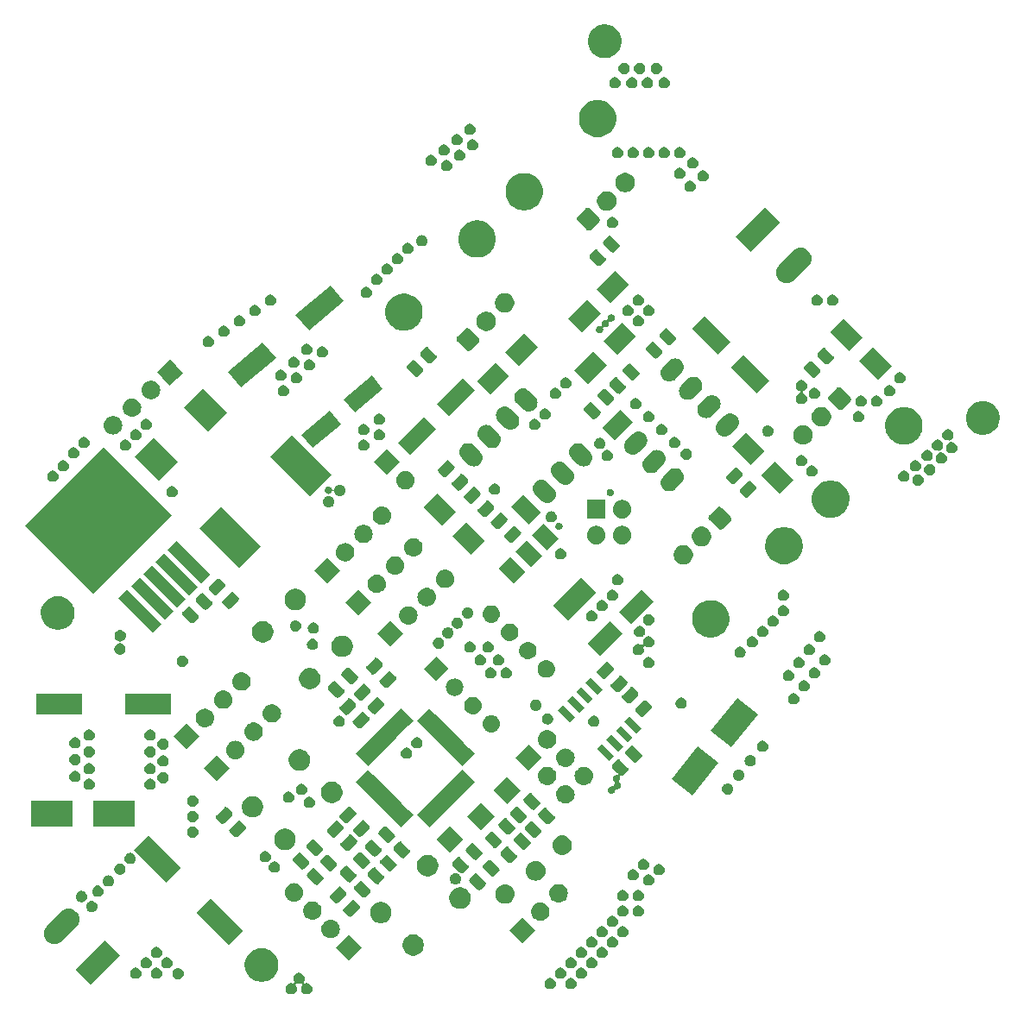
<source format=gbr>
G04 #@! TF.GenerationSoftware,KiCad,Pcbnew,(5.0.1)-3*
G04 #@! TF.CreationDate,2018-11-04T20:31:55+05:30*
G04 #@! TF.ProjectId,MosfetDriverOn210404,4D6F736665744472697665724F6E3231,rev?*
G04 #@! TF.SameCoordinates,Original*
G04 #@! TF.FileFunction,Soldermask,Top*
G04 #@! TF.FilePolarity,Negative*
%FSLAX46Y46*%
G04 Gerber Fmt 4.6, Leading zero omitted, Abs format (unit mm)*
G04 Created by KiCad (PCBNEW (5.0.1)-3) date 11/4/2018 8:31:55 PM*
%MOMM*%
%LPD*%
G01*
G04 APERTURE LIST*
%ADD10C,0.100000*%
G04 APERTURE END LIST*
D10*
G36*
X132494721Y-148314174D02*
X132594995Y-148355709D01*
X132685245Y-148416012D01*
X132761988Y-148492755D01*
X132822291Y-148583005D01*
X132863826Y-148683279D01*
X132885000Y-148789730D01*
X132885000Y-148898270D01*
X132863826Y-149004721D01*
X132822290Y-149104996D01*
X132799108Y-149139691D01*
X132787556Y-149161302D01*
X132780443Y-149184751D01*
X132778041Y-149209137D01*
X132780443Y-149233524D01*
X132787556Y-149256973D01*
X132799107Y-149278584D01*
X132814652Y-149297526D01*
X132833594Y-149313071D01*
X132855205Y-149324623D01*
X132878654Y-149331736D01*
X132903040Y-149334138D01*
X132927427Y-149331736D01*
X133041730Y-149309000D01*
X133150270Y-149309000D01*
X133256721Y-149330174D01*
X133356995Y-149371709D01*
X133447245Y-149432012D01*
X133523988Y-149508755D01*
X133584291Y-149599005D01*
X133625826Y-149699279D01*
X133647000Y-149805730D01*
X133647000Y-149914270D01*
X133625826Y-150020721D01*
X133584291Y-150120995D01*
X133523988Y-150211245D01*
X133447245Y-150287988D01*
X133356995Y-150348291D01*
X133256721Y-150389826D01*
X133150270Y-150411000D01*
X133041730Y-150411000D01*
X132935279Y-150389826D01*
X132835005Y-150348291D01*
X132744755Y-150287988D01*
X132668012Y-150211245D01*
X132607709Y-150120995D01*
X132566174Y-150020721D01*
X132545000Y-149914270D01*
X132545000Y-149805730D01*
X132566174Y-149699279D01*
X132607710Y-149599004D01*
X132630892Y-149564309D01*
X132642444Y-149542698D01*
X132649557Y-149519249D01*
X132651959Y-149494863D01*
X132649557Y-149470476D01*
X132642444Y-149447027D01*
X132630893Y-149425416D01*
X132615348Y-149406474D01*
X132596406Y-149390929D01*
X132574795Y-149379377D01*
X132551346Y-149372264D01*
X132526960Y-149369862D01*
X132502573Y-149372264D01*
X132388270Y-149395000D01*
X132279730Y-149395000D01*
X132165427Y-149372264D01*
X132141041Y-149369862D01*
X132116654Y-149372264D01*
X132093205Y-149379377D01*
X132071594Y-149390928D01*
X132052652Y-149406474D01*
X132037107Y-149425416D01*
X132025556Y-149447027D01*
X132018443Y-149470476D01*
X132016041Y-149494862D01*
X132018443Y-149519249D01*
X132025556Y-149542698D01*
X132037108Y-149564309D01*
X132060290Y-149599004D01*
X132101826Y-149699279D01*
X132123000Y-149805730D01*
X132123000Y-149914270D01*
X132101826Y-150020721D01*
X132060291Y-150120995D01*
X131999988Y-150211245D01*
X131923245Y-150287988D01*
X131832995Y-150348291D01*
X131732721Y-150389826D01*
X131626270Y-150411000D01*
X131517730Y-150411000D01*
X131411279Y-150389826D01*
X131311005Y-150348291D01*
X131220755Y-150287988D01*
X131144012Y-150211245D01*
X131083709Y-150120995D01*
X131042174Y-150020721D01*
X131021000Y-149914270D01*
X131021000Y-149805730D01*
X131042174Y-149699279D01*
X131083709Y-149599005D01*
X131144012Y-149508755D01*
X131220755Y-149432012D01*
X131311005Y-149371709D01*
X131411279Y-149330174D01*
X131517730Y-149309000D01*
X131626270Y-149309000D01*
X131740573Y-149331736D01*
X131764959Y-149334138D01*
X131789346Y-149331736D01*
X131812795Y-149324623D01*
X131834406Y-149313072D01*
X131853348Y-149297526D01*
X131868893Y-149278584D01*
X131880444Y-149256973D01*
X131887557Y-149233524D01*
X131889959Y-149209138D01*
X131887557Y-149184751D01*
X131880444Y-149161302D01*
X131868892Y-149139691D01*
X131845710Y-149104996D01*
X131804174Y-149004721D01*
X131783000Y-148898270D01*
X131783000Y-148789730D01*
X131804174Y-148683279D01*
X131845709Y-148583005D01*
X131906012Y-148492755D01*
X131982755Y-148416012D01*
X132073005Y-148355709D01*
X132173279Y-148314174D01*
X132279730Y-148293000D01*
X132388270Y-148293000D01*
X132494721Y-148314174D01*
X132494721Y-148314174D01*
G37*
G36*
X157132721Y-148822174D02*
X157232995Y-148863709D01*
X157323245Y-148924012D01*
X157399988Y-149000755D01*
X157460291Y-149091005D01*
X157501826Y-149191279D01*
X157523000Y-149297730D01*
X157523000Y-149406270D01*
X157501826Y-149512721D01*
X157460291Y-149612995D01*
X157399988Y-149703245D01*
X157323245Y-149779988D01*
X157232995Y-149840291D01*
X157132721Y-149881826D01*
X157026270Y-149903000D01*
X156917730Y-149903000D01*
X156811279Y-149881826D01*
X156711005Y-149840291D01*
X156620755Y-149779988D01*
X156544012Y-149703245D01*
X156483709Y-149612995D01*
X156442174Y-149512721D01*
X156421000Y-149406270D01*
X156421000Y-149297730D01*
X156442174Y-149191279D01*
X156483709Y-149091005D01*
X156544012Y-149000755D01*
X156620755Y-148924012D01*
X156711005Y-148863709D01*
X156811279Y-148822174D01*
X156917730Y-148801000D01*
X157026270Y-148801000D01*
X157132721Y-148822174D01*
X157132721Y-148822174D01*
G37*
G36*
X159164721Y-148822174D02*
X159264995Y-148863709D01*
X159355245Y-148924012D01*
X159431988Y-149000755D01*
X159492291Y-149091005D01*
X159533826Y-149191279D01*
X159555000Y-149297730D01*
X159555000Y-149406270D01*
X159533826Y-149512721D01*
X159492291Y-149612995D01*
X159431988Y-149703245D01*
X159355245Y-149779988D01*
X159264995Y-149840291D01*
X159164721Y-149881826D01*
X159058270Y-149903000D01*
X158949730Y-149903000D01*
X158843279Y-149881826D01*
X158743005Y-149840291D01*
X158652755Y-149779988D01*
X158576012Y-149703245D01*
X158515709Y-149612995D01*
X158474174Y-149512721D01*
X158453000Y-149406270D01*
X158453000Y-149297730D01*
X158474174Y-149191279D01*
X158515709Y-149091005D01*
X158576012Y-149000755D01*
X158652755Y-148924012D01*
X158743005Y-148863709D01*
X158843279Y-148822174D01*
X158949730Y-148801000D01*
X159058270Y-148801000D01*
X159164721Y-148822174D01*
X159164721Y-148822174D01*
G37*
G36*
X114767767Y-146585498D02*
X111895498Y-149457767D01*
X110423301Y-147985570D01*
X113295570Y-145113301D01*
X114767767Y-146585498D01*
X114767767Y-146585498D01*
G37*
G36*
X129045256Y-145941298D02*
X129151579Y-145962447D01*
X129452042Y-146086903D01*
X129695729Y-146249730D01*
X129722454Y-146267587D01*
X129952413Y-146497546D01*
X129952415Y-146497549D01*
X130133097Y-146767958D01*
X130253653Y-147059005D01*
X130257553Y-147068422D01*
X130321000Y-147387389D01*
X130321000Y-147712611D01*
X130289494Y-147871000D01*
X130257553Y-148031579D01*
X130133097Y-148332042D01*
X130094191Y-148390269D01*
X129952413Y-148602454D01*
X129722454Y-148832413D01*
X129722451Y-148832415D01*
X129452042Y-149013097D01*
X129151579Y-149137553D01*
X129045256Y-149158702D01*
X128832611Y-149201000D01*
X128507389Y-149201000D01*
X128294744Y-149158702D01*
X128188421Y-149137553D01*
X127887958Y-149013097D01*
X127617549Y-148832415D01*
X127617546Y-148832413D01*
X127387587Y-148602454D01*
X127245809Y-148390269D01*
X127206903Y-148332042D01*
X127082447Y-148031579D01*
X127050506Y-147871000D01*
X127019000Y-147712611D01*
X127019000Y-147387389D01*
X127082447Y-147068422D01*
X127086348Y-147059005D01*
X127206903Y-146767958D01*
X127387585Y-146497549D01*
X127387587Y-146497546D01*
X127617546Y-146267587D01*
X127644271Y-146249730D01*
X127887958Y-146086903D01*
X128188421Y-145962447D01*
X128294744Y-145941298D01*
X128507389Y-145899000D01*
X128832611Y-145899000D01*
X129045256Y-145941298D01*
X129045256Y-145941298D01*
G37*
G36*
X120640721Y-147850174D02*
X120740995Y-147891709D01*
X120831245Y-147952012D01*
X120907988Y-148028755D01*
X120968291Y-148119005D01*
X121009826Y-148219279D01*
X121031000Y-148325730D01*
X121031000Y-148434270D01*
X121009826Y-148540721D01*
X120968291Y-148640995D01*
X120907988Y-148731245D01*
X120831245Y-148807988D01*
X120740995Y-148868291D01*
X120640721Y-148909826D01*
X120534270Y-148931000D01*
X120425730Y-148931000D01*
X120319279Y-148909826D01*
X120219005Y-148868291D01*
X120128755Y-148807988D01*
X120052012Y-148731245D01*
X119991709Y-148640995D01*
X119950174Y-148540721D01*
X119929000Y-148434270D01*
X119929000Y-148325730D01*
X119950174Y-148219279D01*
X119991709Y-148119005D01*
X120052012Y-148028755D01*
X120128755Y-147952012D01*
X120219005Y-147891709D01*
X120319279Y-147850174D01*
X120425730Y-147829000D01*
X120534270Y-147829000D01*
X120640721Y-147850174D01*
X120640721Y-147850174D01*
G37*
G36*
X116492721Y-147806174D02*
X116592995Y-147847709D01*
X116683245Y-147908012D01*
X116759988Y-147984755D01*
X116820291Y-148075005D01*
X116861826Y-148175279D01*
X116883000Y-148281730D01*
X116883000Y-148390270D01*
X116861826Y-148496721D01*
X116820291Y-148596995D01*
X116759988Y-148687245D01*
X116683245Y-148763988D01*
X116592995Y-148824291D01*
X116492721Y-148865826D01*
X116386270Y-148887000D01*
X116277730Y-148887000D01*
X116171279Y-148865826D01*
X116071005Y-148824291D01*
X115980755Y-148763988D01*
X115904012Y-148687245D01*
X115843709Y-148596995D01*
X115802174Y-148496721D01*
X115781000Y-148390270D01*
X115781000Y-148281730D01*
X115802174Y-148175279D01*
X115843709Y-148075005D01*
X115904012Y-147984755D01*
X115980755Y-147908012D01*
X116071005Y-147847709D01*
X116171279Y-147806174D01*
X116277730Y-147785000D01*
X116386270Y-147785000D01*
X116492721Y-147806174D01*
X116492721Y-147806174D01*
G37*
G36*
X118524721Y-147806174D02*
X118624995Y-147847709D01*
X118715245Y-147908012D01*
X118791988Y-147984755D01*
X118852291Y-148075005D01*
X118893826Y-148175279D01*
X118915000Y-148281730D01*
X118915000Y-148390270D01*
X118893826Y-148496721D01*
X118852291Y-148596995D01*
X118791988Y-148687245D01*
X118715245Y-148763988D01*
X118624995Y-148824291D01*
X118524721Y-148865826D01*
X118418270Y-148887000D01*
X118309730Y-148887000D01*
X118203279Y-148865826D01*
X118103005Y-148824291D01*
X118012755Y-148763988D01*
X117936012Y-148687245D01*
X117875709Y-148596995D01*
X117834174Y-148496721D01*
X117813000Y-148390270D01*
X117813000Y-148281730D01*
X117834174Y-148175279D01*
X117875709Y-148075005D01*
X117936012Y-147984755D01*
X118012755Y-147908012D01*
X118103005Y-147847709D01*
X118203279Y-147806174D01*
X118309730Y-147785000D01*
X118418270Y-147785000D01*
X118524721Y-147806174D01*
X118524721Y-147806174D01*
G37*
G36*
X158148721Y-147806174D02*
X158248995Y-147847709D01*
X158339245Y-147908012D01*
X158415988Y-147984755D01*
X158476291Y-148075005D01*
X158517826Y-148175279D01*
X158539000Y-148281730D01*
X158539000Y-148390270D01*
X158517826Y-148496721D01*
X158476291Y-148596995D01*
X158415988Y-148687245D01*
X158339245Y-148763988D01*
X158248995Y-148824291D01*
X158148721Y-148865826D01*
X158042270Y-148887000D01*
X157933730Y-148887000D01*
X157827279Y-148865826D01*
X157727005Y-148824291D01*
X157636755Y-148763988D01*
X157560012Y-148687245D01*
X157499709Y-148596995D01*
X157458174Y-148496721D01*
X157437000Y-148390270D01*
X157437000Y-148281730D01*
X157458174Y-148175279D01*
X157499709Y-148075005D01*
X157560012Y-147984755D01*
X157636755Y-147908012D01*
X157727005Y-147847709D01*
X157827279Y-147806174D01*
X157933730Y-147785000D01*
X158042270Y-147785000D01*
X158148721Y-147806174D01*
X158148721Y-147806174D01*
G37*
G36*
X160180721Y-147806174D02*
X160280995Y-147847709D01*
X160371245Y-147908012D01*
X160447988Y-147984755D01*
X160508291Y-148075005D01*
X160549826Y-148175279D01*
X160571000Y-148281730D01*
X160571000Y-148390270D01*
X160549826Y-148496721D01*
X160508291Y-148596995D01*
X160447988Y-148687245D01*
X160371245Y-148763988D01*
X160280995Y-148824291D01*
X160180721Y-148865826D01*
X160074270Y-148887000D01*
X159965730Y-148887000D01*
X159859279Y-148865826D01*
X159759005Y-148824291D01*
X159668755Y-148763988D01*
X159592012Y-148687245D01*
X159531709Y-148596995D01*
X159490174Y-148496721D01*
X159469000Y-148390270D01*
X159469000Y-148281730D01*
X159490174Y-148175279D01*
X159531709Y-148075005D01*
X159592012Y-147984755D01*
X159668755Y-147908012D01*
X159759005Y-147847709D01*
X159859279Y-147806174D01*
X159965730Y-147785000D01*
X160074270Y-147785000D01*
X160180721Y-147806174D01*
X160180721Y-147806174D01*
G37*
G36*
X159164721Y-146790174D02*
X159264995Y-146831709D01*
X159355245Y-146892012D01*
X159431988Y-146968755D01*
X159492291Y-147059005D01*
X159533826Y-147159279D01*
X159555000Y-147265730D01*
X159555000Y-147374270D01*
X159533826Y-147480721D01*
X159492291Y-147580995D01*
X159431988Y-147671245D01*
X159355245Y-147747988D01*
X159264995Y-147808291D01*
X159164721Y-147849826D01*
X159058270Y-147871000D01*
X158949730Y-147871000D01*
X158843279Y-147849826D01*
X158743005Y-147808291D01*
X158652755Y-147747988D01*
X158576012Y-147671245D01*
X158515709Y-147580995D01*
X158474174Y-147480721D01*
X158453000Y-147374270D01*
X158453000Y-147265730D01*
X158474174Y-147159279D01*
X158515709Y-147059005D01*
X158576012Y-146968755D01*
X158652755Y-146892012D01*
X158743005Y-146831709D01*
X158843279Y-146790174D01*
X158949730Y-146769000D01*
X159058270Y-146769000D01*
X159164721Y-146790174D01*
X159164721Y-146790174D01*
G37*
G36*
X161196721Y-146790174D02*
X161296995Y-146831709D01*
X161387245Y-146892012D01*
X161463988Y-146968755D01*
X161524291Y-147059005D01*
X161565826Y-147159279D01*
X161587000Y-147265730D01*
X161587000Y-147374270D01*
X161565826Y-147480721D01*
X161524291Y-147580995D01*
X161463988Y-147671245D01*
X161387245Y-147747988D01*
X161296995Y-147808291D01*
X161196721Y-147849826D01*
X161090270Y-147871000D01*
X160981730Y-147871000D01*
X160875279Y-147849826D01*
X160775005Y-147808291D01*
X160684755Y-147747988D01*
X160608012Y-147671245D01*
X160547709Y-147580995D01*
X160506174Y-147480721D01*
X160485000Y-147374270D01*
X160485000Y-147265730D01*
X160506174Y-147159279D01*
X160547709Y-147059005D01*
X160608012Y-146968755D01*
X160684755Y-146892012D01*
X160775005Y-146831709D01*
X160875279Y-146790174D01*
X160981730Y-146769000D01*
X161090270Y-146769000D01*
X161196721Y-146790174D01*
X161196721Y-146790174D01*
G37*
G36*
X117508721Y-146790174D02*
X117608995Y-146831709D01*
X117699245Y-146892012D01*
X117775988Y-146968755D01*
X117836291Y-147059005D01*
X117877826Y-147159279D01*
X117899000Y-147265730D01*
X117899000Y-147374270D01*
X117877826Y-147480721D01*
X117836291Y-147580995D01*
X117775988Y-147671245D01*
X117699245Y-147747988D01*
X117608995Y-147808291D01*
X117508721Y-147849826D01*
X117402270Y-147871000D01*
X117293730Y-147871000D01*
X117187279Y-147849826D01*
X117087005Y-147808291D01*
X116996755Y-147747988D01*
X116920012Y-147671245D01*
X116859709Y-147580995D01*
X116818174Y-147480721D01*
X116797000Y-147374270D01*
X116797000Y-147265730D01*
X116818174Y-147159279D01*
X116859709Y-147059005D01*
X116920012Y-146968755D01*
X116996755Y-146892012D01*
X117087005Y-146831709D01*
X117187279Y-146790174D01*
X117293730Y-146769000D01*
X117402270Y-146769000D01*
X117508721Y-146790174D01*
X117508721Y-146790174D01*
G37*
G36*
X119540721Y-146790174D02*
X119640995Y-146831709D01*
X119731245Y-146892012D01*
X119807988Y-146968755D01*
X119868291Y-147059005D01*
X119909826Y-147159279D01*
X119931000Y-147265730D01*
X119931000Y-147374270D01*
X119909826Y-147480721D01*
X119868291Y-147580995D01*
X119807988Y-147671245D01*
X119731245Y-147747988D01*
X119640995Y-147808291D01*
X119540721Y-147849826D01*
X119434270Y-147871000D01*
X119325730Y-147871000D01*
X119219279Y-147849826D01*
X119119005Y-147808291D01*
X119028755Y-147747988D01*
X118952012Y-147671245D01*
X118891709Y-147580995D01*
X118850174Y-147480721D01*
X118829000Y-147374270D01*
X118829000Y-147265730D01*
X118850174Y-147159279D01*
X118891709Y-147059005D01*
X118952012Y-146968755D01*
X119028755Y-146892012D01*
X119119005Y-146831709D01*
X119219279Y-146790174D01*
X119325730Y-146769000D01*
X119434270Y-146769000D01*
X119540721Y-146790174D01*
X119540721Y-146790174D01*
G37*
G36*
X138510407Y-145796000D02*
X137236200Y-147070207D01*
X135961993Y-145796000D01*
X137236200Y-144521793D01*
X138510407Y-145796000D01*
X138510407Y-145796000D01*
G37*
G36*
X118524721Y-145774174D02*
X118624995Y-145815709D01*
X118715245Y-145876012D01*
X118791988Y-145952755D01*
X118852291Y-146043005D01*
X118893826Y-146143279D01*
X118915000Y-146249730D01*
X118915000Y-146358270D01*
X118893826Y-146464721D01*
X118852291Y-146564995D01*
X118791988Y-146655245D01*
X118715245Y-146731988D01*
X118624995Y-146792291D01*
X118524721Y-146833826D01*
X118418270Y-146855000D01*
X118309730Y-146855000D01*
X118203279Y-146833826D01*
X118103005Y-146792291D01*
X118012755Y-146731988D01*
X117936012Y-146655245D01*
X117875709Y-146564995D01*
X117834174Y-146464721D01*
X117813000Y-146358270D01*
X117813000Y-146249730D01*
X117834174Y-146143279D01*
X117875709Y-146043005D01*
X117936012Y-145952755D01*
X118012755Y-145876012D01*
X118103005Y-145815709D01*
X118203279Y-145774174D01*
X118309730Y-145753000D01*
X118418270Y-145753000D01*
X118524721Y-145774174D01*
X118524721Y-145774174D01*
G37*
G36*
X162212721Y-145774174D02*
X162312995Y-145815709D01*
X162403245Y-145876012D01*
X162479988Y-145952755D01*
X162540291Y-146043005D01*
X162581826Y-146143279D01*
X162603000Y-146249730D01*
X162603000Y-146358270D01*
X162581826Y-146464721D01*
X162540291Y-146564995D01*
X162479988Y-146655245D01*
X162403245Y-146731988D01*
X162312995Y-146792291D01*
X162212721Y-146833826D01*
X162106270Y-146855000D01*
X161997730Y-146855000D01*
X161891279Y-146833826D01*
X161791005Y-146792291D01*
X161700755Y-146731988D01*
X161624012Y-146655245D01*
X161563709Y-146564995D01*
X161522174Y-146464721D01*
X161501000Y-146358270D01*
X161501000Y-146249730D01*
X161522174Y-146143279D01*
X161563709Y-146043005D01*
X161624012Y-145952755D01*
X161700755Y-145876012D01*
X161791005Y-145815709D01*
X161891279Y-145774174D01*
X161997730Y-145753000D01*
X162106270Y-145753000D01*
X162212721Y-145774174D01*
X162212721Y-145774174D01*
G37*
G36*
X160180721Y-145774174D02*
X160280995Y-145815709D01*
X160371245Y-145876012D01*
X160447988Y-145952755D01*
X160508291Y-146043005D01*
X160549826Y-146143279D01*
X160571000Y-146249730D01*
X160571000Y-146358270D01*
X160549826Y-146464721D01*
X160508291Y-146564995D01*
X160447988Y-146655245D01*
X160371245Y-146731988D01*
X160280995Y-146792291D01*
X160180721Y-146833826D01*
X160074270Y-146855000D01*
X159965730Y-146855000D01*
X159859279Y-146833826D01*
X159759005Y-146792291D01*
X159668755Y-146731988D01*
X159592012Y-146655245D01*
X159531709Y-146564995D01*
X159490174Y-146464721D01*
X159469000Y-146358270D01*
X159469000Y-146249730D01*
X159490174Y-146143279D01*
X159531709Y-146043005D01*
X159592012Y-145952755D01*
X159668755Y-145876012D01*
X159759005Y-145815709D01*
X159859279Y-145774174D01*
X159965730Y-145753000D01*
X160074270Y-145753000D01*
X160180721Y-145774174D01*
X160180721Y-145774174D01*
G37*
G36*
X143838275Y-144563588D02*
X144029544Y-144642814D01*
X144201686Y-144757836D01*
X144348073Y-144904223D01*
X144463095Y-145076365D01*
X144542321Y-145267634D01*
X144582710Y-145470683D01*
X144582710Y-145677715D01*
X144542321Y-145880764D01*
X144463095Y-146072033D01*
X144348073Y-146244175D01*
X144201686Y-146390562D01*
X144029544Y-146505584D01*
X143838275Y-146584810D01*
X143635226Y-146625199D01*
X143428194Y-146625199D01*
X143225145Y-146584810D01*
X143033876Y-146505584D01*
X142861734Y-146390562D01*
X142715347Y-146244175D01*
X142600325Y-146072033D01*
X142521099Y-145880764D01*
X142480710Y-145677715D01*
X142480710Y-145470683D01*
X142521099Y-145267634D01*
X142600325Y-145076365D01*
X142715347Y-144904223D01*
X142861734Y-144757836D01*
X143033876Y-144642814D01*
X143225145Y-144563588D01*
X143428194Y-144523199D01*
X143635226Y-144523199D01*
X143838275Y-144563588D01*
X143838275Y-144563588D01*
G37*
G36*
X161196721Y-144758174D02*
X161296995Y-144799709D01*
X161387245Y-144860012D01*
X161463988Y-144936755D01*
X161524291Y-145027005D01*
X161565826Y-145127279D01*
X161587000Y-145233730D01*
X161587000Y-145342270D01*
X161565826Y-145448721D01*
X161524291Y-145548995D01*
X161463988Y-145639245D01*
X161387245Y-145715988D01*
X161296995Y-145776291D01*
X161196721Y-145817826D01*
X161090270Y-145839000D01*
X160981730Y-145839000D01*
X160875279Y-145817826D01*
X160775005Y-145776291D01*
X160684755Y-145715988D01*
X160608012Y-145639245D01*
X160547709Y-145548995D01*
X160506174Y-145448721D01*
X160485000Y-145342270D01*
X160485000Y-145233730D01*
X160506174Y-145127279D01*
X160547709Y-145027005D01*
X160608012Y-144936755D01*
X160684755Y-144860012D01*
X160775005Y-144799709D01*
X160875279Y-144758174D01*
X160981730Y-144737000D01*
X161090270Y-144737000D01*
X161196721Y-144758174D01*
X161196721Y-144758174D01*
G37*
G36*
X163228721Y-144758174D02*
X163328995Y-144799709D01*
X163419245Y-144860012D01*
X163495988Y-144936755D01*
X163556291Y-145027005D01*
X163597826Y-145127279D01*
X163619000Y-145233730D01*
X163619000Y-145342270D01*
X163597826Y-145448721D01*
X163556291Y-145548995D01*
X163495988Y-145639245D01*
X163419245Y-145715988D01*
X163328995Y-145776291D01*
X163228721Y-145817826D01*
X163122270Y-145839000D01*
X163013730Y-145839000D01*
X162907279Y-145817826D01*
X162807005Y-145776291D01*
X162716755Y-145715988D01*
X162640012Y-145639245D01*
X162579709Y-145548995D01*
X162538174Y-145448721D01*
X162517000Y-145342270D01*
X162517000Y-145233730D01*
X162538174Y-145127279D01*
X162579709Y-145027005D01*
X162640012Y-144936755D01*
X162716755Y-144860012D01*
X162807005Y-144799709D01*
X162907279Y-144758174D01*
X163013730Y-144737000D01*
X163122270Y-144737000D01*
X163228721Y-144758174D01*
X163228721Y-144758174D01*
G37*
G36*
X126889026Y-144167797D02*
X125473397Y-145583426D01*
X122290002Y-142400031D01*
X123705631Y-140984402D01*
X126889026Y-144167797D01*
X126889026Y-144167797D01*
G37*
G36*
X109964105Y-142024027D02*
X110160337Y-142083553D01*
X110188407Y-142098557D01*
X110341182Y-142180217D01*
X110499695Y-142310305D01*
X110629783Y-142468818D01*
X110694226Y-142589382D01*
X110726447Y-142649663D01*
X110785973Y-142845895D01*
X110806071Y-143049964D01*
X110785973Y-143254034D01*
X110726447Y-143450266D01*
X110701489Y-143496958D01*
X110629783Y-143631111D01*
X110586386Y-143683990D01*
X110532289Y-143749908D01*
X109059907Y-145222289D01*
X109011160Y-145262294D01*
X108941110Y-145319783D01*
X108808597Y-145390613D01*
X108760265Y-145416447D01*
X108564033Y-145475973D01*
X108359964Y-145496071D01*
X108155895Y-145475973D01*
X107959663Y-145416447D01*
X107899382Y-145384226D01*
X107778818Y-145319783D01*
X107620305Y-145189695D01*
X107490217Y-145031182D01*
X107413638Y-144887912D01*
X107393553Y-144850337D01*
X107334027Y-144654105D01*
X107313929Y-144450036D01*
X107334027Y-144245967D01*
X107393553Y-144049735D01*
X107420165Y-143999949D01*
X107490217Y-143868890D01*
X107560123Y-143783710D01*
X107587711Y-143750093D01*
X109060092Y-142277711D01*
X109060093Y-142277710D01*
X109178889Y-142180217D01*
X109331664Y-142098557D01*
X109359734Y-142083553D01*
X109555966Y-142024027D01*
X109760036Y-142003929D01*
X109964105Y-142024027D01*
X109964105Y-142024027D01*
G37*
G36*
X155477607Y-144094200D02*
X154203400Y-145368407D01*
X152929193Y-144094200D01*
X154203400Y-142819993D01*
X155477607Y-144094200D01*
X155477607Y-144094200D01*
G37*
G36*
X135544809Y-143104898D02*
X135616776Y-143111986D01*
X135730002Y-143146333D01*
X135786616Y-143163506D01*
X135925236Y-143237601D01*
X135943140Y-143247171D01*
X135978878Y-143276501D01*
X136080335Y-143359763D01*
X136154607Y-143450265D01*
X136192927Y-143496958D01*
X136192928Y-143496960D01*
X136276592Y-143653482D01*
X136276592Y-143653483D01*
X136328112Y-143823322D01*
X136345508Y-143999949D01*
X136328112Y-144176576D01*
X136293765Y-144289802D01*
X136276592Y-144346416D01*
X136230460Y-144432721D01*
X136192927Y-144502940D01*
X136163597Y-144538678D01*
X136080335Y-144640135D01*
X136007400Y-144699990D01*
X135943140Y-144752727D01*
X135933582Y-144757836D01*
X135786616Y-144836392D01*
X135730002Y-144853565D01*
X135616776Y-144887912D01*
X135550592Y-144894430D01*
X135484409Y-144900949D01*
X135395889Y-144900949D01*
X135329706Y-144894430D01*
X135263522Y-144887912D01*
X135150296Y-144853565D01*
X135093682Y-144836392D01*
X134946716Y-144757836D01*
X134937158Y-144752727D01*
X134872898Y-144699990D01*
X134799963Y-144640135D01*
X134716701Y-144538678D01*
X134687371Y-144502940D01*
X134649838Y-144432721D01*
X134603706Y-144346416D01*
X134586533Y-144289802D01*
X134552186Y-144176576D01*
X134534790Y-143999949D01*
X134552186Y-143823322D01*
X134603706Y-143653483D01*
X134603706Y-143653482D01*
X134687370Y-143496960D01*
X134687371Y-143496958D01*
X134725691Y-143450265D01*
X134799963Y-143359763D01*
X134901420Y-143276501D01*
X134937158Y-143247171D01*
X134955062Y-143237601D01*
X135093682Y-143163506D01*
X135150296Y-143146333D01*
X135263522Y-143111986D01*
X135335489Y-143104898D01*
X135395889Y-143098949D01*
X135484409Y-143098949D01*
X135544809Y-143104898D01*
X135544809Y-143104898D01*
G37*
G36*
X164244721Y-143742174D02*
X164344995Y-143783709D01*
X164435245Y-143844012D01*
X164511988Y-143920755D01*
X164572291Y-144011005D01*
X164613826Y-144111279D01*
X164635000Y-144217730D01*
X164635000Y-144326270D01*
X164613826Y-144432721D01*
X164572291Y-144532995D01*
X164511988Y-144623245D01*
X164435245Y-144699988D01*
X164344995Y-144760291D01*
X164244721Y-144801826D01*
X164138270Y-144823000D01*
X164029730Y-144823000D01*
X163923279Y-144801826D01*
X163823005Y-144760291D01*
X163732755Y-144699988D01*
X163656012Y-144623245D01*
X163595709Y-144532995D01*
X163554174Y-144432721D01*
X163533000Y-144326270D01*
X163533000Y-144217730D01*
X163554174Y-144111279D01*
X163595709Y-144011005D01*
X163656012Y-143920755D01*
X163732755Y-143844012D01*
X163823005Y-143783709D01*
X163923279Y-143742174D01*
X164029730Y-143721000D01*
X164138270Y-143721000D01*
X164244721Y-143742174D01*
X164244721Y-143742174D01*
G37*
G36*
X162212721Y-143742174D02*
X162312995Y-143783709D01*
X162403245Y-143844012D01*
X162479988Y-143920755D01*
X162540291Y-144011005D01*
X162581826Y-144111279D01*
X162603000Y-144217730D01*
X162603000Y-144326270D01*
X162581826Y-144432721D01*
X162540291Y-144532995D01*
X162479988Y-144623245D01*
X162403245Y-144699988D01*
X162312995Y-144760291D01*
X162212721Y-144801826D01*
X162106270Y-144823000D01*
X161997730Y-144823000D01*
X161891279Y-144801826D01*
X161791005Y-144760291D01*
X161700755Y-144699988D01*
X161624012Y-144623245D01*
X161563709Y-144532995D01*
X161522174Y-144432721D01*
X161501000Y-144326270D01*
X161501000Y-144217730D01*
X161522174Y-144111279D01*
X161563709Y-144011005D01*
X161624012Y-143920755D01*
X161700755Y-143844012D01*
X161791005Y-143783709D01*
X161891279Y-143742174D01*
X161997730Y-143721000D01*
X162106270Y-143721000D01*
X162212721Y-143742174D01*
X162212721Y-143742174D01*
G37*
G36*
X163228721Y-142726174D02*
X163328995Y-142767709D01*
X163419245Y-142828012D01*
X163495988Y-142904755D01*
X163556291Y-142995005D01*
X163597826Y-143095279D01*
X163619000Y-143201730D01*
X163619000Y-143310270D01*
X163597826Y-143416721D01*
X163556291Y-143516995D01*
X163495988Y-143607245D01*
X163419245Y-143683988D01*
X163328995Y-143744291D01*
X163228721Y-143785826D01*
X163122270Y-143807000D01*
X163013730Y-143807000D01*
X162907279Y-143785826D01*
X162807005Y-143744291D01*
X162716755Y-143683988D01*
X162640012Y-143607245D01*
X162579709Y-143516995D01*
X162538174Y-143416721D01*
X162517000Y-143310270D01*
X162517000Y-143201730D01*
X162538174Y-143095279D01*
X162579709Y-142995005D01*
X162640012Y-142904755D01*
X162716755Y-142828012D01*
X162807005Y-142767709D01*
X162907279Y-142726174D01*
X163013730Y-142705000D01*
X163122270Y-142705000D01*
X163228721Y-142726174D01*
X163228721Y-142726174D01*
G37*
G36*
X140656294Y-141381608D02*
X140847563Y-141460834D01*
X141019705Y-141575856D01*
X141166092Y-141722243D01*
X141281114Y-141894385D01*
X141360340Y-142085654D01*
X141400729Y-142288703D01*
X141400729Y-142495735D01*
X141360340Y-142698784D01*
X141281114Y-142890053D01*
X141166092Y-143062195D01*
X141019705Y-143208582D01*
X140847563Y-143323604D01*
X140656294Y-143402830D01*
X140453245Y-143443219D01*
X140246213Y-143443219D01*
X140043164Y-143402830D01*
X139851895Y-143323604D01*
X139679753Y-143208582D01*
X139533366Y-143062195D01*
X139418344Y-142890053D01*
X139339118Y-142698784D01*
X139298729Y-142495735D01*
X139298729Y-142288703D01*
X139339118Y-142085654D01*
X139418344Y-141894385D01*
X139533366Y-141722243D01*
X139679753Y-141575856D01*
X139851895Y-141460834D01*
X140043164Y-141381608D01*
X140246213Y-141341219D01*
X140453245Y-141341219D01*
X140656294Y-141381608D01*
X140656294Y-141381608D01*
G37*
G36*
X156104111Y-141403098D02*
X156176078Y-141410186D01*
X156282534Y-141442479D01*
X156345918Y-141461706D01*
X156476302Y-141531399D01*
X156502442Y-141545371D01*
X156538180Y-141574701D01*
X156639637Y-141657963D01*
X156703035Y-141735215D01*
X156752229Y-141795158D01*
X156752230Y-141795160D01*
X156835894Y-141951682D01*
X156847151Y-141988793D01*
X156887414Y-142121522D01*
X156904810Y-142298149D01*
X156887414Y-142474776D01*
X156864484Y-142550365D01*
X156835894Y-142644616D01*
X156791168Y-142728291D01*
X156752229Y-142801140D01*
X156722899Y-142836878D01*
X156639637Y-142938335D01*
X156570583Y-142995005D01*
X156502442Y-143050927D01*
X156502440Y-143050928D01*
X156345918Y-143134592D01*
X156289304Y-143151765D01*
X156176078Y-143186112D01*
X156109893Y-143192631D01*
X156043711Y-143199149D01*
X155955191Y-143199149D01*
X155889009Y-143192631D01*
X155822824Y-143186112D01*
X155709598Y-143151765D01*
X155652984Y-143134592D01*
X155496462Y-143050928D01*
X155496460Y-143050927D01*
X155428319Y-142995005D01*
X155359265Y-142938335D01*
X155276003Y-142836878D01*
X155246673Y-142801140D01*
X155207734Y-142728291D01*
X155163008Y-142644616D01*
X155134418Y-142550365D01*
X155111488Y-142474776D01*
X155094092Y-142298149D01*
X155111488Y-142121522D01*
X155151751Y-141988793D01*
X155163008Y-141951682D01*
X155246672Y-141795160D01*
X155246673Y-141795158D01*
X155295867Y-141735215D01*
X155359265Y-141657963D01*
X155460722Y-141574701D01*
X155496460Y-141545371D01*
X155522600Y-141531399D01*
X155652984Y-141461706D01*
X155716368Y-141442479D01*
X155822824Y-141410186D01*
X155894791Y-141403098D01*
X155955191Y-141397149D01*
X156043711Y-141397149D01*
X156104111Y-141403098D01*
X156104111Y-141403098D01*
G37*
G36*
X133743103Y-141308290D02*
X133820725Y-141315935D01*
X133904075Y-141341219D01*
X133990565Y-141367455D01*
X134096282Y-141423963D01*
X134147089Y-141451120D01*
X134161533Y-141462974D01*
X134284284Y-141563712D01*
X134361633Y-141657963D01*
X134396876Y-141700907D01*
X134396877Y-141700909D01*
X134480541Y-141857431D01*
X134490043Y-141888755D01*
X134532061Y-142027271D01*
X134549457Y-142203898D01*
X134532061Y-142380525D01*
X134505278Y-142468818D01*
X134480541Y-142550365D01*
X134430162Y-142644616D01*
X134396876Y-142706889D01*
X134367546Y-142742627D01*
X134284284Y-142844084D01*
X134210351Y-142904758D01*
X134147089Y-142956676D01*
X134147087Y-142956677D01*
X133990565Y-143040341D01*
X133933951Y-143057514D01*
X133820725Y-143091861D01*
X133754541Y-143098379D01*
X133688358Y-143104898D01*
X133599838Y-143104898D01*
X133533655Y-143098379D01*
X133467471Y-143091861D01*
X133354245Y-143057514D01*
X133297631Y-143040341D01*
X133141109Y-142956677D01*
X133141107Y-142956676D01*
X133077845Y-142904758D01*
X133003912Y-142844084D01*
X132920650Y-142742627D01*
X132891320Y-142706889D01*
X132858034Y-142644616D01*
X132807655Y-142550365D01*
X132782918Y-142468818D01*
X132756135Y-142380525D01*
X132738739Y-142203898D01*
X132756135Y-142027271D01*
X132798153Y-141888755D01*
X132807655Y-141857431D01*
X132891319Y-141700909D01*
X132891320Y-141700907D01*
X132926563Y-141657963D01*
X133003912Y-141563712D01*
X133126663Y-141462974D01*
X133141107Y-141451120D01*
X133191914Y-141423963D01*
X133297631Y-141367455D01*
X133384121Y-141341219D01*
X133467471Y-141315935D01*
X133545093Y-141308290D01*
X133599838Y-141302898D01*
X133688358Y-141302898D01*
X133743103Y-141308290D01*
X133743103Y-141308290D01*
G37*
G36*
X137683189Y-141166902D02*
X137721860Y-141178633D01*
X137757502Y-141197685D01*
X137793513Y-141227237D01*
X138253989Y-141687713D01*
X138283541Y-141723724D01*
X138302593Y-141759366D01*
X138314324Y-141798037D01*
X138318284Y-141838253D01*
X138314324Y-141878469D01*
X138302593Y-141917140D01*
X138283541Y-141952782D01*
X138253989Y-141988793D01*
X137492993Y-142749789D01*
X137456982Y-142779341D01*
X137421340Y-142798393D01*
X137382669Y-142810124D01*
X137342453Y-142814084D01*
X137302237Y-142810124D01*
X137263566Y-142798393D01*
X137227924Y-142779341D01*
X137191913Y-142749789D01*
X136731437Y-142289313D01*
X136701885Y-142253302D01*
X136682833Y-142217660D01*
X136671102Y-142178989D01*
X136667142Y-142138773D01*
X136671102Y-142098557D01*
X136682833Y-142059886D01*
X136701885Y-142024244D01*
X136731437Y-141988233D01*
X137492433Y-141227237D01*
X137528444Y-141197685D01*
X137564086Y-141178633D01*
X137602757Y-141166902D01*
X137642973Y-141162942D01*
X137683189Y-141166902D01*
X137683189Y-141166902D01*
G37*
G36*
X165768721Y-141710174D02*
X165868995Y-141751709D01*
X165959245Y-141812012D01*
X166035988Y-141888755D01*
X166096291Y-141979005D01*
X166137826Y-142079279D01*
X166159000Y-142185730D01*
X166159000Y-142294270D01*
X166137826Y-142400721D01*
X166096291Y-142500995D01*
X166035988Y-142591245D01*
X165959245Y-142667988D01*
X165868995Y-142728291D01*
X165768721Y-142769826D01*
X165662270Y-142791000D01*
X165553730Y-142791000D01*
X165447279Y-142769826D01*
X165347005Y-142728291D01*
X165256755Y-142667988D01*
X165180012Y-142591245D01*
X165119709Y-142500995D01*
X165078174Y-142400721D01*
X165057000Y-142294270D01*
X165057000Y-142185730D01*
X165078174Y-142079279D01*
X165119709Y-141979005D01*
X165180012Y-141888755D01*
X165256755Y-141812012D01*
X165347005Y-141751709D01*
X165447279Y-141710174D01*
X165553730Y-141689000D01*
X165662270Y-141689000D01*
X165768721Y-141710174D01*
X165768721Y-141710174D01*
G37*
G36*
X164244721Y-141710174D02*
X164344995Y-141751709D01*
X164435245Y-141812012D01*
X164511988Y-141888755D01*
X164572291Y-141979005D01*
X164613826Y-142079279D01*
X164635000Y-142185730D01*
X164635000Y-142294270D01*
X164613826Y-142400721D01*
X164572291Y-142500995D01*
X164511988Y-142591245D01*
X164435245Y-142667988D01*
X164344995Y-142728291D01*
X164244721Y-142769826D01*
X164138270Y-142791000D01*
X164029730Y-142791000D01*
X163923279Y-142769826D01*
X163823005Y-142728291D01*
X163732755Y-142667988D01*
X163656012Y-142591245D01*
X163595709Y-142500995D01*
X163554174Y-142400721D01*
X163533000Y-142294270D01*
X163533000Y-142185730D01*
X163554174Y-142079279D01*
X163595709Y-141979005D01*
X163656012Y-141888755D01*
X163732755Y-141812012D01*
X163823005Y-141751709D01*
X163923279Y-141710174D01*
X164029730Y-141689000D01*
X164138270Y-141689000D01*
X164244721Y-141710174D01*
X164244721Y-141710174D01*
G37*
G36*
X112180721Y-141270174D02*
X112280995Y-141311709D01*
X112371245Y-141372012D01*
X112447988Y-141448755D01*
X112508291Y-141539005D01*
X112549826Y-141639279D01*
X112571000Y-141745730D01*
X112571000Y-141854270D01*
X112549826Y-141960721D01*
X112508291Y-142060995D01*
X112447988Y-142151245D01*
X112371245Y-142227988D01*
X112280995Y-142288291D01*
X112180721Y-142329826D01*
X112074270Y-142351000D01*
X111965730Y-142351000D01*
X111859279Y-142329826D01*
X111759005Y-142288291D01*
X111668755Y-142227988D01*
X111592012Y-142151245D01*
X111531709Y-142060995D01*
X111490174Y-141960721D01*
X111469000Y-141854270D01*
X111469000Y-141745730D01*
X111490174Y-141639279D01*
X111531709Y-141539005D01*
X111592012Y-141448755D01*
X111668755Y-141372012D01*
X111759005Y-141311709D01*
X111859279Y-141270174D01*
X111965730Y-141249000D01*
X112074270Y-141249000D01*
X112180721Y-141270174D01*
X112180721Y-141270174D01*
G37*
G36*
X148434469Y-139967394D02*
X148625738Y-140046620D01*
X148797880Y-140161642D01*
X148944267Y-140308029D01*
X149059289Y-140480171D01*
X149138515Y-140671440D01*
X149178904Y-140874489D01*
X149178904Y-141081521D01*
X149138515Y-141284570D01*
X149059289Y-141475839D01*
X148944267Y-141647981D01*
X148797880Y-141794368D01*
X148625738Y-141909390D01*
X148434469Y-141988616D01*
X148231420Y-142029005D01*
X148024388Y-142029005D01*
X147821339Y-141988616D01*
X147630070Y-141909390D01*
X147457928Y-141794368D01*
X147311541Y-141647981D01*
X147196519Y-141475839D01*
X147117293Y-141284570D01*
X147076904Y-141081521D01*
X147076904Y-140874489D01*
X147117293Y-140671440D01*
X147196519Y-140480171D01*
X147311541Y-140308029D01*
X147457928Y-140161642D01*
X147630070Y-140046620D01*
X147821339Y-139967394D01*
X148024388Y-139927005D01*
X148231420Y-139927005D01*
X148434469Y-139967394D01*
X148434469Y-139967394D01*
G37*
G36*
X152723602Y-139643159D02*
X152723605Y-139643160D01*
X152723606Y-139643160D01*
X152902870Y-139697539D01*
X152902872Y-139697540D01*
X153068082Y-139785847D01*
X153212889Y-139904687D01*
X153331729Y-140049494D01*
X153399263Y-140175841D01*
X153420037Y-140214706D01*
X153468268Y-140373702D01*
X153474417Y-140393974D01*
X153492778Y-140580399D01*
X153474417Y-140766824D01*
X153474416Y-140766827D01*
X153474416Y-140766828D01*
X153429170Y-140915985D01*
X153420036Y-140946094D01*
X153331729Y-141111304D01*
X153212889Y-141256111D01*
X153068082Y-141374951D01*
X152903403Y-141462974D01*
X152902870Y-141463259D01*
X152723606Y-141517638D01*
X152723605Y-141517638D01*
X152723602Y-141517639D01*
X152583895Y-141531399D01*
X152490459Y-141531399D01*
X152350752Y-141517639D01*
X152350749Y-141517638D01*
X152350748Y-141517638D01*
X152171484Y-141463259D01*
X152170951Y-141462974D01*
X152006272Y-141374951D01*
X151861465Y-141256111D01*
X151742625Y-141111304D01*
X151654318Y-140946094D01*
X151645185Y-140915985D01*
X151599938Y-140766828D01*
X151599938Y-140766827D01*
X151599937Y-140766824D01*
X151581576Y-140580399D01*
X151599937Y-140393974D01*
X151606086Y-140373702D01*
X151654317Y-140214706D01*
X151675091Y-140175841D01*
X151742625Y-140049494D01*
X151861465Y-139904687D01*
X152006272Y-139785847D01*
X152171482Y-139697540D01*
X152171484Y-139697539D01*
X152350748Y-139643160D01*
X152350749Y-139643160D01*
X152350752Y-139643159D01*
X152490459Y-139629399D01*
X152583895Y-139629399D01*
X152723602Y-139643159D01*
X152723602Y-139643159D01*
G37*
G36*
X136357363Y-139841076D02*
X136396034Y-139852807D01*
X136431676Y-139871859D01*
X136467687Y-139901411D01*
X136928163Y-140361887D01*
X136957715Y-140397898D01*
X136976767Y-140433540D01*
X136988498Y-140472211D01*
X136992458Y-140512427D01*
X136988498Y-140552643D01*
X136976767Y-140591314D01*
X136957715Y-140626956D01*
X136928163Y-140662967D01*
X136167167Y-141423963D01*
X136131156Y-141453515D01*
X136095514Y-141472567D01*
X136056843Y-141484298D01*
X136016627Y-141488258D01*
X135976411Y-141484298D01*
X135937740Y-141472567D01*
X135902098Y-141453515D01*
X135866087Y-141423963D01*
X135405611Y-140963487D01*
X135376059Y-140927476D01*
X135357007Y-140891834D01*
X135345276Y-140853163D01*
X135341316Y-140812947D01*
X135345276Y-140772731D01*
X135357007Y-140734060D01*
X135376059Y-140698418D01*
X135405611Y-140662407D01*
X136166607Y-139901411D01*
X136202618Y-139871859D01*
X136238260Y-139852807D01*
X136276931Y-139841076D01*
X136317147Y-139837116D01*
X136357363Y-139841076D01*
X136357363Y-139841076D01*
G37*
G36*
X157905944Y-139607616D02*
X157972129Y-139614135D01*
X158070927Y-139644105D01*
X158141969Y-139665655D01*
X158279186Y-139739000D01*
X158298493Y-139749320D01*
X158320840Y-139767660D01*
X158435688Y-139861912D01*
X158498750Y-139938755D01*
X158548280Y-139999107D01*
X158548281Y-139999109D01*
X158631945Y-140155631D01*
X158639375Y-140180126D01*
X158683465Y-140325471D01*
X158700861Y-140502098D01*
X158683465Y-140678725D01*
X158656739Y-140766828D01*
X158631945Y-140848565D01*
X158579815Y-140946092D01*
X158548280Y-141005089D01*
X158518950Y-141040827D01*
X158435688Y-141142284D01*
X158360132Y-141204290D01*
X158298493Y-141254876D01*
X158298491Y-141254877D01*
X158141969Y-141338541D01*
X158085355Y-141355714D01*
X157972129Y-141390061D01*
X157905944Y-141396580D01*
X157839762Y-141403098D01*
X157751242Y-141403098D01*
X157685060Y-141396580D01*
X157618875Y-141390061D01*
X157505649Y-141355714D01*
X157449035Y-141338541D01*
X157292513Y-141254877D01*
X157292511Y-141254876D01*
X157230872Y-141204290D01*
X157155316Y-141142284D01*
X157072054Y-141040827D01*
X157042724Y-141005089D01*
X157011189Y-140946092D01*
X156959059Y-140848565D01*
X156934265Y-140766828D01*
X156907539Y-140678725D01*
X156890143Y-140502098D01*
X156907539Y-140325471D01*
X156951629Y-140180126D01*
X156959059Y-140155631D01*
X157042723Y-139999109D01*
X157042724Y-139999107D01*
X157092254Y-139938755D01*
X157155316Y-139861912D01*
X157270164Y-139767660D01*
X157292511Y-139749320D01*
X157311818Y-139739000D01*
X157449035Y-139665655D01*
X157520077Y-139644105D01*
X157618875Y-139614135D01*
X157685060Y-139607616D01*
X157751242Y-139601098D01*
X157839762Y-139601098D01*
X157905944Y-139607616D01*
X157905944Y-139607616D01*
G37*
G36*
X111170721Y-140290174D02*
X111270995Y-140331709D01*
X111361245Y-140392012D01*
X111437988Y-140468755D01*
X111498291Y-140559005D01*
X111539826Y-140659279D01*
X111561000Y-140765730D01*
X111561000Y-140874270D01*
X111539826Y-140980721D01*
X111498291Y-141080995D01*
X111437988Y-141171245D01*
X111361245Y-141247988D01*
X111270995Y-141308291D01*
X111170721Y-141349826D01*
X111064270Y-141371000D01*
X110955730Y-141371000D01*
X110849279Y-141349826D01*
X110749005Y-141308291D01*
X110658755Y-141247988D01*
X110582012Y-141171245D01*
X110521709Y-141080995D01*
X110480174Y-140980721D01*
X110459000Y-140874270D01*
X110459000Y-140765730D01*
X110480174Y-140659279D01*
X110521709Y-140559005D01*
X110582012Y-140468755D01*
X110658755Y-140392012D01*
X110749005Y-140331709D01*
X110849279Y-140290174D01*
X110955730Y-140269000D01*
X111064270Y-140269000D01*
X111170721Y-140290174D01*
X111170721Y-140290174D01*
G37*
G36*
X131958488Y-139513364D02*
X132024673Y-139519883D01*
X132137899Y-139554230D01*
X132194513Y-139571403D01*
X132285851Y-139620225D01*
X132351037Y-139655068D01*
X132381769Y-139680289D01*
X132488232Y-139767660D01*
X132565982Y-139862400D01*
X132600824Y-139904855D01*
X132600825Y-139904857D01*
X132684489Y-140061379D01*
X132698704Y-140108240D01*
X132736009Y-140231219D01*
X132753405Y-140407846D01*
X132736009Y-140584473D01*
X132724456Y-140622558D01*
X132684489Y-140754313D01*
X132619060Y-140876721D01*
X132600824Y-140910837D01*
X132584667Y-140930524D01*
X132488232Y-141048032D01*
X132386775Y-141131294D01*
X132351037Y-141160624D01*
X132351035Y-141160625D01*
X132194513Y-141244289D01*
X132159608Y-141254877D01*
X132024673Y-141295809D01*
X131958488Y-141302328D01*
X131892306Y-141308846D01*
X131803786Y-141308846D01*
X131737604Y-141302328D01*
X131671419Y-141295809D01*
X131536484Y-141254877D01*
X131501579Y-141244289D01*
X131345057Y-141160625D01*
X131345055Y-141160624D01*
X131309317Y-141131294D01*
X131207860Y-141048032D01*
X131111425Y-140930524D01*
X131095268Y-140910837D01*
X131077032Y-140876721D01*
X131011603Y-140754313D01*
X130971636Y-140622558D01*
X130960083Y-140584473D01*
X130942687Y-140407846D01*
X130960083Y-140231219D01*
X130997388Y-140108240D01*
X131011603Y-140061379D01*
X131095267Y-139904857D01*
X131095268Y-139904855D01*
X131130110Y-139862400D01*
X131207860Y-139767660D01*
X131314323Y-139680289D01*
X131345055Y-139655068D01*
X131410241Y-139620225D01*
X131501579Y-139571403D01*
X131558193Y-139554230D01*
X131671419Y-139519883D01*
X131737604Y-139513364D01*
X131803786Y-139506846D01*
X131892306Y-139506846D01*
X131958488Y-139513364D01*
X131958488Y-139513364D01*
G37*
G36*
X164244721Y-140186174D02*
X164344995Y-140227709D01*
X164435245Y-140288012D01*
X164511988Y-140364755D01*
X164572291Y-140455005D01*
X164613826Y-140555279D01*
X164635000Y-140661730D01*
X164635000Y-140770270D01*
X164613826Y-140876721D01*
X164572291Y-140976995D01*
X164511988Y-141067245D01*
X164435245Y-141143988D01*
X164344995Y-141204291D01*
X164244721Y-141245826D01*
X164138270Y-141267000D01*
X164029730Y-141267000D01*
X163923279Y-141245826D01*
X163823005Y-141204291D01*
X163732755Y-141143988D01*
X163656012Y-141067245D01*
X163595709Y-140976995D01*
X163554174Y-140876721D01*
X163533000Y-140770270D01*
X163533000Y-140661730D01*
X163554174Y-140555279D01*
X163595709Y-140455005D01*
X163656012Y-140364755D01*
X163732755Y-140288012D01*
X163823005Y-140227709D01*
X163923279Y-140186174D01*
X164029730Y-140165000D01*
X164138270Y-140165000D01*
X164244721Y-140186174D01*
X164244721Y-140186174D01*
G37*
G36*
X165768721Y-140186174D02*
X165868995Y-140227709D01*
X165959245Y-140288012D01*
X166035988Y-140364755D01*
X166096291Y-140455005D01*
X166137826Y-140555279D01*
X166159000Y-140661730D01*
X166159000Y-140770270D01*
X166137826Y-140876721D01*
X166096291Y-140976995D01*
X166035988Y-141067245D01*
X165959245Y-141143988D01*
X165868995Y-141204291D01*
X165768721Y-141245826D01*
X165662270Y-141267000D01*
X165553730Y-141267000D01*
X165447279Y-141245826D01*
X165347005Y-141204291D01*
X165256755Y-141143988D01*
X165180012Y-141067245D01*
X165119709Y-140976995D01*
X165078174Y-140876721D01*
X165057000Y-140770270D01*
X165057000Y-140661730D01*
X165078174Y-140555279D01*
X165119709Y-140455005D01*
X165180012Y-140364755D01*
X165256755Y-140288012D01*
X165347005Y-140227709D01*
X165447279Y-140186174D01*
X165553730Y-140165000D01*
X165662270Y-140165000D01*
X165768721Y-140186174D01*
X165768721Y-140186174D01*
G37*
G36*
X138444443Y-139287302D02*
X138483114Y-139299033D01*
X138518756Y-139318085D01*
X138554767Y-139347637D01*
X139315763Y-140108633D01*
X139345315Y-140144644D01*
X139364367Y-140180286D01*
X139376098Y-140218957D01*
X139380058Y-140259173D01*
X139376098Y-140299389D01*
X139364367Y-140338060D01*
X139345315Y-140373702D01*
X139315763Y-140409713D01*
X138855287Y-140870189D01*
X138819276Y-140899741D01*
X138783634Y-140918793D01*
X138744963Y-140930524D01*
X138704747Y-140934484D01*
X138664531Y-140930524D01*
X138625860Y-140918793D01*
X138590218Y-140899741D01*
X138554207Y-140870189D01*
X137793211Y-140109193D01*
X137763659Y-140073182D01*
X137744607Y-140037540D01*
X137732876Y-139998869D01*
X137728916Y-139958653D01*
X137732876Y-139918437D01*
X137744607Y-139879766D01*
X137763659Y-139844124D01*
X137793211Y-139808113D01*
X138253687Y-139347637D01*
X138289698Y-139318085D01*
X138325340Y-139299033D01*
X138364011Y-139287302D01*
X138404227Y-139283342D01*
X138444443Y-139287302D01*
X138444443Y-139287302D01*
G37*
G36*
X112770721Y-139760174D02*
X112870995Y-139801709D01*
X112961245Y-139862012D01*
X113037988Y-139938755D01*
X113098291Y-140029005D01*
X113139826Y-140129279D01*
X113161000Y-140235730D01*
X113161000Y-140344270D01*
X113139826Y-140450721D01*
X113098291Y-140550995D01*
X113037988Y-140641245D01*
X112961245Y-140717988D01*
X112870995Y-140778291D01*
X112770721Y-140819826D01*
X112664270Y-140841000D01*
X112555730Y-140841000D01*
X112449279Y-140819826D01*
X112349005Y-140778291D01*
X112258755Y-140717988D01*
X112182012Y-140641245D01*
X112121709Y-140550995D01*
X112080174Y-140450721D01*
X112059000Y-140344270D01*
X112059000Y-140235730D01*
X112080174Y-140129279D01*
X112121709Y-140029005D01*
X112182012Y-139938755D01*
X112258755Y-139862012D01*
X112349005Y-139801709D01*
X112449279Y-139760174D01*
X112555730Y-139739000D01*
X112664270Y-139739000D01*
X112770721Y-139760174D01*
X112770721Y-139760174D01*
G37*
G36*
X149736872Y-138563402D02*
X149775543Y-138575133D01*
X149811185Y-138594185D01*
X149847196Y-138623737D01*
X150608192Y-139384733D01*
X150637744Y-139420744D01*
X150656796Y-139456386D01*
X150668527Y-139495057D01*
X150672487Y-139535273D01*
X150668527Y-139575489D01*
X150656796Y-139614160D01*
X150637744Y-139649802D01*
X150608192Y-139685813D01*
X150147716Y-140146289D01*
X150111705Y-140175841D01*
X150076063Y-140194893D01*
X150037392Y-140206624D01*
X149997176Y-140210584D01*
X149956960Y-140206624D01*
X149918289Y-140194893D01*
X149882647Y-140175841D01*
X149846636Y-140146289D01*
X149085640Y-139385293D01*
X149056088Y-139349282D01*
X149037036Y-139313640D01*
X149025305Y-139274969D01*
X149021345Y-139234753D01*
X149025305Y-139194537D01*
X149037036Y-139155866D01*
X149056088Y-139120224D01*
X149085640Y-139084213D01*
X149546116Y-138623737D01*
X149582127Y-138594185D01*
X149617769Y-138575133D01*
X149656440Y-138563402D01*
X149696656Y-138559442D01*
X149736872Y-138563402D01*
X149736872Y-138563402D01*
G37*
G36*
X113800721Y-138750174D02*
X113900995Y-138791709D01*
X113991245Y-138852012D01*
X114067988Y-138928755D01*
X114128291Y-139019005D01*
X114169826Y-139119279D01*
X114191000Y-139225730D01*
X114191000Y-139334270D01*
X114169826Y-139440721D01*
X114128291Y-139540995D01*
X114067988Y-139631245D01*
X113991245Y-139707988D01*
X113900995Y-139768291D01*
X113800721Y-139809826D01*
X113694270Y-139831000D01*
X113585730Y-139831000D01*
X113479279Y-139809826D01*
X113379005Y-139768291D01*
X113288755Y-139707988D01*
X113212012Y-139631245D01*
X113151709Y-139540995D01*
X113110174Y-139440721D01*
X113089000Y-139334270D01*
X113089000Y-139225730D01*
X113110174Y-139119279D01*
X113151709Y-139019005D01*
X113212012Y-138928755D01*
X113288755Y-138852012D01*
X113379005Y-138791709D01*
X113479279Y-138750174D01*
X113585730Y-138729000D01*
X113694270Y-138729000D01*
X113800721Y-138750174D01*
X113800721Y-138750174D01*
G37*
G36*
X166784720Y-138662173D02*
X166884994Y-138703708D01*
X166975244Y-138764011D01*
X167051987Y-138840754D01*
X167112290Y-138931004D01*
X167153825Y-139031278D01*
X167174999Y-139137729D01*
X167174999Y-139246269D01*
X167153825Y-139352720D01*
X167112290Y-139452994D01*
X167051987Y-139543244D01*
X166975244Y-139619987D01*
X166884994Y-139680290D01*
X166784720Y-139721825D01*
X166678269Y-139742999D01*
X166569729Y-139742999D01*
X166463278Y-139721825D01*
X166363004Y-139680290D01*
X166272754Y-139619987D01*
X166196011Y-139543244D01*
X166135708Y-139452994D01*
X166094173Y-139352720D01*
X166072999Y-139246269D01*
X166072999Y-139137729D01*
X166094173Y-139031278D01*
X166135708Y-138931004D01*
X166196011Y-138840754D01*
X166272754Y-138764011D01*
X166363004Y-138703708D01*
X166463278Y-138662173D01*
X166569729Y-138640999D01*
X166678269Y-138640999D01*
X166784720Y-138662173D01*
X166784720Y-138662173D01*
G37*
G36*
X133821643Y-138042702D02*
X133860314Y-138054433D01*
X133895956Y-138073485D01*
X133931967Y-138103037D01*
X134692963Y-138864033D01*
X134722515Y-138900044D01*
X134741567Y-138935686D01*
X134753298Y-138974357D01*
X134757258Y-139014573D01*
X134753298Y-139054789D01*
X134741567Y-139093460D01*
X134722515Y-139129102D01*
X134692963Y-139165113D01*
X134232487Y-139625589D01*
X134196476Y-139655141D01*
X134160834Y-139674193D01*
X134122163Y-139685924D01*
X134081947Y-139689884D01*
X134041731Y-139685924D01*
X134003060Y-139674193D01*
X133967418Y-139655141D01*
X133931407Y-139625589D01*
X133170411Y-138864593D01*
X133140859Y-138828582D01*
X133121807Y-138792940D01*
X133110076Y-138754269D01*
X133106116Y-138714053D01*
X133110076Y-138673837D01*
X133121807Y-138635166D01*
X133140859Y-138599524D01*
X133170411Y-138563513D01*
X133630887Y-138103037D01*
X133666898Y-138073485D01*
X133702540Y-138054433D01*
X133741211Y-138042702D01*
X133781427Y-138038742D01*
X133821643Y-138042702D01*
X133821643Y-138042702D01*
G37*
G36*
X147836321Y-138560574D02*
X147936596Y-138602109D01*
X147939234Y-138603872D01*
X147960845Y-138615423D01*
X147984295Y-138622536D01*
X148008681Y-138624938D01*
X148033067Y-138622536D01*
X148056516Y-138615423D01*
X148078127Y-138603871D01*
X148088418Y-138595425D01*
X148087175Y-138597286D01*
X148077799Y-138619925D01*
X148073019Y-138643959D01*
X148073019Y-138668463D01*
X148077800Y-138692496D01*
X148087178Y-138715135D01*
X148097187Y-138728629D01*
X148096750Y-138728921D01*
X148163891Y-138829405D01*
X148205426Y-138929679D01*
X148226600Y-139036130D01*
X148226600Y-139144670D01*
X148205426Y-139251121D01*
X148163891Y-139351395D01*
X148103588Y-139441645D01*
X148026845Y-139518388D01*
X147936595Y-139578691D01*
X147836321Y-139620226D01*
X147729870Y-139641400D01*
X147621330Y-139641400D01*
X147514879Y-139620226D01*
X147414605Y-139578691D01*
X147324355Y-139518388D01*
X147247612Y-139441645D01*
X147187309Y-139351395D01*
X147145774Y-139251121D01*
X147124600Y-139144670D01*
X147124600Y-139036130D01*
X147145774Y-138929679D01*
X147187309Y-138829405D01*
X147247612Y-138739155D01*
X147324355Y-138662412D01*
X147414605Y-138602109D01*
X147514879Y-138560574D01*
X147621330Y-138539400D01*
X147729870Y-138539400D01*
X147836321Y-138560574D01*
X147836321Y-138560574D01*
G37*
G36*
X139770269Y-137961476D02*
X139808940Y-137973207D01*
X139844582Y-137992259D01*
X139880593Y-138021811D01*
X140641589Y-138782807D01*
X140671141Y-138818818D01*
X140690193Y-138854460D01*
X140701924Y-138893131D01*
X140705884Y-138933347D01*
X140701924Y-138973563D01*
X140690193Y-139012234D01*
X140671141Y-139047876D01*
X140641589Y-139083887D01*
X140181113Y-139544363D01*
X140145102Y-139573915D01*
X140109460Y-139592967D01*
X140070789Y-139604698D01*
X140030573Y-139608658D01*
X139990357Y-139604698D01*
X139951686Y-139592967D01*
X139916044Y-139573915D01*
X139880033Y-139544363D01*
X139119037Y-138783367D01*
X139089485Y-138747356D01*
X139070433Y-138711714D01*
X139058702Y-138673043D01*
X139054742Y-138632827D01*
X139058702Y-138592611D01*
X139070433Y-138553940D01*
X139089485Y-138518298D01*
X139119037Y-138482287D01*
X139579513Y-138021811D01*
X139615524Y-137992259D01*
X139651166Y-137973207D01*
X139689837Y-137961476D01*
X139730053Y-137957516D01*
X139770269Y-137961476D01*
X139770269Y-137961476D01*
G37*
G36*
X137049956Y-137786189D02*
X137088627Y-137797920D01*
X137124269Y-137816972D01*
X137160280Y-137846524D01*
X137921276Y-138607520D01*
X137950828Y-138643531D01*
X137969880Y-138679173D01*
X137981611Y-138717844D01*
X137985571Y-138758060D01*
X137981611Y-138798276D01*
X137969880Y-138836947D01*
X137950828Y-138872589D01*
X137921276Y-138908600D01*
X137460800Y-139369076D01*
X137424789Y-139398628D01*
X137389147Y-139417680D01*
X137350476Y-139429411D01*
X137310260Y-139433371D01*
X137270044Y-139429411D01*
X137231373Y-139417680D01*
X137195731Y-139398628D01*
X137159720Y-139369076D01*
X136398724Y-138608080D01*
X136369172Y-138572069D01*
X136350120Y-138536427D01*
X136338389Y-138497756D01*
X136334429Y-138457540D01*
X136338389Y-138417324D01*
X136350120Y-138378653D01*
X136369172Y-138343011D01*
X136398724Y-138307000D01*
X136859200Y-137846524D01*
X136895211Y-137816972D01*
X136930853Y-137797920D01*
X136969524Y-137786189D01*
X137009740Y-137782229D01*
X137049956Y-137786189D01*
X137049956Y-137786189D01*
G37*
G36*
X120737198Y-138015969D02*
X119321569Y-139431598D01*
X116138174Y-136248203D01*
X117553803Y-134832574D01*
X120737198Y-138015969D01*
X120737198Y-138015969D01*
G37*
G36*
X155737278Y-137373658D02*
X155737281Y-137373659D01*
X155737282Y-137373659D01*
X155916546Y-137428038D01*
X155916548Y-137428039D01*
X156081758Y-137516346D01*
X156226565Y-137635186D01*
X156345405Y-137779993D01*
X156410649Y-137902055D01*
X156433713Y-137945205D01*
X156488092Y-138124469D01*
X156488093Y-138124473D01*
X156506454Y-138310898D01*
X156488093Y-138497323D01*
X156488092Y-138497326D01*
X156488092Y-138497327D01*
X156436179Y-138668463D01*
X156433712Y-138676593D01*
X156345405Y-138841803D01*
X156226565Y-138986610D01*
X156081758Y-139105450D01*
X156021367Y-139137730D01*
X155916546Y-139193758D01*
X155737282Y-139248137D01*
X155737281Y-139248137D01*
X155737278Y-139248138D01*
X155597571Y-139261898D01*
X155504135Y-139261898D01*
X155364428Y-139248138D01*
X155364425Y-139248137D01*
X155364424Y-139248137D01*
X155185160Y-139193758D01*
X155080339Y-139137730D01*
X155019948Y-139105450D01*
X154875141Y-138986610D01*
X154756301Y-138841803D01*
X154667994Y-138676593D01*
X154665528Y-138668463D01*
X154613614Y-138497327D01*
X154613614Y-138497326D01*
X154613613Y-138497323D01*
X154595252Y-138310898D01*
X154613613Y-138124473D01*
X154613614Y-138124469D01*
X154667993Y-137945205D01*
X154691057Y-137902055D01*
X154756301Y-137779993D01*
X154875141Y-137635186D01*
X155019948Y-137516346D01*
X155185158Y-137428039D01*
X155185160Y-137428038D01*
X155364424Y-137373659D01*
X155364425Y-137373659D01*
X155364428Y-137373658D01*
X155504135Y-137359898D01*
X155597571Y-137359898D01*
X155737278Y-137373658D01*
X155737278Y-137373658D01*
G37*
G36*
X165260721Y-138154174D02*
X165360995Y-138195709D01*
X165451245Y-138256012D01*
X165527988Y-138332755D01*
X165588291Y-138423005D01*
X165629826Y-138523279D01*
X165651000Y-138629730D01*
X165651000Y-138738270D01*
X165629826Y-138844721D01*
X165588291Y-138944995D01*
X165527988Y-139035245D01*
X165451245Y-139111988D01*
X165360995Y-139172291D01*
X165260721Y-139213826D01*
X165154270Y-139235000D01*
X165045730Y-139235000D01*
X164939279Y-139213826D01*
X164839005Y-139172291D01*
X164748755Y-139111988D01*
X164672012Y-139035245D01*
X164611709Y-138944995D01*
X164570174Y-138844721D01*
X164549000Y-138738270D01*
X164549000Y-138629730D01*
X164570174Y-138523279D01*
X164611709Y-138423005D01*
X164672012Y-138332755D01*
X164748755Y-138256012D01*
X164839005Y-138195709D01*
X164939279Y-138154174D01*
X165045730Y-138133000D01*
X165154270Y-138133000D01*
X165260721Y-138154174D01*
X165260721Y-138154174D01*
G37*
G36*
X151062698Y-137237576D02*
X151101369Y-137249307D01*
X151137011Y-137268359D01*
X151173022Y-137297911D01*
X151934018Y-138058907D01*
X151963570Y-138094918D01*
X151982622Y-138130560D01*
X151994353Y-138169231D01*
X151998313Y-138209447D01*
X151994353Y-138249663D01*
X151982622Y-138288334D01*
X151963570Y-138323976D01*
X151934018Y-138359987D01*
X151473542Y-138820463D01*
X151437531Y-138850015D01*
X151401889Y-138869067D01*
X151363218Y-138880798D01*
X151323002Y-138884758D01*
X151282786Y-138880798D01*
X151244115Y-138869067D01*
X151208473Y-138850015D01*
X151172462Y-138820463D01*
X150411466Y-138059467D01*
X150381914Y-138023456D01*
X150362862Y-137987814D01*
X150351131Y-137949143D01*
X150347171Y-137908927D01*
X150351131Y-137868711D01*
X150362862Y-137830040D01*
X150381914Y-137794398D01*
X150411466Y-137758387D01*
X150871942Y-137297911D01*
X150907953Y-137268359D01*
X150943595Y-137249307D01*
X150982266Y-137237576D01*
X151022482Y-137233616D01*
X151062698Y-137237576D01*
X151062698Y-137237576D01*
G37*
G36*
X145252488Y-136785413D02*
X145443757Y-136864639D01*
X145615899Y-136979661D01*
X145762286Y-137126048D01*
X145877308Y-137298190D01*
X145956534Y-137489459D01*
X145996923Y-137692508D01*
X145996923Y-137899540D01*
X145956534Y-138102589D01*
X145877308Y-138293858D01*
X145762286Y-138466000D01*
X145615899Y-138612387D01*
X145443757Y-138727409D01*
X145252488Y-138806635D01*
X145049439Y-138847024D01*
X144842407Y-138847024D01*
X144639358Y-138806635D01*
X144448089Y-138727409D01*
X144275947Y-138612387D01*
X144129560Y-138466000D01*
X144014538Y-138293858D01*
X143935312Y-138102589D01*
X143894923Y-137899540D01*
X143894923Y-137692508D01*
X143935312Y-137489459D01*
X144014538Y-137298190D01*
X144129560Y-137126048D01*
X144275947Y-136979661D01*
X144448089Y-136864639D01*
X144639358Y-136785413D01*
X144842407Y-136745024D01*
X145049439Y-136745024D01*
X145252488Y-136785413D01*
X145252488Y-136785413D01*
G37*
G36*
X167800721Y-137646174D02*
X167900995Y-137687709D01*
X167991245Y-137748012D01*
X168067988Y-137824755D01*
X168128291Y-137915005D01*
X168169826Y-138015279D01*
X168191000Y-138121730D01*
X168191000Y-138230270D01*
X168169826Y-138336721D01*
X168128291Y-138436995D01*
X168067988Y-138527245D01*
X167991245Y-138603988D01*
X167900995Y-138664291D01*
X167800721Y-138705826D01*
X167694270Y-138727000D01*
X167585730Y-138727000D01*
X167479279Y-138705826D01*
X167379005Y-138664291D01*
X167288755Y-138603988D01*
X167212012Y-138527245D01*
X167151709Y-138436995D01*
X167110174Y-138336721D01*
X167089000Y-138230270D01*
X167089000Y-138121730D01*
X167110174Y-138015279D01*
X167151709Y-137915005D01*
X167212012Y-137824755D01*
X167288755Y-137748012D01*
X167379005Y-137687709D01*
X167479279Y-137646174D01*
X167585730Y-137625000D01*
X167694270Y-137625000D01*
X167800721Y-137646174D01*
X167800721Y-137646174D01*
G37*
G36*
X114943323Y-137585504D02*
X115043597Y-137627039D01*
X115133847Y-137687342D01*
X115210590Y-137764085D01*
X115270893Y-137854335D01*
X115312428Y-137954609D01*
X115333602Y-138061060D01*
X115333602Y-138169600D01*
X115312428Y-138276051D01*
X115270893Y-138376325D01*
X115210590Y-138466575D01*
X115133847Y-138543318D01*
X115043597Y-138603621D01*
X114943323Y-138645156D01*
X114836872Y-138666330D01*
X114728332Y-138666330D01*
X114621881Y-138645156D01*
X114521607Y-138603621D01*
X114431357Y-138543318D01*
X114354614Y-138466575D01*
X114294311Y-138376325D01*
X114252776Y-138276051D01*
X114231602Y-138169600D01*
X114231602Y-138061060D01*
X114252776Y-137954609D01*
X114294311Y-137854335D01*
X114354614Y-137764085D01*
X114431357Y-137687342D01*
X114521607Y-137627039D01*
X114621881Y-137585504D01*
X114728332Y-137564330D01*
X114836872Y-137564330D01*
X114943323Y-137585504D01*
X114943323Y-137585504D01*
G37*
G36*
X148071043Y-136912402D02*
X148109714Y-136924133D01*
X148145356Y-136943185D01*
X148181367Y-136972737D01*
X148942363Y-137733733D01*
X148971915Y-137769744D01*
X148990967Y-137805386D01*
X149002698Y-137844057D01*
X149006658Y-137884273D01*
X149002698Y-137924489D01*
X148990967Y-137963160D01*
X148971915Y-137998802D01*
X148942363Y-138034813D01*
X148481887Y-138495289D01*
X148445876Y-138524841D01*
X148410234Y-138543893D01*
X148371563Y-138555624D01*
X148331347Y-138559584D01*
X148291131Y-138555624D01*
X148248248Y-138542615D01*
X148233700Y-138536590D01*
X148209666Y-138531810D01*
X148185162Y-138531810D01*
X148161129Y-138536591D01*
X148138490Y-138545969D01*
X148118116Y-138559584D01*
X148117549Y-138560151D01*
X148124165Y-138547773D01*
X148131278Y-138524323D01*
X148133680Y-138499937D01*
X148131278Y-138475551D01*
X148124165Y-138452102D01*
X148112613Y-138430491D01*
X148097068Y-138411550D01*
X147419811Y-137734293D01*
X147390259Y-137698282D01*
X147371207Y-137662640D01*
X147359476Y-137623969D01*
X147355516Y-137583753D01*
X147359476Y-137543537D01*
X147371207Y-137504866D01*
X147390259Y-137469224D01*
X147419811Y-137433213D01*
X147880287Y-136972737D01*
X147916298Y-136943185D01*
X147951940Y-136924133D01*
X147990611Y-136912402D01*
X148030827Y-136908442D01*
X148071043Y-136912402D01*
X148071043Y-136912402D01*
G37*
G36*
X130081721Y-137392174D02*
X130181995Y-137433709D01*
X130272245Y-137494012D01*
X130348988Y-137570755D01*
X130409291Y-137661005D01*
X130450826Y-137761279D01*
X130472000Y-137867730D01*
X130472000Y-137976270D01*
X130450826Y-138082721D01*
X130409291Y-138182995D01*
X130348988Y-138273245D01*
X130272245Y-138349988D01*
X130181995Y-138410291D01*
X130081721Y-138451826D01*
X129975270Y-138473000D01*
X129866730Y-138473000D01*
X129760279Y-138451826D01*
X129660005Y-138410291D01*
X129569755Y-138349988D01*
X129493012Y-138273245D01*
X129432709Y-138182995D01*
X129391174Y-138082721D01*
X129370000Y-137976270D01*
X129370000Y-137867730D01*
X129391174Y-137761279D01*
X129432709Y-137661005D01*
X129493012Y-137570755D01*
X129530163Y-137533604D01*
X129545709Y-137514662D01*
X129553583Y-137499930D01*
X129559060Y-137498269D01*
X129580671Y-137486718D01*
X129660004Y-137433709D01*
X129760279Y-137392174D01*
X129866730Y-137371000D01*
X129975270Y-137371000D01*
X130081721Y-137392174D01*
X130081721Y-137392174D01*
G37*
G36*
X140987912Y-136739795D02*
X141026583Y-136751526D01*
X141062225Y-136770578D01*
X141098236Y-136800130D01*
X141859232Y-137561126D01*
X141888784Y-137597137D01*
X141907836Y-137632779D01*
X141919567Y-137671450D01*
X141923527Y-137711666D01*
X141919567Y-137751882D01*
X141907836Y-137790553D01*
X141888784Y-137826195D01*
X141859232Y-137862206D01*
X141398756Y-138322682D01*
X141362745Y-138352234D01*
X141327103Y-138371286D01*
X141288432Y-138383017D01*
X141248216Y-138386977D01*
X141208000Y-138383017D01*
X141169329Y-138371286D01*
X141133687Y-138352234D01*
X141097676Y-138322682D01*
X140336680Y-137561686D01*
X140307128Y-137525675D01*
X140288076Y-137490033D01*
X140276345Y-137451362D01*
X140272385Y-137411146D01*
X140276345Y-137370930D01*
X140288076Y-137332259D01*
X140307128Y-137296617D01*
X140336680Y-137260606D01*
X140797156Y-136800130D01*
X140833167Y-136770578D01*
X140868809Y-136751526D01*
X140907480Y-136739795D01*
X140947696Y-136735835D01*
X140987912Y-136739795D01*
X140987912Y-136739795D01*
G37*
G36*
X135147469Y-136716876D02*
X135186140Y-136728607D01*
X135221782Y-136747659D01*
X135257793Y-136777211D01*
X136018789Y-137538207D01*
X136048341Y-137574218D01*
X136067393Y-137609860D01*
X136079124Y-137648531D01*
X136083084Y-137688747D01*
X136079124Y-137728963D01*
X136067393Y-137767634D01*
X136048341Y-137803276D01*
X136018789Y-137839287D01*
X135558313Y-138299763D01*
X135522302Y-138329315D01*
X135486660Y-138348367D01*
X135447989Y-138360098D01*
X135407773Y-138364058D01*
X135367557Y-138360098D01*
X135328886Y-138348367D01*
X135293244Y-138329315D01*
X135257233Y-138299763D01*
X134496237Y-137538767D01*
X134466685Y-137502756D01*
X134447633Y-137467114D01*
X134435902Y-137428443D01*
X134431942Y-137388227D01*
X134435902Y-137348011D01*
X134447633Y-137309340D01*
X134466685Y-137273698D01*
X134496237Y-137237687D01*
X134956713Y-136777211D01*
X134992724Y-136747659D01*
X135028366Y-136728607D01*
X135067037Y-136716876D01*
X135107253Y-136712916D01*
X135147469Y-136716876D01*
X135147469Y-136716876D01*
G37*
G36*
X166276721Y-137138174D02*
X166376995Y-137179709D01*
X166467245Y-137240012D01*
X166543988Y-137316755D01*
X166604291Y-137407005D01*
X166645826Y-137507279D01*
X166667000Y-137613730D01*
X166667000Y-137722270D01*
X166645826Y-137828721D01*
X166604291Y-137928995D01*
X166543988Y-138019245D01*
X166467245Y-138095988D01*
X166376995Y-138156291D01*
X166276721Y-138197826D01*
X166170270Y-138219000D01*
X166061730Y-138219000D01*
X165955279Y-138197826D01*
X165855005Y-138156291D01*
X165764755Y-138095988D01*
X165688012Y-138019245D01*
X165627709Y-137928995D01*
X165586174Y-137828721D01*
X165565000Y-137722270D01*
X165565000Y-137613730D01*
X165586174Y-137507279D01*
X165627709Y-137407005D01*
X165688012Y-137316755D01*
X165764755Y-137240012D01*
X165855005Y-137179709D01*
X165955279Y-137138174D01*
X166061730Y-137117000D01*
X166170270Y-137117000D01*
X166276721Y-137138174D01*
X166276721Y-137138174D01*
G37*
G36*
X132422130Y-136521215D02*
X132460801Y-136532946D01*
X132496443Y-136551998D01*
X132532454Y-136581550D01*
X133293450Y-137342546D01*
X133323002Y-137378557D01*
X133342054Y-137414199D01*
X133353785Y-137452870D01*
X133357745Y-137493086D01*
X133353785Y-137533302D01*
X133342054Y-137571973D01*
X133323002Y-137607615D01*
X133293450Y-137643626D01*
X132832974Y-138104102D01*
X132796963Y-138133654D01*
X132761321Y-138152706D01*
X132722650Y-138164437D01*
X132682434Y-138168397D01*
X132642218Y-138164437D01*
X132603547Y-138152706D01*
X132567905Y-138133654D01*
X132531894Y-138104102D01*
X131770898Y-137343106D01*
X131741346Y-137307095D01*
X131722294Y-137271453D01*
X131710563Y-137232782D01*
X131706603Y-137192566D01*
X131710563Y-137152350D01*
X131722294Y-137113679D01*
X131741346Y-137078037D01*
X131770898Y-137042026D01*
X132231374Y-136581550D01*
X132267385Y-136551998D01*
X132303027Y-136532946D01*
X132341698Y-136521215D01*
X132381914Y-136517255D01*
X132422130Y-136521215D01*
X132422130Y-136521215D01*
G37*
G36*
X138375782Y-136460363D02*
X138414453Y-136472094D01*
X138450095Y-136491146D01*
X138486106Y-136520698D01*
X139247102Y-137281694D01*
X139276654Y-137317705D01*
X139295706Y-137353347D01*
X139307437Y-137392018D01*
X139311397Y-137432234D01*
X139307437Y-137472450D01*
X139295706Y-137511121D01*
X139276654Y-137546763D01*
X139247102Y-137582774D01*
X138786626Y-138043250D01*
X138750615Y-138072802D01*
X138714973Y-138091854D01*
X138676302Y-138103585D01*
X138636086Y-138107545D01*
X138595870Y-138103585D01*
X138557199Y-138091854D01*
X138521557Y-138072802D01*
X138485546Y-138043250D01*
X137724550Y-137282254D01*
X137694998Y-137246243D01*
X137675946Y-137210601D01*
X137664215Y-137171930D01*
X137660255Y-137131714D01*
X137664215Y-137091498D01*
X137675946Y-137052827D01*
X137694998Y-137017185D01*
X137724550Y-136981174D01*
X138185026Y-136520698D01*
X138221037Y-136491146D01*
X138256679Y-136472094D01*
X138295350Y-136460363D01*
X138335566Y-136456403D01*
X138375782Y-136460363D01*
X138375782Y-136460363D01*
G37*
G36*
X115930721Y-136560172D02*
X116030995Y-136601707D01*
X116121245Y-136662010D01*
X116197988Y-136738753D01*
X116258291Y-136829003D01*
X116299826Y-136929277D01*
X116321000Y-137035728D01*
X116321000Y-137144268D01*
X116299826Y-137250719D01*
X116258291Y-137350993D01*
X116197988Y-137441243D01*
X116121245Y-137517986D01*
X116030995Y-137578289D01*
X115930721Y-137619824D01*
X115824270Y-137640998D01*
X115715730Y-137640998D01*
X115609279Y-137619824D01*
X115509005Y-137578289D01*
X115418755Y-137517986D01*
X115342012Y-137441243D01*
X115281709Y-137350993D01*
X115240174Y-137250719D01*
X115219000Y-137144268D01*
X115219000Y-137035728D01*
X115240174Y-136929277D01*
X115281709Y-136829003D01*
X115342012Y-136738753D01*
X115418755Y-136662010D01*
X115509005Y-136601707D01*
X115609279Y-136560172D01*
X115715730Y-136538998D01*
X115824270Y-136538998D01*
X115930721Y-136560172D01*
X115930721Y-136560172D01*
G37*
G36*
X152795443Y-135909101D02*
X152834114Y-135920832D01*
X152869756Y-135939884D01*
X152905767Y-135969436D01*
X153666763Y-136730432D01*
X153696315Y-136766443D01*
X153715367Y-136802085D01*
X153727098Y-136840756D01*
X153731058Y-136880972D01*
X153727098Y-136921188D01*
X153715367Y-136959859D01*
X153696315Y-136995501D01*
X153666763Y-137031512D01*
X153206287Y-137491988D01*
X153170276Y-137521540D01*
X153134634Y-137540592D01*
X153095963Y-137552323D01*
X153055747Y-137556283D01*
X153015531Y-137552323D01*
X152976860Y-137540592D01*
X152941218Y-137521540D01*
X152905207Y-137491988D01*
X152144211Y-136730992D01*
X152114659Y-136694981D01*
X152095607Y-136659339D01*
X152083876Y-136620668D01*
X152079916Y-136580452D01*
X152083876Y-136540236D01*
X152095607Y-136501565D01*
X152114659Y-136465923D01*
X152144211Y-136429912D01*
X152604687Y-135969436D01*
X152640698Y-135939884D01*
X152676340Y-135920832D01*
X152715011Y-135909101D01*
X152755227Y-135905141D01*
X152795443Y-135909101D01*
X152795443Y-135909101D01*
G37*
G36*
X129192721Y-136376174D02*
X129292995Y-136417709D01*
X129383245Y-136478012D01*
X129459988Y-136554755D01*
X129520291Y-136645005D01*
X129561826Y-136745279D01*
X129583000Y-136851730D01*
X129583000Y-136960270D01*
X129561826Y-137066721D01*
X129520291Y-137166995D01*
X129459988Y-137257245D01*
X129422837Y-137294396D01*
X129407291Y-137313338D01*
X129399417Y-137328070D01*
X129393940Y-137329731D01*
X129372329Y-137341282D01*
X129292996Y-137394291D01*
X129192721Y-137435826D01*
X129086270Y-137457000D01*
X128977730Y-137457000D01*
X128871279Y-137435826D01*
X128771005Y-137394291D01*
X128680755Y-137333988D01*
X128604012Y-137257245D01*
X128543709Y-137166995D01*
X128502174Y-137066721D01*
X128481000Y-136960270D01*
X128481000Y-136851730D01*
X128502174Y-136745279D01*
X128543709Y-136645005D01*
X128604012Y-136554755D01*
X128680755Y-136478012D01*
X128771005Y-136417709D01*
X128871279Y-136376174D01*
X128977730Y-136355000D01*
X129086270Y-136355000D01*
X129192721Y-136376174D01*
X129192721Y-136376174D01*
G37*
G36*
X149396869Y-135586576D02*
X149435540Y-135598307D01*
X149471182Y-135617359D01*
X149507193Y-135646911D01*
X150268189Y-136407907D01*
X150297741Y-136443918D01*
X150316793Y-136479560D01*
X150328524Y-136518231D01*
X150332484Y-136558447D01*
X150328524Y-136598663D01*
X150316793Y-136637334D01*
X150297741Y-136672976D01*
X150268189Y-136708987D01*
X149807713Y-137169463D01*
X149771702Y-137199015D01*
X149736060Y-137218067D01*
X149697389Y-137229798D01*
X149657173Y-137233758D01*
X149616957Y-137229798D01*
X149578286Y-137218067D01*
X149542644Y-137199015D01*
X149506633Y-137169463D01*
X148745637Y-136408467D01*
X148716085Y-136372456D01*
X148697033Y-136336814D01*
X148685302Y-136298143D01*
X148681342Y-136257927D01*
X148685302Y-136217711D01*
X148697033Y-136179040D01*
X148716085Y-136143398D01*
X148745637Y-136107387D01*
X149206113Y-135646911D01*
X149242124Y-135617359D01*
X149277766Y-135598307D01*
X149316437Y-135586576D01*
X149356653Y-135582616D01*
X149396869Y-135586576D01*
X149396869Y-135586576D01*
G37*
G36*
X142313738Y-135413969D02*
X142352409Y-135425700D01*
X142388051Y-135444752D01*
X142424062Y-135474304D01*
X143185058Y-136235300D01*
X143214610Y-136271311D01*
X143233662Y-136306953D01*
X143245393Y-136345624D01*
X143249353Y-136385840D01*
X143245393Y-136426056D01*
X143233662Y-136464727D01*
X143214610Y-136500369D01*
X143185058Y-136536380D01*
X142724582Y-136996856D01*
X142688571Y-137026408D01*
X142652929Y-137045460D01*
X142614258Y-137057191D01*
X142574042Y-137061151D01*
X142533826Y-137057191D01*
X142495155Y-137045460D01*
X142459513Y-137026408D01*
X142423502Y-136996856D01*
X141662506Y-136235860D01*
X141632954Y-136199849D01*
X141613902Y-136164207D01*
X141602171Y-136125536D01*
X141598211Y-136085320D01*
X141602171Y-136045104D01*
X141613902Y-136006433D01*
X141632954Y-135970791D01*
X141662506Y-135934780D01*
X142122982Y-135474304D01*
X142158993Y-135444752D01*
X142194635Y-135425700D01*
X142233306Y-135413969D01*
X142273522Y-135410009D01*
X142313738Y-135413969D01*
X142313738Y-135413969D01*
G37*
G36*
X139506170Y-135258053D02*
X139544841Y-135269784D01*
X139580483Y-135288836D01*
X139616494Y-135318388D01*
X140377490Y-136079384D01*
X140407042Y-136115395D01*
X140426094Y-136151037D01*
X140437825Y-136189708D01*
X140441785Y-136229924D01*
X140437825Y-136270140D01*
X140426094Y-136308811D01*
X140407042Y-136344453D01*
X140377490Y-136380464D01*
X139917014Y-136840940D01*
X139881003Y-136870492D01*
X139845361Y-136889544D01*
X139806690Y-136901275D01*
X139766474Y-136905235D01*
X139726258Y-136901275D01*
X139687587Y-136889544D01*
X139651945Y-136870492D01*
X139615934Y-136840940D01*
X138854938Y-136079944D01*
X138825386Y-136043933D01*
X138806334Y-136008291D01*
X138794603Y-135969620D01*
X138790643Y-135929404D01*
X138794603Y-135889188D01*
X138806334Y-135850517D01*
X138825386Y-135814875D01*
X138854938Y-135778864D01*
X139315414Y-135318388D01*
X139351425Y-135288836D01*
X139387067Y-135269784D01*
X139425738Y-135258053D01*
X139465954Y-135254093D01*
X139506170Y-135258053D01*
X139506170Y-135258053D01*
G37*
G36*
X133747956Y-135195389D02*
X133786627Y-135207120D01*
X133822269Y-135226172D01*
X133858280Y-135255724D01*
X134619276Y-136016720D01*
X134648828Y-136052731D01*
X134667880Y-136088373D01*
X134679611Y-136127044D01*
X134683571Y-136167260D01*
X134679611Y-136207476D01*
X134667880Y-136246147D01*
X134648828Y-136281789D01*
X134619276Y-136317800D01*
X134158800Y-136778276D01*
X134122789Y-136807828D01*
X134087147Y-136826880D01*
X134048476Y-136838611D01*
X134008260Y-136842571D01*
X133968044Y-136838611D01*
X133929373Y-136826880D01*
X133893731Y-136807828D01*
X133857720Y-136778276D01*
X133096724Y-136017280D01*
X133067172Y-135981269D01*
X133048120Y-135945627D01*
X133036389Y-135906956D01*
X133032429Y-135866740D01*
X133036389Y-135826524D01*
X133048120Y-135787853D01*
X133067172Y-135752211D01*
X133096724Y-135716200D01*
X133557200Y-135255724D01*
X133593211Y-135226172D01*
X133628853Y-135207120D01*
X133667524Y-135195389D01*
X133707740Y-135191429D01*
X133747956Y-135195389D01*
X133747956Y-135195389D01*
G37*
G36*
X158329112Y-134845325D02*
X158329115Y-134845326D01*
X158329116Y-134845326D01*
X158508380Y-134899705D01*
X158508382Y-134899706D01*
X158673592Y-134988013D01*
X158818399Y-135106853D01*
X158937239Y-135251660D01*
X158980992Y-135333515D01*
X159025547Y-135416872D01*
X159074852Y-135579409D01*
X159079927Y-135596140D01*
X159098288Y-135782565D01*
X159079927Y-135968990D01*
X159079926Y-135968993D01*
X159079926Y-135968994D01*
X159028705Y-136137848D01*
X159025546Y-136148260D01*
X158937239Y-136313470D01*
X158818399Y-136458277D01*
X158673592Y-136577117D01*
X158627586Y-136601708D01*
X158508380Y-136665425D01*
X158329116Y-136719804D01*
X158329115Y-136719804D01*
X158329112Y-136719805D01*
X158189405Y-136733565D01*
X158095969Y-136733565D01*
X157956262Y-136719805D01*
X157956259Y-136719804D01*
X157956258Y-136719804D01*
X157776994Y-136665425D01*
X157657788Y-136601708D01*
X157611782Y-136577117D01*
X157466975Y-136458277D01*
X157348135Y-136313470D01*
X157259828Y-136148260D01*
X157256670Y-136137848D01*
X157205448Y-135968994D01*
X157205448Y-135968993D01*
X157205447Y-135968990D01*
X157187086Y-135782565D01*
X157205447Y-135596140D01*
X157210522Y-135579409D01*
X157259827Y-135416872D01*
X157304382Y-135333515D01*
X157348135Y-135251660D01*
X157466975Y-135106853D01*
X157611782Y-134988013D01*
X157776992Y-134899706D01*
X157776994Y-134899705D01*
X157956258Y-134845326D01*
X157956259Y-134845326D01*
X157956262Y-134845325D01*
X158095969Y-134831565D01*
X158189405Y-134831565D01*
X158329112Y-134845325D01*
X158329112Y-134845325D01*
G37*
G36*
X148493941Y-135192245D02*
X147149023Y-136537163D01*
X145804105Y-135192245D01*
X147149023Y-133847327D01*
X148493941Y-135192245D01*
X148493941Y-135192245D01*
G37*
G36*
X137414735Y-134717916D02*
X137453406Y-134729647D01*
X137489048Y-134748699D01*
X137525059Y-134778251D01*
X137985535Y-135238727D01*
X138015087Y-135274738D01*
X138034139Y-135310380D01*
X138045870Y-135349051D01*
X138049830Y-135389267D01*
X138045870Y-135429483D01*
X138034139Y-135468154D01*
X138015087Y-135503796D01*
X137985535Y-135539807D01*
X137224539Y-136300803D01*
X137188528Y-136330355D01*
X137152886Y-136349407D01*
X137114215Y-136361138D01*
X137073999Y-136365098D01*
X137033783Y-136361138D01*
X136995112Y-136349407D01*
X136959470Y-136330355D01*
X136923459Y-136300803D01*
X136462983Y-135840327D01*
X136433431Y-135804316D01*
X136414379Y-135768674D01*
X136402648Y-135730003D01*
X136398688Y-135689787D01*
X136402648Y-135649571D01*
X136414379Y-135610900D01*
X136433431Y-135575258D01*
X136462983Y-135539247D01*
X137223979Y-134778251D01*
X137259990Y-134748699D01*
X137295632Y-134729647D01*
X137334303Y-134717916D01*
X137374519Y-134713956D01*
X137414735Y-134717916D01*
X137414735Y-134717916D01*
G37*
G36*
X131268853Y-134191887D02*
X131460122Y-134271113D01*
X131632264Y-134386135D01*
X131778651Y-134532522D01*
X131893673Y-134704664D01*
X131972899Y-134895933D01*
X132013288Y-135098982D01*
X132013288Y-135306014D01*
X131972899Y-135509063D01*
X131893673Y-135700332D01*
X131778651Y-135872474D01*
X131632264Y-136018861D01*
X131460122Y-136133883D01*
X131268853Y-136213109D01*
X131065804Y-136253498D01*
X130858772Y-136253498D01*
X130655723Y-136213109D01*
X130464454Y-136133883D01*
X130292312Y-136018861D01*
X130145925Y-135872474D01*
X130030903Y-135700332D01*
X129951677Y-135509063D01*
X129911288Y-135306014D01*
X129911288Y-135098982D01*
X129951677Y-134895933D01*
X130030903Y-134704664D01*
X130145925Y-134532522D01*
X130292312Y-134386135D01*
X130464454Y-134271113D01*
X130655723Y-134191887D01*
X130858772Y-134151498D01*
X131065804Y-134151498D01*
X131268853Y-134191887D01*
X131268853Y-134191887D01*
G37*
G36*
X154121269Y-134583277D02*
X154159940Y-134595008D01*
X154195582Y-134614060D01*
X154231593Y-134643612D01*
X154992589Y-135404608D01*
X155022141Y-135440619D01*
X155041193Y-135476261D01*
X155052924Y-135514932D01*
X155056884Y-135555148D01*
X155052924Y-135595364D01*
X155041193Y-135634035D01*
X155022141Y-135669677D01*
X154992589Y-135705688D01*
X154532113Y-136166164D01*
X154496102Y-136195716D01*
X154460460Y-136214768D01*
X154421789Y-136226499D01*
X154381573Y-136230459D01*
X154341357Y-136226499D01*
X154302686Y-136214768D01*
X154267044Y-136195716D01*
X154231033Y-136166164D01*
X153470037Y-135405168D01*
X153440485Y-135369157D01*
X153421433Y-135333515D01*
X153409702Y-135294844D01*
X153405742Y-135254628D01*
X153409702Y-135214412D01*
X153421433Y-135175741D01*
X153440485Y-135140099D01*
X153470037Y-135104088D01*
X153930513Y-134643612D01*
X153966524Y-134614060D01*
X154002166Y-134595008D01*
X154040837Y-134583277D01*
X154081053Y-134579317D01*
X154121269Y-134583277D01*
X154121269Y-134583277D01*
G37*
G36*
X151294330Y-134438413D02*
X151333001Y-134450144D01*
X151368643Y-134469196D01*
X151404654Y-134498748D01*
X152165650Y-135259744D01*
X152195202Y-135295755D01*
X152214254Y-135331397D01*
X152225985Y-135370068D01*
X152229945Y-135410284D01*
X152225985Y-135450500D01*
X152214254Y-135489171D01*
X152195202Y-135524813D01*
X152165650Y-135560824D01*
X151705174Y-136021300D01*
X151669163Y-136050852D01*
X151633521Y-136069904D01*
X151594850Y-136081635D01*
X151554634Y-136085595D01*
X151514418Y-136081635D01*
X151475747Y-136069904D01*
X151440105Y-136050852D01*
X151404094Y-136021300D01*
X150643098Y-135260304D01*
X150613546Y-135224293D01*
X150594494Y-135188651D01*
X150582763Y-135149980D01*
X150578803Y-135109764D01*
X150582763Y-135069548D01*
X150594494Y-135030877D01*
X150613546Y-134995235D01*
X150643098Y-134959224D01*
X151103574Y-134498748D01*
X151139585Y-134469196D01*
X151175227Y-134450144D01*
X151213898Y-134438413D01*
X151254114Y-134434453D01*
X151294330Y-134438413D01*
X151294330Y-134438413D01*
G37*
G36*
X140831996Y-133932227D02*
X140870667Y-133943958D01*
X140906309Y-133963010D01*
X140942320Y-133992562D01*
X141703316Y-134753558D01*
X141732868Y-134789569D01*
X141751920Y-134825211D01*
X141763651Y-134863882D01*
X141767611Y-134904098D01*
X141763651Y-134944314D01*
X141751920Y-134982985D01*
X141732868Y-135018627D01*
X141703316Y-135054638D01*
X141242840Y-135515114D01*
X141206829Y-135544666D01*
X141171187Y-135563718D01*
X141132516Y-135575449D01*
X141092300Y-135579409D01*
X141052084Y-135575449D01*
X141013413Y-135563718D01*
X140977771Y-135544666D01*
X140941760Y-135515114D01*
X140180764Y-134754118D01*
X140151212Y-134718107D01*
X140132160Y-134682465D01*
X140120429Y-134643794D01*
X140116469Y-134603578D01*
X140120429Y-134563362D01*
X140132160Y-134524691D01*
X140151212Y-134489049D01*
X140180764Y-134453038D01*
X140641240Y-133992562D01*
X140677251Y-133963010D01*
X140712893Y-133943958D01*
X140751564Y-133932227D01*
X140791780Y-133928267D01*
X140831996Y-133932227D01*
X140831996Y-133932227D01*
G37*
G36*
X155183043Y-133419901D02*
X155221714Y-133431632D01*
X155257356Y-133450684D01*
X155293367Y-133480236D01*
X156054363Y-134241232D01*
X156083915Y-134277243D01*
X156102967Y-134312885D01*
X156114698Y-134351556D01*
X156118658Y-134391772D01*
X156114698Y-134431988D01*
X156102967Y-134470659D01*
X156083915Y-134506301D01*
X156054363Y-134542312D01*
X155593887Y-135002788D01*
X155557876Y-135032340D01*
X155522234Y-135051392D01*
X155483563Y-135063123D01*
X155443347Y-135067083D01*
X155403131Y-135063123D01*
X155364460Y-135051392D01*
X155328818Y-135032340D01*
X155292807Y-135002788D01*
X154531811Y-134241792D01*
X154502259Y-134205781D01*
X154483207Y-134170139D01*
X154471476Y-134131468D01*
X154467516Y-134091252D01*
X154471476Y-134051036D01*
X154483207Y-134012365D01*
X154502259Y-133976723D01*
X154531811Y-133940712D01*
X154992287Y-133480236D01*
X155028298Y-133450684D01*
X155063940Y-133431632D01*
X155102611Y-133419901D01*
X155142827Y-133415941D01*
X155183043Y-133419901D01*
X155183043Y-133419901D01*
G37*
G36*
X122080721Y-133963174D02*
X122180995Y-134004709D01*
X122271245Y-134065012D01*
X122347988Y-134141755D01*
X122408291Y-134232005D01*
X122449826Y-134332279D01*
X122471000Y-134438730D01*
X122471000Y-134547270D01*
X122449826Y-134653721D01*
X122408291Y-134753995D01*
X122347988Y-134844245D01*
X122271245Y-134920988D01*
X122180995Y-134981291D01*
X122080721Y-135022826D01*
X121974270Y-135044000D01*
X121865730Y-135044000D01*
X121759279Y-135022826D01*
X121659005Y-134981291D01*
X121568755Y-134920988D01*
X121492012Y-134844245D01*
X121431709Y-134753995D01*
X121390174Y-134653721D01*
X121369000Y-134547270D01*
X121369000Y-134438730D01*
X121390174Y-134332279D01*
X121431709Y-134232005D01*
X121492012Y-134141755D01*
X121568755Y-134065012D01*
X121659005Y-134004709D01*
X121759279Y-133963174D01*
X121865730Y-133942000D01*
X121974270Y-133942000D01*
X122080721Y-133963174D01*
X122080721Y-133963174D01*
G37*
G36*
X136088909Y-133392090D02*
X136127580Y-133403821D01*
X136163222Y-133422873D01*
X136199233Y-133452425D01*
X136659709Y-133912901D01*
X136689261Y-133948912D01*
X136708313Y-133984554D01*
X136720044Y-134023225D01*
X136724004Y-134063441D01*
X136720044Y-134103657D01*
X136708313Y-134142328D01*
X136689261Y-134177970D01*
X136659709Y-134213981D01*
X135898713Y-134974977D01*
X135862702Y-135004529D01*
X135827060Y-135023581D01*
X135788389Y-135035312D01*
X135748173Y-135039272D01*
X135707957Y-135035312D01*
X135669286Y-135023581D01*
X135633644Y-135004529D01*
X135597633Y-134974977D01*
X135137157Y-134514501D01*
X135107605Y-134478490D01*
X135088553Y-134442848D01*
X135076822Y-134404177D01*
X135072862Y-134363961D01*
X135076822Y-134323745D01*
X135088553Y-134285074D01*
X135107605Y-134249432D01*
X135137157Y-134213421D01*
X135898153Y-133452425D01*
X135934164Y-133422873D01*
X135969806Y-133403821D01*
X136008477Y-133392090D01*
X136048693Y-133388130D01*
X136088909Y-133392090D01*
X136088909Y-133392090D01*
G37*
G36*
X126507189Y-133369102D02*
X126545860Y-133380833D01*
X126581502Y-133399885D01*
X126617513Y-133429437D01*
X127077989Y-133889913D01*
X127107541Y-133925924D01*
X127126593Y-133961566D01*
X127138324Y-134000237D01*
X127142284Y-134040453D01*
X127138324Y-134080669D01*
X127126593Y-134119340D01*
X127107541Y-134154982D01*
X127077989Y-134190993D01*
X126316993Y-134951989D01*
X126280982Y-134981541D01*
X126245340Y-135000593D01*
X126206669Y-135012324D01*
X126166453Y-135016284D01*
X126126237Y-135012324D01*
X126087566Y-135000593D01*
X126051924Y-134981541D01*
X126015913Y-134951989D01*
X125555437Y-134491513D01*
X125525885Y-134455502D01*
X125506833Y-134419860D01*
X125495102Y-134381189D01*
X125491142Y-134340973D01*
X125495102Y-134300757D01*
X125506833Y-134262086D01*
X125525885Y-134226444D01*
X125555437Y-134190433D01*
X126316433Y-133429437D01*
X126352444Y-133399885D01*
X126388086Y-133380833D01*
X126426757Y-133369102D01*
X126466973Y-133365142D01*
X126507189Y-133369102D01*
X126507189Y-133369102D01*
G37*
G36*
X138648389Y-133318302D02*
X138687060Y-133330033D01*
X138722702Y-133349085D01*
X138758713Y-133378637D01*
X139219189Y-133839113D01*
X139248741Y-133875124D01*
X139267793Y-133910766D01*
X139279524Y-133949437D01*
X139283484Y-133989653D01*
X139279524Y-134029869D01*
X139267793Y-134068540D01*
X139248741Y-134104182D01*
X139219189Y-134140193D01*
X138458193Y-134901189D01*
X138422182Y-134930741D01*
X138386540Y-134949793D01*
X138347869Y-134961524D01*
X138307653Y-134965484D01*
X138267437Y-134961524D01*
X138228766Y-134949793D01*
X138193124Y-134930741D01*
X138157113Y-134901189D01*
X137696637Y-134440713D01*
X137667085Y-134404702D01*
X137648033Y-134369060D01*
X137636302Y-134330389D01*
X137632342Y-134290173D01*
X137636302Y-134249957D01*
X137648033Y-134211286D01*
X137667085Y-134175644D01*
X137696637Y-134139633D01*
X138457633Y-133378637D01*
X138493644Y-133349085D01*
X138529286Y-133330033D01*
X138567957Y-133318302D01*
X138608173Y-133314342D01*
X138648389Y-133318302D01*
X138648389Y-133318302D01*
G37*
G36*
X152620156Y-133112589D02*
X152658827Y-133124320D01*
X152694469Y-133143372D01*
X152730480Y-133172924D01*
X153491476Y-133933920D01*
X153521028Y-133969931D01*
X153540080Y-134005573D01*
X153551811Y-134044244D01*
X153555771Y-134084460D01*
X153551811Y-134124676D01*
X153540080Y-134163347D01*
X153521028Y-134198989D01*
X153491476Y-134235000D01*
X153031000Y-134695476D01*
X152994989Y-134725028D01*
X152959347Y-134744080D01*
X152920676Y-134755811D01*
X152880460Y-134759771D01*
X152840244Y-134755811D01*
X152801573Y-134744080D01*
X152765931Y-134725028D01*
X152729920Y-134695476D01*
X151968924Y-133934480D01*
X151939372Y-133898469D01*
X151920320Y-133862827D01*
X151908589Y-133824156D01*
X151904629Y-133783940D01*
X151908589Y-133743724D01*
X151920320Y-133705053D01*
X151939372Y-133669411D01*
X151968924Y-133633400D01*
X152429400Y-133172924D01*
X152465411Y-133143372D01*
X152501053Y-133124320D01*
X152539724Y-133112589D01*
X152579940Y-133108629D01*
X152620156Y-133112589D01*
X152620156Y-133112589D01*
G37*
G36*
X151507617Y-132922744D02*
X150162699Y-134267662D01*
X148817781Y-132922744D01*
X150162699Y-131577826D01*
X151507617Y-132922744D01*
X151507617Y-132922744D01*
G37*
G36*
X149553893Y-129584180D02*
X145133061Y-134005012D01*
X143929565Y-132801516D01*
X144390599Y-132340482D01*
X144406863Y-132324219D01*
X144406872Y-132324208D01*
X145044662Y-131686418D01*
X145044673Y-131686409D01*
X145060936Y-131670145D01*
X147219026Y-129512055D01*
X147235290Y-129495792D01*
X147235299Y-129495781D01*
X147873089Y-128857991D01*
X147873100Y-128857982D01*
X147889363Y-128841718D01*
X148350397Y-128380684D01*
X149553893Y-129584180D01*
X149553893Y-129584180D01*
G37*
G36*
X139599951Y-128857982D02*
X139599957Y-128857987D01*
X140237756Y-129495786D01*
X140237761Y-129495792D01*
X142428378Y-131686409D01*
X142428384Y-131686414D01*
X143066183Y-132324213D01*
X143066188Y-132324219D01*
X143543485Y-132801516D01*
X142339989Y-134005012D01*
X141790573Y-133455596D01*
X141790568Y-133455590D01*
X141297007Y-132962029D01*
X141297001Y-132962024D01*
X138962146Y-130627169D01*
X138962141Y-130627163D01*
X138468580Y-130133602D01*
X138468574Y-130133597D01*
X137919157Y-129584180D01*
X139122653Y-128380684D01*
X139599951Y-128857982D01*
X139599951Y-128857982D01*
G37*
G36*
X116251400Y-133990600D02*
X112149400Y-133990600D01*
X112149400Y-131388600D01*
X116251400Y-131388600D01*
X116251400Y-133990600D01*
X116251400Y-133990600D01*
G37*
G36*
X110151400Y-133990600D02*
X106049400Y-133990600D01*
X106049400Y-131388600D01*
X110151400Y-131388600D01*
X110151400Y-133990600D01*
X110151400Y-133990600D01*
G37*
G36*
X156508869Y-132094077D02*
X156547540Y-132105808D01*
X156583182Y-132124860D01*
X156619193Y-132154412D01*
X157380189Y-132915408D01*
X157409741Y-132951419D01*
X157428793Y-132987061D01*
X157440524Y-133025732D01*
X157444484Y-133065948D01*
X157440524Y-133106164D01*
X157428793Y-133144835D01*
X157409741Y-133180477D01*
X157380189Y-133216488D01*
X156919713Y-133676964D01*
X156883702Y-133706516D01*
X156848060Y-133725568D01*
X156809389Y-133737299D01*
X156769173Y-133741259D01*
X156728957Y-133737299D01*
X156690286Y-133725568D01*
X156654644Y-133706516D01*
X156618633Y-133676964D01*
X155857637Y-132915968D01*
X155828085Y-132879957D01*
X155809033Y-132844315D01*
X155797302Y-132805644D01*
X155793342Y-132765428D01*
X155797302Y-132725212D01*
X155809033Y-132686541D01*
X155828085Y-132650899D01*
X155857637Y-132614888D01*
X156318113Y-132154412D01*
X156354124Y-132124860D01*
X156389766Y-132105808D01*
X156428437Y-132094077D01*
X156468653Y-132090117D01*
X156508869Y-132094077D01*
X156508869Y-132094077D01*
G37*
G36*
X125181363Y-132043276D02*
X125220034Y-132055007D01*
X125255676Y-132074059D01*
X125291687Y-132103611D01*
X125752163Y-132564087D01*
X125781715Y-132600098D01*
X125800767Y-132635740D01*
X125812498Y-132674411D01*
X125816458Y-132714627D01*
X125812498Y-132754843D01*
X125800767Y-132793514D01*
X125781715Y-132829156D01*
X125752163Y-132865167D01*
X124991167Y-133626163D01*
X124955156Y-133655715D01*
X124919514Y-133674767D01*
X124880843Y-133686498D01*
X124840627Y-133690458D01*
X124800411Y-133686498D01*
X124761740Y-133674767D01*
X124726098Y-133655715D01*
X124690087Y-133626163D01*
X124229611Y-133165687D01*
X124200059Y-133129676D01*
X124181007Y-133094034D01*
X124169276Y-133055363D01*
X124165316Y-133015147D01*
X124169276Y-132974931D01*
X124181007Y-132936260D01*
X124200059Y-132900618D01*
X124229611Y-132864607D01*
X124990607Y-132103611D01*
X125026618Y-132074059D01*
X125062260Y-132055007D01*
X125100931Y-132043276D01*
X125141147Y-132039316D01*
X125181363Y-132043276D01*
X125181363Y-132043276D01*
G37*
G36*
X153735243Y-131997501D02*
X153773914Y-132009232D01*
X153809556Y-132028284D01*
X153845567Y-132057836D01*
X154606563Y-132818832D01*
X154636115Y-132854843D01*
X154655167Y-132890485D01*
X154666898Y-132929156D01*
X154670858Y-132969372D01*
X154666898Y-133009588D01*
X154655167Y-133048259D01*
X154636115Y-133083901D01*
X154606563Y-133119912D01*
X154146087Y-133580388D01*
X154110076Y-133609940D01*
X154074434Y-133628992D01*
X154035763Y-133640723D01*
X153995547Y-133644683D01*
X153955331Y-133640723D01*
X153916660Y-133628992D01*
X153881018Y-133609940D01*
X153845007Y-133580388D01*
X153084011Y-132819392D01*
X153054459Y-132783381D01*
X153035407Y-132747739D01*
X153023676Y-132709068D01*
X153019716Y-132668852D01*
X153023676Y-132628636D01*
X153035407Y-132589965D01*
X153054459Y-132554323D01*
X153084011Y-132518312D01*
X153544487Y-132057836D01*
X153580498Y-132028284D01*
X153616140Y-132009232D01*
X153654811Y-131997501D01*
X153695027Y-131993541D01*
X153735243Y-131997501D01*
X153735243Y-131997501D01*
G37*
G36*
X137322563Y-131992476D02*
X137361234Y-132004207D01*
X137396876Y-132023259D01*
X137432887Y-132052811D01*
X137893363Y-132513287D01*
X137922915Y-132549298D01*
X137941967Y-132584940D01*
X137953698Y-132623611D01*
X137957658Y-132663827D01*
X137953698Y-132704043D01*
X137941967Y-132742714D01*
X137922915Y-132778356D01*
X137893363Y-132814367D01*
X137132367Y-133575363D01*
X137096356Y-133604915D01*
X137060714Y-133623967D01*
X137022043Y-133635698D01*
X136981827Y-133639658D01*
X136941611Y-133635698D01*
X136902940Y-133623967D01*
X136867298Y-133604915D01*
X136831287Y-133575363D01*
X136370811Y-133114887D01*
X136341259Y-133078876D01*
X136322207Y-133043234D01*
X136310476Y-133004563D01*
X136306516Y-132964347D01*
X136310476Y-132924131D01*
X136322207Y-132885460D01*
X136341259Y-132849818D01*
X136370811Y-132813807D01*
X137131807Y-132052811D01*
X137167818Y-132023259D01*
X137203460Y-132004207D01*
X137242131Y-131992476D01*
X137282347Y-131988516D01*
X137322563Y-131992476D01*
X137322563Y-131992476D01*
G37*
G36*
X122080721Y-132439174D02*
X122180995Y-132480709D01*
X122271245Y-132541012D01*
X122347988Y-132617755D01*
X122408291Y-132708005D01*
X122449826Y-132808279D01*
X122471000Y-132914730D01*
X122471000Y-133023270D01*
X122449826Y-133129721D01*
X122408291Y-133229995D01*
X122347988Y-133320245D01*
X122271245Y-133396988D01*
X122180995Y-133457291D01*
X122080721Y-133498826D01*
X121974270Y-133520000D01*
X121865730Y-133520000D01*
X121759279Y-133498826D01*
X121659005Y-133457291D01*
X121568755Y-133396988D01*
X121492012Y-133320245D01*
X121431709Y-133229995D01*
X121390174Y-133129721D01*
X121369000Y-133023270D01*
X121369000Y-132914730D01*
X121390174Y-132808279D01*
X121431709Y-132708005D01*
X121492012Y-132617755D01*
X121568755Y-132541012D01*
X121659005Y-132480709D01*
X121759279Y-132439174D01*
X121865730Y-132418000D01*
X121974270Y-132418000D01*
X122080721Y-132439174D01*
X122080721Y-132439174D01*
G37*
G36*
X128086872Y-131009906D02*
X128278141Y-131089132D01*
X128450283Y-131204154D01*
X128596670Y-131350541D01*
X128711692Y-131522683D01*
X128790918Y-131713952D01*
X128831307Y-131917001D01*
X128831307Y-132124033D01*
X128790918Y-132327082D01*
X128711692Y-132518351D01*
X128596670Y-132690493D01*
X128450283Y-132836880D01*
X128278141Y-132951902D01*
X128086872Y-133031128D01*
X127883823Y-133071517D01*
X127676791Y-133071517D01*
X127473742Y-133031128D01*
X127282473Y-132951902D01*
X127110331Y-132836880D01*
X126963944Y-132690493D01*
X126848922Y-132518351D01*
X126769696Y-132327082D01*
X126729307Y-132124033D01*
X126729307Y-131917001D01*
X126769696Y-131713952D01*
X126848922Y-131522683D01*
X126963944Y-131350541D01*
X127110331Y-131204154D01*
X127282473Y-131089132D01*
X127473742Y-131009906D01*
X127676791Y-130969517D01*
X127883823Y-130969517D01*
X128086872Y-131009906D01*
X128086872Y-131009906D01*
G37*
G36*
X155061069Y-130671677D02*
X155099740Y-130683408D01*
X155135382Y-130702460D01*
X155171393Y-130732012D01*
X155932389Y-131493008D01*
X155961941Y-131529019D01*
X155980993Y-131564661D01*
X155992724Y-131603332D01*
X155996684Y-131643548D01*
X155992724Y-131683764D01*
X155980993Y-131722435D01*
X155961941Y-131758077D01*
X155932389Y-131794088D01*
X155471913Y-132254564D01*
X155435902Y-132284116D01*
X155400260Y-132303168D01*
X155361589Y-132314899D01*
X155321373Y-132318859D01*
X155281157Y-132314899D01*
X155242486Y-132303168D01*
X155206844Y-132284116D01*
X155170833Y-132254564D01*
X154409837Y-131493568D01*
X154380285Y-131457557D01*
X154361233Y-131421915D01*
X154349502Y-131383244D01*
X154345542Y-131343028D01*
X154349502Y-131302812D01*
X154361233Y-131264141D01*
X154380285Y-131228499D01*
X154409837Y-131192488D01*
X154870313Y-130732012D01*
X154906324Y-130702460D01*
X154941966Y-130683408D01*
X154980637Y-130671677D01*
X155020853Y-130667717D01*
X155061069Y-130671677D01*
X155061069Y-130671677D01*
G37*
G36*
X133510721Y-131042174D02*
X133610995Y-131083709D01*
X133701245Y-131144012D01*
X133777988Y-131220755D01*
X133838291Y-131311005D01*
X133879826Y-131411279D01*
X133901000Y-131517730D01*
X133901000Y-131626270D01*
X133879826Y-131732721D01*
X133838291Y-131832995D01*
X133777988Y-131923245D01*
X133701245Y-131999988D01*
X133610995Y-132060291D01*
X133510721Y-132101826D01*
X133404270Y-132123000D01*
X133295730Y-132123000D01*
X133189279Y-132101826D01*
X133089005Y-132060291D01*
X132998755Y-131999988D01*
X132922012Y-131923245D01*
X132861709Y-131832995D01*
X132820174Y-131732721D01*
X132799000Y-131626270D01*
X132799000Y-131517730D01*
X132820174Y-131411279D01*
X132861709Y-131311005D01*
X132922012Y-131220755D01*
X132998755Y-131144012D01*
X133089005Y-131083709D01*
X133189279Y-131042174D01*
X133295730Y-131021000D01*
X133404270Y-131021000D01*
X133510721Y-131042174D01*
X133510721Y-131042174D01*
G37*
G36*
X122080721Y-130915174D02*
X122180995Y-130956709D01*
X122271245Y-131017012D01*
X122347988Y-131093755D01*
X122408291Y-131184005D01*
X122449826Y-131284279D01*
X122471000Y-131390730D01*
X122471000Y-131499270D01*
X122449826Y-131605721D01*
X122408291Y-131705995D01*
X122347988Y-131796245D01*
X122271245Y-131872988D01*
X122180995Y-131933291D01*
X122080721Y-131974826D01*
X121974270Y-131996000D01*
X121865730Y-131996000D01*
X121759279Y-131974826D01*
X121659005Y-131933291D01*
X121568755Y-131872988D01*
X121492012Y-131796245D01*
X121431709Y-131705995D01*
X121390174Y-131605721D01*
X121369000Y-131499270D01*
X121369000Y-131390730D01*
X121390174Y-131284279D01*
X121431709Y-131184005D01*
X121492012Y-131093755D01*
X121568755Y-131017012D01*
X121659005Y-130956709D01*
X121759279Y-130915174D01*
X121865730Y-130894000D01*
X121974270Y-130894000D01*
X122080721Y-130915174D01*
X122080721Y-130915174D01*
G37*
G36*
X154099451Y-130394411D02*
X152754533Y-131739329D01*
X151409615Y-130394411D01*
X152754533Y-129049493D01*
X154099451Y-130394411D01*
X154099451Y-130394411D01*
G37*
G36*
X158554205Y-129895430D02*
X158640772Y-129903956D01*
X158725800Y-129929749D01*
X158810612Y-129955476D01*
X158929455Y-130019000D01*
X158967136Y-130039141D01*
X159002874Y-130068471D01*
X159104331Y-130151733D01*
X159183113Y-130247731D01*
X159216923Y-130288928D01*
X159216924Y-130288930D01*
X159300588Y-130445452D01*
X159300588Y-130445453D01*
X159352108Y-130615292D01*
X159369504Y-130791919D01*
X159352108Y-130968546D01*
X159337406Y-131017012D01*
X159300588Y-131138386D01*
X159226883Y-131276276D01*
X159216923Y-131294910D01*
X159203715Y-131311004D01*
X159104331Y-131432105D01*
X159028958Y-131493961D01*
X158967136Y-131544697D01*
X158967134Y-131544698D01*
X158810612Y-131628362D01*
X158760549Y-131643548D01*
X158640772Y-131679882D01*
X158574587Y-131686401D01*
X158508405Y-131692919D01*
X158419885Y-131692919D01*
X158353703Y-131686401D01*
X158287518Y-131679882D01*
X158167741Y-131643548D01*
X158117678Y-131628362D01*
X157961156Y-131544698D01*
X157961154Y-131544697D01*
X157899332Y-131493961D01*
X157823959Y-131432105D01*
X157724575Y-131311004D01*
X157711367Y-131294910D01*
X157701407Y-131276276D01*
X157627702Y-131138386D01*
X157590884Y-131017012D01*
X157576182Y-130968546D01*
X157558786Y-130791919D01*
X157576182Y-130615292D01*
X157627702Y-130445453D01*
X157627702Y-130445452D01*
X157711366Y-130288930D01*
X157711367Y-130288928D01*
X157745177Y-130247731D01*
X157823959Y-130151733D01*
X157925416Y-130068471D01*
X157961154Y-130039141D01*
X157998835Y-130019000D01*
X158117678Y-129955476D01*
X158202490Y-129929749D01*
X158287518Y-129903956D01*
X158374085Y-129895430D01*
X158419885Y-129890919D01*
X158508405Y-129890919D01*
X158554205Y-129895430D01*
X158554205Y-129895430D01*
G37*
G36*
X135865047Y-129595692D02*
X136056316Y-129674918D01*
X136228458Y-129789940D01*
X136374845Y-129936327D01*
X136489867Y-130108469D01*
X136569093Y-130299738D01*
X136609482Y-130502787D01*
X136609482Y-130709819D01*
X136569093Y-130912868D01*
X136489867Y-131104137D01*
X136374845Y-131276279D01*
X136228458Y-131422666D01*
X136056316Y-131537688D01*
X135865047Y-131616914D01*
X135661998Y-131657303D01*
X135454966Y-131657303D01*
X135251917Y-131616914D01*
X135060648Y-131537688D01*
X134888506Y-131422666D01*
X134742119Y-131276279D01*
X134627097Y-131104137D01*
X134547871Y-130912868D01*
X134507482Y-130709819D01*
X134507482Y-130502787D01*
X134547871Y-130299738D01*
X134627097Y-130108469D01*
X134742119Y-129936327D01*
X134888506Y-129789940D01*
X135060648Y-129674918D01*
X135251917Y-129595692D01*
X135454966Y-129555303D01*
X135661998Y-129555303D01*
X135865047Y-129595692D01*
X135865047Y-129595692D01*
G37*
G36*
X131478721Y-130534174D02*
X131578995Y-130575709D01*
X131669245Y-130636012D01*
X131745988Y-130712755D01*
X131806291Y-130803005D01*
X131847826Y-130903279D01*
X131869000Y-131009730D01*
X131869000Y-131118270D01*
X131847826Y-131224721D01*
X131806291Y-131324995D01*
X131745988Y-131415245D01*
X131669245Y-131491988D01*
X131578995Y-131552291D01*
X131478721Y-131593826D01*
X131372270Y-131615000D01*
X131263730Y-131615000D01*
X131157279Y-131593826D01*
X131057005Y-131552291D01*
X130966755Y-131491988D01*
X130890012Y-131415245D01*
X130829709Y-131324995D01*
X130788174Y-131224721D01*
X130767000Y-131118270D01*
X130767000Y-131009730D01*
X130788174Y-130903279D01*
X130829709Y-130803005D01*
X130890012Y-130712755D01*
X130966755Y-130636012D01*
X131057005Y-130575709D01*
X131157279Y-130534174D01*
X131263730Y-130513000D01*
X131372270Y-130513000D01*
X131478721Y-130534174D01*
X131478721Y-130534174D01*
G37*
G36*
X173482952Y-127715409D02*
X170901480Y-130903262D01*
X168879346Y-129265771D01*
X171460818Y-126077918D01*
X173482952Y-127715409D01*
X173482952Y-127715409D01*
G37*
G36*
X132748721Y-129772174D02*
X132848995Y-129813709D01*
X132939245Y-129874012D01*
X133015988Y-129950755D01*
X133076291Y-130041005D01*
X133117826Y-130141279D01*
X133139000Y-130247730D01*
X133139000Y-130356270D01*
X133117826Y-130462721D01*
X133076291Y-130562995D01*
X133015988Y-130653245D01*
X132939245Y-130729988D01*
X132848995Y-130790291D01*
X132748721Y-130831826D01*
X132642270Y-130853000D01*
X132533730Y-130853000D01*
X132427279Y-130831826D01*
X132327005Y-130790291D01*
X132236755Y-130729988D01*
X132160012Y-130653245D01*
X132099709Y-130562995D01*
X132058174Y-130462721D01*
X132037000Y-130356270D01*
X132037000Y-130247730D01*
X132058174Y-130141279D01*
X132099709Y-130041005D01*
X132160012Y-129950755D01*
X132236755Y-129874012D01*
X132327005Y-129813709D01*
X132427279Y-129772174D01*
X132533730Y-129751000D01*
X132642270Y-129751000D01*
X132748721Y-129772174D01*
X132748721Y-129772174D01*
G37*
G36*
X174520721Y-129740174D02*
X174620995Y-129781709D01*
X174711245Y-129842012D01*
X174787988Y-129918755D01*
X174848291Y-130009005D01*
X174889826Y-130109279D01*
X174911000Y-130215730D01*
X174911000Y-130324270D01*
X174889826Y-130430721D01*
X174848291Y-130530995D01*
X174787988Y-130621245D01*
X174711245Y-130697988D01*
X174620995Y-130758291D01*
X174520721Y-130799826D01*
X174414270Y-130821000D01*
X174305730Y-130821000D01*
X174199279Y-130799826D01*
X174099005Y-130758291D01*
X174008755Y-130697988D01*
X173932012Y-130621245D01*
X173871709Y-130530995D01*
X173830174Y-130430721D01*
X173809000Y-130324270D01*
X173809000Y-130215730D01*
X173830174Y-130109279D01*
X173871709Y-130009005D01*
X173932012Y-129918755D01*
X174008755Y-129842012D01*
X174099005Y-129781709D01*
X174199279Y-129740174D01*
X174305730Y-129719000D01*
X174414270Y-129719000D01*
X174520721Y-129740174D01*
X174520721Y-129740174D01*
G37*
G36*
X163717443Y-127349302D02*
X163756114Y-127361033D01*
X163791756Y-127380085D01*
X163827767Y-127409637D01*
X164588763Y-128170633D01*
X164618315Y-128206644D01*
X164637367Y-128242286D01*
X164649098Y-128280957D01*
X164653058Y-128321173D01*
X164649098Y-128361389D01*
X164637367Y-128400060D01*
X164618315Y-128435702D01*
X164588763Y-128471713D01*
X164128287Y-128932189D01*
X164092276Y-128961741D01*
X164056634Y-128980793D01*
X164017963Y-128992524D01*
X163977747Y-128996484D01*
X163934291Y-128992205D01*
X163916622Y-128988689D01*
X163892117Y-128988688D01*
X163868084Y-128993468D01*
X163845444Y-129002844D01*
X163825069Y-129016457D01*
X163807741Y-129033784D01*
X163794126Y-129054158D01*
X163784748Y-129076796D01*
X163779966Y-129100829D01*
X163779965Y-129125334D01*
X163784745Y-129149367D01*
X163787278Y-129156447D01*
X163801000Y-129225432D01*
X163801000Y-129294572D01*
X163787511Y-129362385D01*
X163761053Y-129426262D01*
X163733837Y-129466993D01*
X163722286Y-129488604D01*
X163715173Y-129512053D01*
X163712771Y-129536439D01*
X163715173Y-129560825D01*
X163722286Y-129584275D01*
X163733837Y-129605885D01*
X163749383Y-129624827D01*
X163768325Y-129640373D01*
X163793752Y-129657363D01*
X163842639Y-129706250D01*
X163881052Y-129763739D01*
X163907511Y-129827617D01*
X163921000Y-129895430D01*
X163921000Y-129964570D01*
X163907511Y-130032383D01*
X163881052Y-130096261D01*
X163842639Y-130153750D01*
X163793750Y-130202639D01*
X163736261Y-130241052D01*
X163672383Y-130267511D01*
X163604570Y-130281000D01*
X163535430Y-130281000D01*
X163490384Y-130272040D01*
X163466001Y-130269638D01*
X163441615Y-130272040D01*
X163418166Y-130279153D01*
X163396555Y-130290704D01*
X163377612Y-130306249D01*
X163362067Y-130325191D01*
X163350515Y-130346802D01*
X163343402Y-130370251D01*
X163341000Y-130394638D01*
X163341000Y-130404570D01*
X163327511Y-130472383D01*
X163301052Y-130536261D01*
X163262639Y-130593750D01*
X163213750Y-130642639D01*
X163156261Y-130681052D01*
X163092383Y-130707511D01*
X163024570Y-130721000D01*
X162955430Y-130721000D01*
X162887617Y-130707511D01*
X162823739Y-130681052D01*
X162766250Y-130642639D01*
X162717361Y-130593750D01*
X162678948Y-130536261D01*
X162652489Y-130472383D01*
X162639000Y-130404570D01*
X162639000Y-130335430D01*
X162652489Y-130267617D01*
X162678948Y-130203739D01*
X162717361Y-130146250D01*
X162766250Y-130097361D01*
X162823739Y-130058948D01*
X162887617Y-130032489D01*
X162955430Y-130019000D01*
X163024570Y-130019000D01*
X163069616Y-130027960D01*
X163093999Y-130030362D01*
X163118385Y-130027960D01*
X163141834Y-130020847D01*
X163163445Y-130009296D01*
X163182388Y-129993751D01*
X163197933Y-129974809D01*
X163209485Y-129953198D01*
X163216598Y-129929749D01*
X163219000Y-129905362D01*
X163219000Y-129895430D01*
X163232489Y-129827617D01*
X163258947Y-129763740D01*
X163286163Y-129723009D01*
X163297714Y-129701398D01*
X163304827Y-129677949D01*
X163307229Y-129653563D01*
X163304827Y-129629177D01*
X163297714Y-129605727D01*
X163286163Y-129584117D01*
X163270617Y-129565175D01*
X163251675Y-129549629D01*
X163226248Y-129532639D01*
X163177361Y-129483752D01*
X163138948Y-129426263D01*
X163112489Y-129362385D01*
X163099000Y-129294572D01*
X163099000Y-129225432D01*
X163112489Y-129157619D01*
X163138948Y-129093741D01*
X163177361Y-129036252D01*
X163226250Y-128987363D01*
X163283739Y-128948950D01*
X163347617Y-128922491D01*
X163415430Y-128909002D01*
X163490062Y-128909002D01*
X163503581Y-128910333D01*
X163527967Y-128907930D01*
X163551416Y-128900816D01*
X163573026Y-128889264D01*
X163591967Y-128873717D01*
X163607512Y-128854774D01*
X163619062Y-128833163D01*
X163626174Y-128809714D01*
X163628575Y-128785327D01*
X163626172Y-128760941D01*
X163619058Y-128737492D01*
X163607506Y-128715882D01*
X163591963Y-128696945D01*
X163066211Y-128171193D01*
X163036659Y-128135182D01*
X163017607Y-128099540D01*
X163005876Y-128060869D01*
X163001916Y-128020653D01*
X163005876Y-127980437D01*
X163017607Y-127941766D01*
X163036659Y-127906124D01*
X163066211Y-127870113D01*
X163526687Y-127409637D01*
X163562698Y-127380085D01*
X163598340Y-127361033D01*
X163637011Y-127349302D01*
X163677227Y-127345342D01*
X163717443Y-127349302D01*
X163717443Y-127349302D01*
G37*
G36*
X111920721Y-129264174D02*
X112020995Y-129305709D01*
X112111245Y-129366012D01*
X112187988Y-129442755D01*
X112248291Y-129533005D01*
X112289826Y-129633279D01*
X112311000Y-129739730D01*
X112311000Y-129848270D01*
X112289826Y-129954721D01*
X112248291Y-130054995D01*
X112187988Y-130145245D01*
X112111245Y-130221988D01*
X112020995Y-130282291D01*
X111920721Y-130323826D01*
X111814270Y-130345000D01*
X111705730Y-130345000D01*
X111599279Y-130323826D01*
X111499005Y-130282291D01*
X111408755Y-130221988D01*
X111332012Y-130145245D01*
X111271709Y-130054995D01*
X111230174Y-129954721D01*
X111209000Y-129848270D01*
X111209000Y-129739730D01*
X111230174Y-129633279D01*
X111271709Y-129533005D01*
X111332012Y-129442755D01*
X111408755Y-129366012D01*
X111499005Y-129305709D01*
X111599279Y-129264174D01*
X111705730Y-129243000D01*
X111814270Y-129243000D01*
X111920721Y-129264174D01*
X111920721Y-129264174D01*
G37*
G36*
X117889721Y-129264174D02*
X117989995Y-129305709D01*
X118080245Y-129366012D01*
X118156988Y-129442755D01*
X118217291Y-129533005D01*
X118258826Y-129633279D01*
X118280000Y-129739730D01*
X118280000Y-129848270D01*
X118258826Y-129954721D01*
X118217291Y-130054995D01*
X118156988Y-130145245D01*
X118080245Y-130221988D01*
X117989995Y-130282291D01*
X117889721Y-130323826D01*
X117783270Y-130345000D01*
X117674730Y-130345000D01*
X117568279Y-130323826D01*
X117468005Y-130282291D01*
X117377755Y-130221988D01*
X117301012Y-130145245D01*
X117240709Y-130054995D01*
X117199174Y-129954721D01*
X117178000Y-129848270D01*
X117178000Y-129739730D01*
X117199174Y-129633279D01*
X117240709Y-129533005D01*
X117301012Y-129442755D01*
X117377755Y-129366012D01*
X117468005Y-129305709D01*
X117568279Y-129264174D01*
X117674730Y-129243000D01*
X117783270Y-129243000D01*
X117889721Y-129264174D01*
X117889721Y-129264174D01*
G37*
G36*
X156772754Y-128100817D02*
X156844721Y-128107905D01*
X156934641Y-128135182D01*
X157014561Y-128159425D01*
X157124398Y-128218135D01*
X157171085Y-128243090D01*
X157202224Y-128268645D01*
X157308280Y-128355682D01*
X157391542Y-128457139D01*
X157420872Y-128492877D01*
X157420873Y-128492879D01*
X157504537Y-128649401D01*
X157511001Y-128670710D01*
X157556057Y-128819241D01*
X157573453Y-128995868D01*
X157556057Y-129172495D01*
X157528246Y-129264175D01*
X157504537Y-129342335D01*
X157450859Y-129442758D01*
X157420872Y-129498859D01*
X157410042Y-129512055D01*
X157308280Y-129636054D01*
X157222743Y-129706251D01*
X157171085Y-129748646D01*
X157171083Y-129748647D01*
X157014561Y-129832311D01*
X156982587Y-129842010D01*
X156844721Y-129883831D01*
X156778537Y-129890349D01*
X156712354Y-129896868D01*
X156623834Y-129896868D01*
X156557651Y-129890349D01*
X156491467Y-129883831D01*
X156353601Y-129842010D01*
X156321627Y-129832311D01*
X156165105Y-129748647D01*
X156165103Y-129748646D01*
X156113445Y-129706251D01*
X156027908Y-129636054D01*
X155926146Y-129512055D01*
X155915316Y-129498859D01*
X155885329Y-129442758D01*
X155831651Y-129342335D01*
X155807942Y-129264175D01*
X155780131Y-129172495D01*
X155762735Y-128995868D01*
X155780131Y-128819241D01*
X155825187Y-128670710D01*
X155831651Y-128649401D01*
X155915315Y-128492879D01*
X155915316Y-128492877D01*
X155944646Y-128457139D01*
X156027908Y-128355682D01*
X156133964Y-128268645D01*
X156165103Y-128243090D01*
X156211790Y-128218135D01*
X156321627Y-128159425D01*
X156401547Y-128135182D01*
X156491467Y-128107905D01*
X156563434Y-128100817D01*
X156623834Y-128094868D01*
X156712354Y-128094868D01*
X156772754Y-128100817D01*
X156772754Y-128100817D01*
G37*
G36*
X160364857Y-128100817D02*
X160436824Y-128107905D01*
X160526744Y-128135182D01*
X160606664Y-128159425D01*
X160716501Y-128218135D01*
X160763188Y-128243090D01*
X160794327Y-128268645D01*
X160900383Y-128355682D01*
X160983645Y-128457139D01*
X161012975Y-128492877D01*
X161012976Y-128492879D01*
X161096640Y-128649401D01*
X161103104Y-128670710D01*
X161148160Y-128819241D01*
X161165556Y-128995868D01*
X161148160Y-129172495D01*
X161120349Y-129264175D01*
X161096640Y-129342335D01*
X161042962Y-129442758D01*
X161012975Y-129498859D01*
X161002145Y-129512055D01*
X160900383Y-129636054D01*
X160814846Y-129706251D01*
X160763188Y-129748646D01*
X160763186Y-129748647D01*
X160606664Y-129832311D01*
X160574690Y-129842010D01*
X160436824Y-129883831D01*
X160370640Y-129890349D01*
X160304457Y-129896868D01*
X160215937Y-129896868D01*
X160149754Y-129890349D01*
X160083570Y-129883831D01*
X159945704Y-129842010D01*
X159913730Y-129832311D01*
X159757208Y-129748647D01*
X159757206Y-129748646D01*
X159705548Y-129706251D01*
X159620011Y-129636054D01*
X159518249Y-129512055D01*
X159507419Y-129498859D01*
X159477432Y-129442758D01*
X159423754Y-129342335D01*
X159400045Y-129264175D01*
X159372234Y-129172495D01*
X159354838Y-128995868D01*
X159372234Y-128819241D01*
X159417290Y-128670710D01*
X159423754Y-128649401D01*
X159507418Y-128492879D01*
X159507419Y-128492877D01*
X159536749Y-128457139D01*
X159620011Y-128355682D01*
X159726067Y-128268645D01*
X159757206Y-128243090D01*
X159803893Y-128218135D01*
X159913730Y-128159425D01*
X159993650Y-128135182D01*
X160083570Y-128107905D01*
X160155537Y-128100817D01*
X160215937Y-128094868D01*
X160304457Y-128094868D01*
X160364857Y-128100817D01*
X160364857Y-128100817D01*
G37*
G36*
X119159721Y-128629174D02*
X119259995Y-128670709D01*
X119350245Y-128731012D01*
X119426988Y-128807755D01*
X119487291Y-128898005D01*
X119528826Y-128998279D01*
X119550000Y-129104730D01*
X119550000Y-129213270D01*
X119528826Y-129319721D01*
X119487291Y-129419995D01*
X119426988Y-129510245D01*
X119350245Y-129586988D01*
X119259995Y-129647291D01*
X119159721Y-129688826D01*
X119053270Y-129710000D01*
X118944730Y-129710000D01*
X118838279Y-129688826D01*
X118738005Y-129647291D01*
X118647755Y-129586988D01*
X118571012Y-129510245D01*
X118510709Y-129419995D01*
X118469174Y-129319721D01*
X118448000Y-129213270D01*
X118448000Y-129104730D01*
X118469174Y-128998279D01*
X118510709Y-128898005D01*
X118571012Y-128807755D01*
X118647755Y-128731012D01*
X118738005Y-128670709D01*
X118838279Y-128629174D01*
X118944730Y-128608000D01*
X119053270Y-128608000D01*
X119159721Y-128629174D01*
X119159721Y-128629174D01*
G37*
G36*
X110523721Y-128502174D02*
X110623995Y-128543709D01*
X110714245Y-128604012D01*
X110790988Y-128680755D01*
X110851291Y-128771005D01*
X110892826Y-128871279D01*
X110914000Y-128977730D01*
X110914000Y-129086270D01*
X110892826Y-129192721D01*
X110851291Y-129292995D01*
X110790988Y-129383245D01*
X110714245Y-129459988D01*
X110623995Y-129520291D01*
X110523721Y-129561826D01*
X110417270Y-129583000D01*
X110308730Y-129583000D01*
X110202279Y-129561826D01*
X110102005Y-129520291D01*
X110011755Y-129459988D01*
X109935012Y-129383245D01*
X109874709Y-129292995D01*
X109833174Y-129192721D01*
X109812000Y-129086270D01*
X109812000Y-128977730D01*
X109833174Y-128871279D01*
X109874709Y-128771005D01*
X109935012Y-128680755D01*
X110011755Y-128604012D01*
X110102005Y-128543709D01*
X110202279Y-128502174D01*
X110308730Y-128481000D01*
X110417270Y-128481000D01*
X110523721Y-128502174D01*
X110523721Y-128502174D01*
G37*
G36*
X125568478Y-128232546D02*
X124294271Y-129506753D01*
X123020064Y-128232546D01*
X124294271Y-126958339D01*
X125568478Y-128232546D01*
X125568478Y-128232546D01*
G37*
G36*
X175610721Y-128380174D02*
X175710995Y-128421709D01*
X175801245Y-128482012D01*
X175877988Y-128558755D01*
X175938291Y-128649005D01*
X175979826Y-128749279D01*
X176001000Y-128855730D01*
X176001000Y-128964270D01*
X175979826Y-129070721D01*
X175938291Y-129170995D01*
X175877988Y-129261245D01*
X175801245Y-129337988D01*
X175710995Y-129398291D01*
X175610721Y-129439826D01*
X175504270Y-129461000D01*
X175395730Y-129461000D01*
X175289279Y-129439826D01*
X175189005Y-129398291D01*
X175098755Y-129337988D01*
X175022012Y-129261245D01*
X174961709Y-129170995D01*
X174920174Y-129070721D01*
X174899000Y-128964270D01*
X174899000Y-128855730D01*
X174920174Y-128749279D01*
X174961709Y-128649005D01*
X175022012Y-128558755D01*
X175098755Y-128482012D01*
X175189005Y-128421709D01*
X175289279Y-128380174D01*
X175395730Y-128359000D01*
X175504270Y-128359000D01*
X175610721Y-128380174D01*
X175610721Y-128380174D01*
G37*
G36*
X111920721Y-127740174D02*
X112020995Y-127781709D01*
X112111245Y-127842012D01*
X112187988Y-127918755D01*
X112248291Y-128009005D01*
X112289826Y-128109279D01*
X112311000Y-128215730D01*
X112311000Y-128324270D01*
X112289826Y-128430721D01*
X112248291Y-128530995D01*
X112187988Y-128621245D01*
X112111245Y-128697988D01*
X112020995Y-128758291D01*
X111920721Y-128799826D01*
X111814270Y-128821000D01*
X111705730Y-128821000D01*
X111599279Y-128799826D01*
X111499005Y-128758291D01*
X111408755Y-128697988D01*
X111332012Y-128621245D01*
X111271709Y-128530995D01*
X111230174Y-128430721D01*
X111209000Y-128324270D01*
X111209000Y-128215730D01*
X111230174Y-128109279D01*
X111271709Y-128009005D01*
X111332012Y-127918755D01*
X111408755Y-127842012D01*
X111499005Y-127781709D01*
X111599279Y-127740174D01*
X111705730Y-127719000D01*
X111814270Y-127719000D01*
X111920721Y-127740174D01*
X111920721Y-127740174D01*
G37*
G36*
X117889721Y-127740174D02*
X117989995Y-127781709D01*
X118080245Y-127842012D01*
X118156988Y-127918755D01*
X118217291Y-128009005D01*
X118258826Y-128109279D01*
X118280000Y-128215730D01*
X118280000Y-128324270D01*
X118258826Y-128430721D01*
X118217291Y-128530995D01*
X118156988Y-128621245D01*
X118080245Y-128697988D01*
X117989995Y-128758291D01*
X117889721Y-128799826D01*
X117783270Y-128821000D01*
X117674730Y-128821000D01*
X117568279Y-128799826D01*
X117468005Y-128758291D01*
X117377755Y-128697988D01*
X117301012Y-128621245D01*
X117240709Y-128530995D01*
X117199174Y-128430721D01*
X117178000Y-128324270D01*
X117178000Y-128215730D01*
X117199174Y-128109279D01*
X117240709Y-128009005D01*
X117301012Y-127918755D01*
X117377755Y-127842012D01*
X117468005Y-127781709D01*
X117568279Y-127740174D01*
X117674730Y-127719000D01*
X117783270Y-127719000D01*
X117889721Y-127740174D01*
X117889721Y-127740174D01*
G37*
G36*
X132683066Y-126413712D02*
X132874335Y-126492938D01*
X133046477Y-126607960D01*
X133192864Y-126754347D01*
X133307886Y-126926489D01*
X133387112Y-127117758D01*
X133427501Y-127320807D01*
X133427501Y-127527839D01*
X133387112Y-127730888D01*
X133307886Y-127922157D01*
X133192864Y-128094299D01*
X133046477Y-128240686D01*
X132874335Y-128355708D01*
X132683066Y-128434934D01*
X132480017Y-128475323D01*
X132272985Y-128475323D01*
X132069936Y-128434934D01*
X131878667Y-128355708D01*
X131706525Y-128240686D01*
X131560138Y-128094299D01*
X131445116Y-127922157D01*
X131365890Y-127730888D01*
X131325501Y-127527839D01*
X131325501Y-127320807D01*
X131365890Y-127117758D01*
X131445116Y-126926489D01*
X131560138Y-126754347D01*
X131706525Y-126607960D01*
X131878667Y-126492938D01*
X132069936Y-126413712D01*
X132272985Y-126373323D01*
X132480017Y-126373323D01*
X132683066Y-126413712D01*
X132683066Y-126413712D01*
G37*
G36*
X156146250Y-127199817D02*
X154872043Y-128474024D01*
X153597836Y-127199817D01*
X154872043Y-125925610D01*
X156146250Y-127199817D01*
X156146250Y-127199817D01*
G37*
G36*
X158568805Y-126304766D02*
X158640772Y-126311854D01*
X158716062Y-126334693D01*
X158810612Y-126363374D01*
X158869326Y-126394758D01*
X158967136Y-126447039D01*
X159002874Y-126476369D01*
X159104331Y-126559631D01*
X159162901Y-126631000D01*
X159216923Y-126696826D01*
X159216924Y-126696828D01*
X159300588Y-126853350D01*
X159308671Y-126879996D01*
X159352108Y-127023190D01*
X159369504Y-127199817D01*
X159352108Y-127376444D01*
X159328663Y-127453731D01*
X159300588Y-127546284D01*
X159244764Y-127650721D01*
X159216923Y-127702808D01*
X159187593Y-127738546D01*
X159104331Y-127840003D01*
X159009302Y-127917990D01*
X158967136Y-127952595D01*
X158967134Y-127952596D01*
X158810612Y-128036260D01*
X158753998Y-128053433D01*
X158640772Y-128087780D01*
X158574613Y-128094296D01*
X158508405Y-128100817D01*
X158419885Y-128100817D01*
X158353677Y-128094296D01*
X158287518Y-128087780D01*
X158174292Y-128053433D01*
X158117678Y-128036260D01*
X157961156Y-127952596D01*
X157961154Y-127952595D01*
X157918988Y-127917990D01*
X157823959Y-127840003D01*
X157740697Y-127738546D01*
X157711367Y-127702808D01*
X157683526Y-127650721D01*
X157627702Y-127546284D01*
X157599627Y-127453731D01*
X157576182Y-127376444D01*
X157558786Y-127199817D01*
X157576182Y-127023190D01*
X157619619Y-126879996D01*
X157627702Y-126853350D01*
X157711366Y-126696828D01*
X157711367Y-126696826D01*
X157765389Y-126631000D01*
X157823959Y-126559631D01*
X157925416Y-126476369D01*
X157961154Y-126447039D01*
X158058964Y-126394758D01*
X158117678Y-126363374D01*
X158212228Y-126334693D01*
X158287518Y-126311854D01*
X158359485Y-126304766D01*
X158419885Y-126298817D01*
X158508405Y-126298817D01*
X158568805Y-126304766D01*
X158568805Y-126304766D01*
G37*
G36*
X119159721Y-126978174D02*
X119259995Y-127019709D01*
X119350245Y-127080012D01*
X119426988Y-127156755D01*
X119487291Y-127247005D01*
X119528826Y-127347279D01*
X119550000Y-127453730D01*
X119550000Y-127562270D01*
X119528826Y-127668721D01*
X119487291Y-127768995D01*
X119426988Y-127859245D01*
X119350245Y-127935988D01*
X119259995Y-127996291D01*
X119159721Y-128037826D01*
X119053270Y-128059000D01*
X118944730Y-128059000D01*
X118838279Y-128037826D01*
X118738005Y-127996291D01*
X118647755Y-127935988D01*
X118571012Y-127859245D01*
X118510709Y-127768995D01*
X118469174Y-127668721D01*
X118448000Y-127562270D01*
X118448000Y-127453730D01*
X118469174Y-127347279D01*
X118510709Y-127247005D01*
X118571012Y-127156755D01*
X118647755Y-127080012D01*
X118738005Y-127019709D01*
X118838279Y-126978174D01*
X118944730Y-126957000D01*
X119053270Y-126957000D01*
X119159721Y-126978174D01*
X119159721Y-126978174D01*
G37*
G36*
X176740721Y-126960174D02*
X176840995Y-127001709D01*
X176931245Y-127062012D01*
X177007988Y-127138755D01*
X177068291Y-127229005D01*
X177109826Y-127329279D01*
X177131000Y-127435730D01*
X177131000Y-127544270D01*
X177109826Y-127650721D01*
X177068291Y-127750995D01*
X177007988Y-127841245D01*
X176931245Y-127917988D01*
X176840995Y-127978291D01*
X176740721Y-128019826D01*
X176634270Y-128041000D01*
X176525730Y-128041000D01*
X176419279Y-128019826D01*
X176319005Y-127978291D01*
X176228755Y-127917988D01*
X176152012Y-127841245D01*
X176091709Y-127750995D01*
X176050174Y-127650721D01*
X176029000Y-127544270D01*
X176029000Y-127435730D01*
X176050174Y-127329279D01*
X176091709Y-127229005D01*
X176152012Y-127138755D01*
X176228755Y-127062012D01*
X176319005Y-127001709D01*
X176419279Y-126960174D01*
X176525730Y-126939000D01*
X176634270Y-126939000D01*
X176740721Y-126960174D01*
X176740721Y-126960174D01*
G37*
G36*
X143543485Y-123573772D02*
X143066188Y-124051070D01*
X142428378Y-124688880D01*
X141862692Y-125254565D01*
X140731321Y-126385936D01*
X140237761Y-126879497D01*
X139599951Y-127517307D01*
X139122653Y-127994604D01*
X137919157Y-126791108D01*
X138468569Y-126241696D01*
X138468580Y-126241687D01*
X138484844Y-126225424D01*
X138484843Y-126225423D01*
X138945877Y-125764389D01*
X138945878Y-125764390D01*
X138962141Y-125748126D01*
X138962150Y-125748115D01*
X141296996Y-123413269D01*
X141297007Y-123413260D01*
X141313271Y-123396997D01*
X141313270Y-123396996D01*
X141774304Y-122935962D01*
X141774305Y-122935963D01*
X141790568Y-122919699D01*
X141790577Y-122919688D01*
X142339989Y-122370276D01*
X143543485Y-123573772D01*
X143543485Y-123573772D01*
G37*
G36*
X145682478Y-122919693D02*
X145682483Y-122919699D01*
X146176044Y-123413260D01*
X146176050Y-123413265D01*
X148510905Y-125748120D01*
X148510910Y-125748126D01*
X149004471Y-126241687D01*
X149004477Y-126241692D01*
X149553893Y-126791108D01*
X148350397Y-127994604D01*
X147873100Y-127517307D01*
X147873094Y-127517302D01*
X147235295Y-126879503D01*
X147235290Y-126879497D01*
X145044673Y-124688880D01*
X145044667Y-124688875D01*
X144406868Y-124051076D01*
X144406863Y-124051070D01*
X143929565Y-123573772D01*
X145133061Y-122370276D01*
X145682478Y-122919693D01*
X145682478Y-122919693D01*
G37*
G36*
X110523721Y-126851174D02*
X110623995Y-126892709D01*
X110714245Y-126953012D01*
X110790988Y-127029755D01*
X110851291Y-127120005D01*
X110892826Y-127220279D01*
X110914000Y-127326730D01*
X110914000Y-127435270D01*
X110892826Y-127541721D01*
X110851291Y-127641995D01*
X110790988Y-127732245D01*
X110714245Y-127808988D01*
X110623995Y-127869291D01*
X110523721Y-127910826D01*
X110417270Y-127932000D01*
X110308730Y-127932000D01*
X110202279Y-127910826D01*
X110102005Y-127869291D01*
X110011755Y-127808988D01*
X109935012Y-127732245D01*
X109874709Y-127641995D01*
X109833174Y-127541721D01*
X109812000Y-127435270D01*
X109812000Y-127326730D01*
X109833174Y-127220279D01*
X109874709Y-127120005D01*
X109935012Y-127029755D01*
X110011755Y-126953012D01*
X110102005Y-126892709D01*
X110202279Y-126851174D01*
X110308730Y-126830000D01*
X110417270Y-126830000D01*
X110523721Y-126851174D01*
X110523721Y-126851174D01*
G37*
G36*
X165043269Y-126023476D02*
X165081940Y-126035207D01*
X165117582Y-126054259D01*
X165153593Y-126083811D01*
X165914589Y-126844807D01*
X165944141Y-126880818D01*
X165963193Y-126916460D01*
X165974924Y-126955131D01*
X165978884Y-126995347D01*
X165974924Y-127035563D01*
X165963193Y-127074234D01*
X165944141Y-127109876D01*
X165914589Y-127145887D01*
X165454113Y-127606363D01*
X165418102Y-127635915D01*
X165382460Y-127654967D01*
X165343789Y-127666698D01*
X165303573Y-127670658D01*
X165263357Y-127666698D01*
X165224686Y-127654967D01*
X165189044Y-127635915D01*
X165153033Y-127606363D01*
X164392037Y-126845367D01*
X164362485Y-126809356D01*
X164343433Y-126773714D01*
X164331702Y-126735043D01*
X164327742Y-126694827D01*
X164331702Y-126654611D01*
X164343433Y-126615940D01*
X164362485Y-126580298D01*
X164392037Y-126544287D01*
X164852513Y-126083811D01*
X164888524Y-126054259D01*
X164924166Y-126035207D01*
X164962837Y-126023476D01*
X165003053Y-126019516D01*
X165043269Y-126023476D01*
X165043269Y-126023476D01*
G37*
G36*
X163229955Y-127006445D02*
X162733566Y-127502834D01*
X161565425Y-126334693D01*
X162061814Y-125838304D01*
X163229955Y-127006445D01*
X163229955Y-127006445D01*
G37*
G36*
X126194982Y-125541444D02*
X126266949Y-125548532D01*
X126371974Y-125580391D01*
X126436789Y-125600052D01*
X126533994Y-125652010D01*
X126593313Y-125683717D01*
X126621419Y-125706783D01*
X126730508Y-125796309D01*
X126807989Y-125890721D01*
X126843100Y-125933504D01*
X126843101Y-125933506D01*
X126926765Y-126090028D01*
X126940185Y-126134269D01*
X126978285Y-126259868D01*
X126995681Y-126436495D01*
X126978285Y-126613122D01*
X126954439Y-126691731D01*
X126926765Y-126782962D01*
X126860613Y-126906721D01*
X126843100Y-126939486D01*
X126813770Y-126975224D01*
X126730508Y-127076681D01*
X126632936Y-127156755D01*
X126593313Y-127189273D01*
X126593311Y-127189274D01*
X126436789Y-127272938D01*
X126427268Y-127275826D01*
X126266949Y-127324458D01*
X126200764Y-127330977D01*
X126134582Y-127337495D01*
X126046062Y-127337495D01*
X125979880Y-127330977D01*
X125913695Y-127324458D01*
X125753376Y-127275826D01*
X125743855Y-127272938D01*
X125587333Y-127189274D01*
X125587331Y-127189273D01*
X125547708Y-127156755D01*
X125450136Y-127076681D01*
X125366874Y-126975224D01*
X125337544Y-126939486D01*
X125320031Y-126906721D01*
X125253879Y-126782962D01*
X125226205Y-126691731D01*
X125202359Y-126613122D01*
X125184963Y-126436495D01*
X125202359Y-126259868D01*
X125240459Y-126134269D01*
X125253879Y-126090028D01*
X125337543Y-125933506D01*
X125337544Y-125933504D01*
X125372655Y-125890721D01*
X125450136Y-125796309D01*
X125559225Y-125706783D01*
X125587331Y-125683717D01*
X125646650Y-125652010D01*
X125743855Y-125600052D01*
X125808670Y-125580391D01*
X125913695Y-125548532D01*
X125985662Y-125541444D01*
X126046062Y-125535495D01*
X126134582Y-125535495D01*
X126194982Y-125541444D01*
X126194982Y-125541444D01*
G37*
G36*
X143035721Y-126216174D02*
X143135995Y-126257709D01*
X143226245Y-126318012D01*
X143302988Y-126394755D01*
X143363291Y-126485005D01*
X143404826Y-126585279D01*
X143426000Y-126691730D01*
X143426000Y-126800270D01*
X143404826Y-126906721D01*
X143363291Y-127006995D01*
X143302988Y-127097245D01*
X143226245Y-127173988D01*
X143135995Y-127234291D01*
X143035721Y-127275826D01*
X142929270Y-127297000D01*
X142820730Y-127297000D01*
X142714279Y-127275826D01*
X142614005Y-127234291D01*
X142523755Y-127173988D01*
X142447012Y-127097245D01*
X142386709Y-127006995D01*
X142345174Y-126906721D01*
X142324000Y-126800270D01*
X142324000Y-126691730D01*
X142345174Y-126585279D01*
X142386709Y-126485005D01*
X142447012Y-126394755D01*
X142523755Y-126318012D01*
X142614005Y-126257709D01*
X142714279Y-126216174D01*
X142820730Y-126195000D01*
X142929270Y-126195000D01*
X143035721Y-126216174D01*
X143035721Y-126216174D01*
G37*
G36*
X117889721Y-126089174D02*
X117989995Y-126130709D01*
X118080245Y-126191012D01*
X118156988Y-126267755D01*
X118217291Y-126358005D01*
X118258826Y-126458279D01*
X118280000Y-126564730D01*
X118280000Y-126673270D01*
X118258826Y-126779721D01*
X118217291Y-126879995D01*
X118156988Y-126970245D01*
X118080245Y-127046988D01*
X117989995Y-127107291D01*
X117889721Y-127148826D01*
X117783270Y-127170000D01*
X117674730Y-127170000D01*
X117568279Y-127148826D01*
X117468005Y-127107291D01*
X117377755Y-127046988D01*
X117301012Y-126970245D01*
X117240709Y-126879995D01*
X117199174Y-126779721D01*
X117178000Y-126673270D01*
X117178000Y-126564730D01*
X117199174Y-126458279D01*
X117240709Y-126358005D01*
X117301012Y-126267755D01*
X117377755Y-126191012D01*
X117468005Y-126130709D01*
X117568279Y-126089174D01*
X117674730Y-126068000D01*
X117783270Y-126068000D01*
X117889721Y-126089174D01*
X117889721Y-126089174D01*
G37*
G36*
X111920721Y-126089174D02*
X112020995Y-126130709D01*
X112111245Y-126191012D01*
X112187988Y-126267755D01*
X112248291Y-126358005D01*
X112289826Y-126458279D01*
X112311000Y-126564730D01*
X112311000Y-126673270D01*
X112289826Y-126779721D01*
X112248291Y-126879995D01*
X112187988Y-126970245D01*
X112111245Y-127046988D01*
X112020995Y-127107291D01*
X111920721Y-127148826D01*
X111814270Y-127170000D01*
X111705730Y-127170000D01*
X111599279Y-127148826D01*
X111499005Y-127107291D01*
X111408755Y-127046988D01*
X111332012Y-126970245D01*
X111271709Y-126879995D01*
X111230174Y-126779721D01*
X111209000Y-126673270D01*
X111209000Y-126564730D01*
X111230174Y-126458279D01*
X111271709Y-126358005D01*
X111332012Y-126267755D01*
X111408755Y-126191012D01*
X111499005Y-126130709D01*
X111599279Y-126089174D01*
X111705730Y-126068000D01*
X111814270Y-126068000D01*
X111920721Y-126089174D01*
X111920721Y-126089174D01*
G37*
G36*
X177960721Y-125550174D02*
X178060995Y-125591709D01*
X178151245Y-125652012D01*
X178227988Y-125728755D01*
X178288291Y-125819005D01*
X178329826Y-125919279D01*
X178351000Y-126025730D01*
X178351000Y-126134270D01*
X178329826Y-126240721D01*
X178288291Y-126340995D01*
X178227988Y-126431245D01*
X178151245Y-126507988D01*
X178060995Y-126568291D01*
X177960721Y-126609826D01*
X177854270Y-126631000D01*
X177745730Y-126631000D01*
X177639279Y-126609826D01*
X177539005Y-126568291D01*
X177448755Y-126507988D01*
X177372012Y-126431245D01*
X177311709Y-126340995D01*
X177270174Y-126240721D01*
X177249000Y-126134270D01*
X177249000Y-126025730D01*
X177270174Y-125919279D01*
X177311709Y-125819005D01*
X177372012Y-125728755D01*
X177448755Y-125652012D01*
X177539005Y-125591709D01*
X177639279Y-125550174D01*
X177745730Y-125529000D01*
X177854270Y-125529000D01*
X177960721Y-125550174D01*
X177960721Y-125550174D01*
G37*
G36*
X164127981Y-126108419D02*
X163631592Y-126604808D01*
X162463451Y-125436667D01*
X162959840Y-124940278D01*
X164127981Y-126108419D01*
X164127981Y-126108419D01*
G37*
G36*
X119159721Y-125327174D02*
X119259995Y-125368709D01*
X119350245Y-125429012D01*
X119426988Y-125505755D01*
X119487291Y-125596005D01*
X119528826Y-125696279D01*
X119550000Y-125802730D01*
X119550000Y-125911270D01*
X119528826Y-126017721D01*
X119487291Y-126117995D01*
X119426988Y-126208245D01*
X119350245Y-126284988D01*
X119259995Y-126345291D01*
X119159721Y-126386826D01*
X119053270Y-126408000D01*
X118944730Y-126408000D01*
X118838279Y-126386826D01*
X118738005Y-126345291D01*
X118647755Y-126284988D01*
X118571012Y-126208245D01*
X118510709Y-126117995D01*
X118469174Y-126017721D01*
X118448000Y-125911270D01*
X118448000Y-125802730D01*
X118469174Y-125696279D01*
X118510709Y-125596005D01*
X118571012Y-125505755D01*
X118647755Y-125429012D01*
X118738005Y-125368709D01*
X118838279Y-125327174D01*
X118944730Y-125306000D01*
X119053270Y-125306000D01*
X119159721Y-125327174D01*
X119159721Y-125327174D01*
G37*
G36*
X122584607Y-125095000D02*
X121310400Y-126369207D01*
X120036193Y-125095000D01*
X121310400Y-123820793D01*
X122584607Y-125095000D01*
X122584607Y-125095000D01*
G37*
G36*
X156778536Y-124509284D02*
X156844721Y-124515803D01*
X156957947Y-124550150D01*
X157014561Y-124567323D01*
X157107040Y-124616755D01*
X157171085Y-124650988D01*
X157206823Y-124680318D01*
X157308280Y-124763580D01*
X157391542Y-124865037D01*
X157420872Y-124900775D01*
X157420873Y-124900777D01*
X157504537Y-125057299D01*
X157504537Y-125057300D01*
X157556057Y-125227139D01*
X157573453Y-125403766D01*
X157556057Y-125580393D01*
X157524714Y-125683716D01*
X157504537Y-125750233D01*
X157467777Y-125819005D01*
X157420872Y-125906757D01*
X157391542Y-125942495D01*
X157308280Y-126043952D01*
X157218057Y-126117995D01*
X157171085Y-126156544D01*
X157171083Y-126156545D01*
X157014561Y-126240209D01*
X156957947Y-126257382D01*
X156844721Y-126291729D01*
X156785639Y-126297548D01*
X156712354Y-126304766D01*
X156623834Y-126304766D01*
X156550549Y-126297548D01*
X156491467Y-126291729D01*
X156378241Y-126257382D01*
X156321627Y-126240209D01*
X156165105Y-126156545D01*
X156165103Y-126156544D01*
X156118131Y-126117995D01*
X156027908Y-126043952D01*
X155944646Y-125942495D01*
X155915316Y-125906757D01*
X155868411Y-125819005D01*
X155831651Y-125750233D01*
X155811474Y-125683716D01*
X155780131Y-125580393D01*
X155762735Y-125403766D01*
X155780131Y-125227139D01*
X155831651Y-125057300D01*
X155831651Y-125057299D01*
X155915315Y-124900777D01*
X155915316Y-124900775D01*
X155944646Y-124865037D01*
X156027908Y-124763580D01*
X156129365Y-124680318D01*
X156165103Y-124650988D01*
X156229148Y-124616755D01*
X156321627Y-124567323D01*
X156378241Y-124550150D01*
X156491467Y-124515803D01*
X156557652Y-124509284D01*
X156623834Y-124502766D01*
X156712354Y-124502766D01*
X156778536Y-124509284D01*
X156778536Y-124509284D01*
G37*
G36*
X144051721Y-125200174D02*
X144151995Y-125241709D01*
X144242245Y-125302012D01*
X144318988Y-125378755D01*
X144379291Y-125469005D01*
X144420826Y-125569279D01*
X144442000Y-125675730D01*
X144442000Y-125784270D01*
X144420826Y-125890721D01*
X144379291Y-125990995D01*
X144318988Y-126081245D01*
X144242245Y-126157988D01*
X144151995Y-126218291D01*
X144051721Y-126259826D01*
X143945270Y-126281000D01*
X143836730Y-126281000D01*
X143730279Y-126259826D01*
X143630005Y-126218291D01*
X143539755Y-126157988D01*
X143463012Y-126081245D01*
X143402709Y-125990995D01*
X143361174Y-125890721D01*
X143340000Y-125784270D01*
X143340000Y-125675730D01*
X143361174Y-125569279D01*
X143402709Y-125469005D01*
X143463012Y-125378755D01*
X143539755Y-125302012D01*
X143630005Y-125241709D01*
X143730279Y-125200174D01*
X143836730Y-125179000D01*
X143945270Y-125179000D01*
X144051721Y-125200174D01*
X144051721Y-125200174D01*
G37*
G36*
X110523721Y-125200174D02*
X110623995Y-125241709D01*
X110714245Y-125302012D01*
X110790988Y-125378755D01*
X110851291Y-125469005D01*
X110892826Y-125569279D01*
X110914000Y-125675730D01*
X110914000Y-125784270D01*
X110892826Y-125890721D01*
X110851291Y-125990995D01*
X110790988Y-126081245D01*
X110714245Y-126157988D01*
X110623995Y-126218291D01*
X110523721Y-126259826D01*
X110417270Y-126281000D01*
X110308730Y-126281000D01*
X110202279Y-126259826D01*
X110102005Y-126218291D01*
X110011755Y-126157988D01*
X109935012Y-126081245D01*
X109874709Y-125990995D01*
X109833174Y-125890721D01*
X109812000Y-125784270D01*
X109812000Y-125675730D01*
X109833174Y-125569279D01*
X109874709Y-125469005D01*
X109935012Y-125378755D01*
X110011755Y-125302012D01*
X110102005Y-125241709D01*
X110202279Y-125200174D01*
X110308730Y-125179000D01*
X110417270Y-125179000D01*
X110523721Y-125200174D01*
X110523721Y-125200174D01*
G37*
G36*
X177321804Y-122974819D02*
X174740332Y-126162672D01*
X172718198Y-124525181D01*
X175299670Y-121337328D01*
X177321804Y-122974819D01*
X177321804Y-122974819D01*
G37*
G36*
X165026006Y-125210394D02*
X164529617Y-125706783D01*
X163361476Y-124538642D01*
X163857865Y-124042253D01*
X165026006Y-125210394D01*
X165026006Y-125210394D01*
G37*
G36*
X127991023Y-123745392D02*
X128063000Y-123752481D01*
X128162029Y-123782521D01*
X128232840Y-123804001D01*
X128315067Y-123847953D01*
X128389364Y-123887666D01*
X128416366Y-123909826D01*
X128526559Y-124000258D01*
X128581604Y-124067332D01*
X128639151Y-124137453D01*
X128639152Y-124137455D01*
X128722816Y-124293977D01*
X128733414Y-124328915D01*
X128774336Y-124463817D01*
X128791732Y-124640444D01*
X128774336Y-124817071D01*
X128739989Y-124930297D01*
X128722816Y-124986911D01*
X128665547Y-125094052D01*
X128639151Y-125143435D01*
X128620487Y-125166177D01*
X128526559Y-125280630D01*
X128425102Y-125363892D01*
X128389364Y-125393222D01*
X128389362Y-125393223D01*
X128232840Y-125476887D01*
X128176226Y-125494060D01*
X128063000Y-125528407D01*
X127996815Y-125534926D01*
X127930633Y-125541444D01*
X127842113Y-125541444D01*
X127775931Y-125534926D01*
X127709746Y-125528407D01*
X127596520Y-125494060D01*
X127539906Y-125476887D01*
X127383384Y-125393223D01*
X127383382Y-125393222D01*
X127347644Y-125363892D01*
X127246187Y-125280630D01*
X127152259Y-125166177D01*
X127133595Y-125143435D01*
X127107199Y-125094052D01*
X127049930Y-124986911D01*
X127032757Y-124930297D01*
X126998410Y-124817071D01*
X126981014Y-124640444D01*
X126998410Y-124463817D01*
X127039332Y-124328915D01*
X127049930Y-124293977D01*
X127133594Y-124137455D01*
X127133595Y-124137453D01*
X127191142Y-124067332D01*
X127246187Y-124000258D01*
X127356380Y-123909826D01*
X127383382Y-123887666D01*
X127457679Y-123847953D01*
X127539906Y-123804001D01*
X127610717Y-123782521D01*
X127709746Y-123752481D01*
X127781723Y-123745392D01*
X127842113Y-123739444D01*
X127930633Y-123739444D01*
X127991023Y-123745392D01*
X127991023Y-123745392D01*
G37*
G36*
X117889721Y-124438174D02*
X117989995Y-124479709D01*
X118080245Y-124540012D01*
X118156988Y-124616755D01*
X118217291Y-124707005D01*
X118258826Y-124807279D01*
X118280000Y-124913730D01*
X118280000Y-125022270D01*
X118258826Y-125128721D01*
X118217291Y-125228995D01*
X118156988Y-125319245D01*
X118080245Y-125395988D01*
X117989995Y-125456291D01*
X117889721Y-125497826D01*
X117783270Y-125519000D01*
X117674730Y-125519000D01*
X117568279Y-125497826D01*
X117468005Y-125456291D01*
X117377755Y-125395988D01*
X117301012Y-125319245D01*
X117240709Y-125228995D01*
X117199174Y-125128721D01*
X117178000Y-125022270D01*
X117178000Y-124913730D01*
X117199174Y-124807279D01*
X117240709Y-124707005D01*
X117301012Y-124616755D01*
X117377755Y-124540012D01*
X117468005Y-124479709D01*
X117568279Y-124438174D01*
X117674730Y-124417000D01*
X117783270Y-124417000D01*
X117889721Y-124438174D01*
X117889721Y-124438174D01*
G37*
G36*
X111920721Y-124438174D02*
X112020995Y-124479709D01*
X112111245Y-124540012D01*
X112187988Y-124616755D01*
X112248291Y-124707005D01*
X112289826Y-124807279D01*
X112311000Y-124913730D01*
X112311000Y-125022270D01*
X112289826Y-125128721D01*
X112248291Y-125228995D01*
X112187988Y-125319245D01*
X112111245Y-125395988D01*
X112020995Y-125456291D01*
X111920721Y-125497826D01*
X111814270Y-125519000D01*
X111705730Y-125519000D01*
X111599279Y-125497826D01*
X111499005Y-125456291D01*
X111408755Y-125395988D01*
X111332012Y-125319245D01*
X111271709Y-125228995D01*
X111230174Y-125128721D01*
X111209000Y-125022270D01*
X111209000Y-124913730D01*
X111230174Y-124807279D01*
X111271709Y-124707005D01*
X111332012Y-124616755D01*
X111408755Y-124540012D01*
X111499005Y-124479709D01*
X111599279Y-124438174D01*
X111705730Y-124417000D01*
X111814270Y-124417000D01*
X111920721Y-124438174D01*
X111920721Y-124438174D01*
G37*
G36*
X165924032Y-124312368D02*
X165427643Y-124808757D01*
X164259502Y-123640616D01*
X164755891Y-123144227D01*
X165924032Y-124312368D01*
X165924032Y-124312368D01*
G37*
G36*
X151356959Y-123038435D02*
X151356962Y-123038436D01*
X151356963Y-123038436D01*
X151517377Y-123087097D01*
X151517379Y-123087098D01*
X151517382Y-123087099D01*
X151665216Y-123166117D01*
X151794797Y-123272463D01*
X151901143Y-123402044D01*
X151980161Y-123549878D01*
X151980162Y-123549881D01*
X151980163Y-123549883D01*
X152025027Y-123697780D01*
X152028825Y-123710301D01*
X152045255Y-123877122D01*
X152028825Y-124043943D01*
X152028824Y-124043946D01*
X152028824Y-124043947D01*
X151989737Y-124172800D01*
X151980161Y-124204366D01*
X151901143Y-124352200D01*
X151794797Y-124481781D01*
X151665216Y-124588127D01*
X151517382Y-124667145D01*
X151517379Y-124667146D01*
X151517377Y-124667147D01*
X151356963Y-124715808D01*
X151356962Y-124715808D01*
X151356959Y-124715809D01*
X151231942Y-124728122D01*
X151148334Y-124728122D01*
X151023317Y-124715809D01*
X151023314Y-124715808D01*
X151023313Y-124715808D01*
X150862899Y-124667147D01*
X150862897Y-124667146D01*
X150862894Y-124667145D01*
X150715060Y-124588127D01*
X150585479Y-124481781D01*
X150479133Y-124352200D01*
X150400115Y-124204366D01*
X150390540Y-124172800D01*
X150351452Y-124043947D01*
X150351452Y-124043946D01*
X150351451Y-124043943D01*
X150335021Y-123877122D01*
X150351451Y-123710301D01*
X150355249Y-123697780D01*
X150400113Y-123549883D01*
X150400114Y-123549881D01*
X150400115Y-123549878D01*
X150479133Y-123402044D01*
X150585479Y-123272463D01*
X150715060Y-123166117D01*
X150862894Y-123087099D01*
X150862897Y-123087098D01*
X150862899Y-123087097D01*
X151023313Y-123038436D01*
X151023314Y-123038436D01*
X151023317Y-123038435D01*
X151148334Y-123026122D01*
X151231942Y-123026122D01*
X151356959Y-123038435D01*
X151356959Y-123038435D01*
G37*
G36*
X138618044Y-122685693D02*
X138656715Y-122697424D01*
X138692357Y-122716476D01*
X138728368Y-122746028D01*
X139188844Y-123206504D01*
X139218396Y-123242515D01*
X139237448Y-123278157D01*
X139249179Y-123316828D01*
X139253139Y-123357044D01*
X139249179Y-123397260D01*
X139237448Y-123435931D01*
X139218396Y-123471573D01*
X139188844Y-123507584D01*
X138427848Y-124268580D01*
X138391837Y-124298132D01*
X138356195Y-124317184D01*
X138317524Y-124328915D01*
X138277308Y-124332875D01*
X138237092Y-124328915D01*
X138198421Y-124317184D01*
X138162779Y-124298132D01*
X138126768Y-124268580D01*
X137666292Y-123808104D01*
X137636740Y-123772093D01*
X137617688Y-123736451D01*
X137605957Y-123697780D01*
X137601997Y-123657564D01*
X137605957Y-123617348D01*
X137617688Y-123578677D01*
X137636740Y-123543035D01*
X137666292Y-123507024D01*
X138427288Y-122746028D01*
X138463299Y-122716476D01*
X138498941Y-122697424D01*
X138537612Y-122685693D01*
X138577828Y-122681733D01*
X138618044Y-122685693D01*
X138618044Y-122685693D01*
G37*
G36*
X123211111Y-122403898D02*
X123283078Y-122410986D01*
X123396304Y-122445333D01*
X123452918Y-122462506D01*
X123519181Y-122497925D01*
X123609442Y-122546171D01*
X123644872Y-122575248D01*
X123746637Y-122658763D01*
X123818252Y-122746028D01*
X123859229Y-122795958D01*
X123859230Y-122795960D01*
X123942894Y-122952482D01*
X123942894Y-122952483D01*
X123994414Y-123122322D01*
X124011810Y-123298949D01*
X123994414Y-123475576D01*
X123972616Y-123547433D01*
X123942894Y-123645416D01*
X123897018Y-123731242D01*
X123859229Y-123801940D01*
X123843756Y-123820794D01*
X123746637Y-123939135D01*
X123645180Y-124022397D01*
X123609442Y-124051727D01*
X123609440Y-124051728D01*
X123452918Y-124135392D01*
X123399404Y-124151625D01*
X123283078Y-124186912D01*
X123216894Y-124193430D01*
X123150711Y-124199949D01*
X123062191Y-124199949D01*
X122996008Y-124193430D01*
X122929824Y-124186912D01*
X122813498Y-124151625D01*
X122759984Y-124135392D01*
X122603462Y-124051728D01*
X122603460Y-124051727D01*
X122567722Y-124022397D01*
X122466265Y-123939135D01*
X122369146Y-123820794D01*
X122353673Y-123801940D01*
X122315884Y-123731242D01*
X122270008Y-123645416D01*
X122240286Y-123547433D01*
X122218488Y-123475576D01*
X122201092Y-123298949D01*
X122218488Y-123122322D01*
X122270008Y-122952483D01*
X122270008Y-122952482D01*
X122353672Y-122795960D01*
X122353673Y-122795958D01*
X122394650Y-122746028D01*
X122466265Y-122658763D01*
X122568030Y-122575248D01*
X122603460Y-122546171D01*
X122693721Y-122497925D01*
X122759984Y-122462506D01*
X122816598Y-122445333D01*
X122929824Y-122410986D01*
X123001791Y-122403898D01*
X123062191Y-122397949D01*
X123150711Y-122397949D01*
X123211111Y-122403898D01*
X123211111Y-122403898D01*
G37*
G36*
X161399921Y-123091974D02*
X161500195Y-123133509D01*
X161590445Y-123193812D01*
X161667188Y-123270555D01*
X161727491Y-123360805D01*
X161769026Y-123461079D01*
X161790200Y-123567530D01*
X161790200Y-123676070D01*
X161769026Y-123782521D01*
X161727491Y-123882795D01*
X161667188Y-123973045D01*
X161590445Y-124049788D01*
X161500195Y-124110091D01*
X161399921Y-124151626D01*
X161293470Y-124172800D01*
X161184930Y-124172800D01*
X161078479Y-124151626D01*
X160978205Y-124110091D01*
X160887955Y-124049788D01*
X160811212Y-123973045D01*
X160750909Y-123882795D01*
X160709374Y-123782521D01*
X160688200Y-123676070D01*
X160688200Y-123567530D01*
X160709374Y-123461079D01*
X160750909Y-123360805D01*
X160811212Y-123270555D01*
X160887955Y-123193812D01*
X160978205Y-123133509D01*
X161078479Y-123091974D01*
X161184930Y-123070800D01*
X161293470Y-123070800D01*
X161399921Y-123091974D01*
X161399921Y-123091974D01*
G37*
G36*
X136431721Y-123091974D02*
X136531995Y-123133509D01*
X136622245Y-123193812D01*
X136698988Y-123270555D01*
X136759291Y-123360805D01*
X136800826Y-123461079D01*
X136822000Y-123567530D01*
X136822000Y-123676070D01*
X136800826Y-123782521D01*
X136759291Y-123882795D01*
X136698988Y-123973045D01*
X136622245Y-124049788D01*
X136531995Y-124110091D01*
X136431721Y-124151626D01*
X136325270Y-124172800D01*
X136216730Y-124172800D01*
X136110279Y-124151626D01*
X136010005Y-124110091D01*
X135919755Y-124049788D01*
X135843012Y-123973045D01*
X135782709Y-123882795D01*
X135741174Y-123782521D01*
X135720000Y-123676070D01*
X135720000Y-123567530D01*
X135741174Y-123461079D01*
X135782709Y-123360805D01*
X135843012Y-123270555D01*
X135919755Y-123193812D01*
X136010005Y-123133509D01*
X136110279Y-123091974D01*
X136216730Y-123070800D01*
X136325270Y-123070800D01*
X136431721Y-123091974D01*
X136431721Y-123091974D01*
G37*
G36*
X156870721Y-122850174D02*
X156970995Y-122891709D01*
X157061245Y-122952012D01*
X157137988Y-123028755D01*
X157198291Y-123119005D01*
X157239826Y-123219279D01*
X157261000Y-123325730D01*
X157261000Y-123434270D01*
X157239826Y-123540721D01*
X157198291Y-123640995D01*
X157137988Y-123731245D01*
X157061245Y-123807988D01*
X156970995Y-123868291D01*
X156870721Y-123909826D01*
X156764270Y-123931000D01*
X156655730Y-123931000D01*
X156549279Y-123909826D01*
X156449005Y-123868291D01*
X156358755Y-123807988D01*
X156282012Y-123731245D01*
X156221709Y-123640995D01*
X156180174Y-123540721D01*
X156159000Y-123434270D01*
X156159000Y-123325730D01*
X156180174Y-123219279D01*
X156221709Y-123119005D01*
X156282012Y-123028755D01*
X156358755Y-122952012D01*
X156449005Y-122891709D01*
X156549279Y-122850174D01*
X156655730Y-122829000D01*
X156764270Y-122829000D01*
X156870721Y-122850174D01*
X156870721Y-122850174D01*
G37*
G36*
X129792868Y-121949911D02*
X129859052Y-121956429D01*
X129958321Y-121986542D01*
X130028892Y-122007949D01*
X130147662Y-122071434D01*
X130185416Y-122091614D01*
X130201477Y-122104795D01*
X130322611Y-122204206D01*
X130394268Y-122291522D01*
X130435203Y-122341401D01*
X130435204Y-122341403D01*
X130518868Y-122497925D01*
X130518868Y-122497926D01*
X130570388Y-122667765D01*
X130587784Y-122844392D01*
X130570388Y-123021019D01*
X130536265Y-123133509D01*
X130518868Y-123190859D01*
X130461092Y-123298949D01*
X130435203Y-123347383D01*
X130405873Y-123383121D01*
X130322611Y-123484578D01*
X130221532Y-123567530D01*
X130185416Y-123597170D01*
X130185414Y-123597171D01*
X130028892Y-123680835D01*
X129973031Y-123697780D01*
X129859052Y-123732355D01*
X129792867Y-123738874D01*
X129726685Y-123745392D01*
X129638165Y-123745392D01*
X129571983Y-123738874D01*
X129505798Y-123732355D01*
X129391819Y-123697780D01*
X129335958Y-123680835D01*
X129179436Y-123597171D01*
X129179434Y-123597170D01*
X129143318Y-123567530D01*
X129042239Y-123484578D01*
X128958977Y-123383121D01*
X128929647Y-123347383D01*
X128903758Y-123298949D01*
X128845982Y-123190859D01*
X128828585Y-123133509D01*
X128794462Y-123021019D01*
X128777066Y-122844392D01*
X128794462Y-122667765D01*
X128845982Y-122497926D01*
X128845982Y-122497925D01*
X128929646Y-122341403D01*
X128929647Y-122341401D01*
X128970582Y-122291522D01*
X129042239Y-122204206D01*
X129163373Y-122104795D01*
X129179434Y-122091614D01*
X129217188Y-122071434D01*
X129335958Y-122007949D01*
X129406529Y-121986542D01*
X129505798Y-121956429D01*
X129571982Y-121949911D01*
X129638165Y-121943392D01*
X129726685Y-121943392D01*
X129792868Y-121949911D01*
X129792868Y-121949911D01*
G37*
G36*
X159411578Y-123188068D02*
X158915189Y-123684457D01*
X157747048Y-122516316D01*
X158243437Y-122019927D01*
X159411578Y-123188068D01*
X159411578Y-123188068D01*
G37*
G36*
X166322134Y-121563161D02*
X166360805Y-121574892D01*
X166396447Y-121593944D01*
X166432458Y-121623496D01*
X166892934Y-122083972D01*
X166922486Y-122119983D01*
X166941538Y-122155625D01*
X166953269Y-122194296D01*
X166957229Y-122234512D01*
X166953269Y-122274728D01*
X166941538Y-122313399D01*
X166922486Y-122349041D01*
X166892934Y-122385052D01*
X166131938Y-123146048D01*
X166095927Y-123175600D01*
X166060285Y-123194652D01*
X166021614Y-123206383D01*
X165981398Y-123210343D01*
X165941182Y-123206383D01*
X165902511Y-123194652D01*
X165866869Y-123175600D01*
X165830858Y-123146048D01*
X165370382Y-122685572D01*
X165340830Y-122649561D01*
X165321778Y-122613919D01*
X165310047Y-122575248D01*
X165306087Y-122535032D01*
X165310047Y-122494816D01*
X165321778Y-122456145D01*
X165340830Y-122420503D01*
X165370382Y-122384492D01*
X166131378Y-121623496D01*
X166167389Y-121593944D01*
X166203031Y-121574892D01*
X166241702Y-121563161D01*
X166281918Y-121559201D01*
X166322134Y-121563161D01*
X166322134Y-121563161D01*
G37*
G36*
X137292218Y-121359867D02*
X137330889Y-121371598D01*
X137366531Y-121390650D01*
X137402542Y-121420202D01*
X137863018Y-121880678D01*
X137892570Y-121916689D01*
X137911622Y-121952331D01*
X137923353Y-121991002D01*
X137927313Y-122031218D01*
X137923353Y-122071434D01*
X137911622Y-122110105D01*
X137892570Y-122145747D01*
X137863018Y-122181758D01*
X137102022Y-122942754D01*
X137066011Y-122972306D01*
X137030369Y-122991358D01*
X136991698Y-123003089D01*
X136951482Y-123007049D01*
X136911266Y-123003089D01*
X136872595Y-122991358D01*
X136836953Y-122972306D01*
X136800942Y-122942754D01*
X136340466Y-122482278D01*
X136310914Y-122446267D01*
X136291862Y-122410625D01*
X136280131Y-122371954D01*
X136276171Y-122331738D01*
X136280131Y-122291522D01*
X136291862Y-122252851D01*
X136310914Y-122217209D01*
X136340466Y-122181198D01*
X137101462Y-121420202D01*
X137137473Y-121390650D01*
X137173115Y-121371598D01*
X137211786Y-121359867D01*
X137252002Y-121355907D01*
X137292218Y-121359867D01*
X137292218Y-121359867D01*
G37*
G36*
X111083400Y-122946400D02*
X106581400Y-122946400D01*
X106581400Y-120944400D01*
X111083400Y-120944400D01*
X111083400Y-122946400D01*
X111083400Y-122946400D01*
G37*
G36*
X119783400Y-122946400D02*
X115281400Y-122946400D01*
X115281400Y-120944400D01*
X119783400Y-120944400D01*
X119783400Y-122946400D01*
X119783400Y-122946400D01*
G37*
G36*
X149560907Y-121242383D02*
X149560910Y-121242384D01*
X149560911Y-121242384D01*
X149721325Y-121291045D01*
X149721327Y-121291046D01*
X149721330Y-121291047D01*
X149869164Y-121370065D01*
X149998745Y-121476411D01*
X150105091Y-121605992D01*
X150184109Y-121753826D01*
X150184110Y-121753829D01*
X150184111Y-121753831D01*
X150224934Y-121888406D01*
X150232773Y-121914249D01*
X150249203Y-122081070D01*
X150232773Y-122247891D01*
X150232772Y-122247894D01*
X150232772Y-122247895D01*
X150187164Y-122398245D01*
X150184109Y-122408314D01*
X150105091Y-122556148D01*
X149998745Y-122685729D01*
X149869164Y-122792075D01*
X149721330Y-122871093D01*
X149721327Y-122871094D01*
X149721325Y-122871095D01*
X149560911Y-122919756D01*
X149560910Y-122919756D01*
X149560907Y-122919757D01*
X149435890Y-122932070D01*
X149352282Y-122932070D01*
X149227265Y-122919757D01*
X149227262Y-122919756D01*
X149227261Y-122919756D01*
X149066847Y-122871095D01*
X149066845Y-122871094D01*
X149066842Y-122871093D01*
X148919008Y-122792075D01*
X148789427Y-122685729D01*
X148683081Y-122556148D01*
X148604063Y-122408314D01*
X148601009Y-122398245D01*
X148555400Y-122247895D01*
X148555400Y-122247894D01*
X148555399Y-122247891D01*
X148538969Y-122081070D01*
X148555399Y-121914249D01*
X148563238Y-121888406D01*
X148604061Y-121753831D01*
X148604062Y-121753829D01*
X148604063Y-121753826D01*
X148683081Y-121605992D01*
X148789427Y-121476411D01*
X148919008Y-121370065D01*
X149066842Y-121291047D01*
X149066845Y-121291046D01*
X149066847Y-121291045D01*
X149227261Y-121242384D01*
X149227262Y-121242384D01*
X149227265Y-121242383D01*
X149352282Y-121230070D01*
X149435890Y-121230070D01*
X149560907Y-121242383D01*
X149560907Y-121242383D01*
G37*
G36*
X140067504Y-121274975D02*
X140106175Y-121286706D01*
X140141817Y-121305758D01*
X140177828Y-121335310D01*
X140638304Y-121795786D01*
X140667856Y-121831797D01*
X140686908Y-121867439D01*
X140698639Y-121906110D01*
X140702599Y-121946326D01*
X140698639Y-121986542D01*
X140686908Y-122025213D01*
X140667856Y-122060855D01*
X140638304Y-122096866D01*
X139877308Y-122857862D01*
X139841297Y-122887414D01*
X139805655Y-122906466D01*
X139766984Y-122918197D01*
X139726768Y-122922157D01*
X139686552Y-122918197D01*
X139647881Y-122906466D01*
X139612239Y-122887414D01*
X139576228Y-122857862D01*
X139115752Y-122397386D01*
X139086200Y-122361375D01*
X139067148Y-122325733D01*
X139055417Y-122287062D01*
X139051457Y-122246846D01*
X139055417Y-122206630D01*
X139067148Y-122167959D01*
X139086200Y-122132317D01*
X139115752Y-122096306D01*
X139876748Y-121335310D01*
X139912759Y-121305758D01*
X139948401Y-121286706D01*
X139987072Y-121274975D01*
X140027288Y-121271015D01*
X140067504Y-121274975D01*
X140067504Y-121274975D01*
G37*
G36*
X160309604Y-122290042D02*
X159813215Y-122786431D01*
X158645074Y-121618290D01*
X159141463Y-121121901D01*
X160309604Y-122290042D01*
X160309604Y-122290042D01*
G37*
G36*
X155710321Y-121517174D02*
X155810595Y-121558709D01*
X155900845Y-121619012D01*
X155977588Y-121695755D01*
X156037891Y-121786005D01*
X156079426Y-121886279D01*
X156100600Y-121992730D01*
X156100600Y-122101270D01*
X156079426Y-122207721D01*
X156037891Y-122307995D01*
X155977588Y-122398245D01*
X155900845Y-122474988D01*
X155810595Y-122535291D01*
X155710321Y-122576826D01*
X155603870Y-122598000D01*
X155495330Y-122598000D01*
X155388879Y-122576826D01*
X155288605Y-122535291D01*
X155198355Y-122474988D01*
X155121612Y-122398245D01*
X155061309Y-122307995D01*
X155019774Y-122207721D01*
X154998600Y-122101270D01*
X154998600Y-121992730D01*
X155019774Y-121886279D01*
X155061309Y-121786005D01*
X155121612Y-121695755D01*
X155198355Y-121619012D01*
X155288605Y-121558709D01*
X155388879Y-121517174D01*
X155495330Y-121496000D01*
X155603870Y-121496000D01*
X155710321Y-121517174D01*
X155710321Y-121517174D01*
G37*
G36*
X125007152Y-120607846D02*
X125079129Y-120614935D01*
X125192020Y-120649180D01*
X125248969Y-120666455D01*
X125339813Y-120715013D01*
X125405493Y-120750120D01*
X125430984Y-120771040D01*
X125542688Y-120862712D01*
X125613423Y-120948904D01*
X125655280Y-120999907D01*
X125655281Y-120999909D01*
X125738945Y-121156431D01*
X125742755Y-121168992D01*
X125790465Y-121326271D01*
X125807861Y-121502898D01*
X125790465Y-121679525D01*
X125767286Y-121755937D01*
X125738945Y-121849365D01*
X125704265Y-121914245D01*
X125655280Y-122005889D01*
X125653589Y-122007949D01*
X125542688Y-122143084D01*
X125463926Y-122207721D01*
X125405493Y-122255676D01*
X125405491Y-122255677D01*
X125248969Y-122339341D01*
X125192355Y-122356514D01*
X125079129Y-122390861D01*
X125012944Y-122397380D01*
X124946762Y-122403898D01*
X124858242Y-122403898D01*
X124792060Y-122397380D01*
X124725875Y-122390861D01*
X124612649Y-122356514D01*
X124556035Y-122339341D01*
X124399513Y-122255677D01*
X124399511Y-122255676D01*
X124341078Y-122207721D01*
X124262316Y-122143084D01*
X124151415Y-122007949D01*
X124149724Y-122005889D01*
X124100739Y-121914245D01*
X124066059Y-121849365D01*
X124037718Y-121755937D01*
X124014539Y-121679525D01*
X123997143Y-121502898D01*
X124014539Y-121326271D01*
X124062249Y-121168992D01*
X124066059Y-121156431D01*
X124149723Y-120999909D01*
X124149724Y-120999907D01*
X124191581Y-120948904D01*
X124262316Y-120862712D01*
X124374020Y-120771040D01*
X124399511Y-120750120D01*
X124465191Y-120715013D01*
X124556035Y-120666455D01*
X124612984Y-120649180D01*
X124725875Y-120614935D01*
X124797852Y-120607846D01*
X124858242Y-120601898D01*
X124946762Y-120601898D01*
X125007152Y-120607846D01*
X125007152Y-120607846D01*
G37*
G36*
X169969931Y-121313974D02*
X170070205Y-121355509D01*
X170160455Y-121415812D01*
X170237198Y-121492555D01*
X170297501Y-121582805D01*
X170339036Y-121683079D01*
X170360210Y-121789530D01*
X170360210Y-121898070D01*
X170339036Y-122004521D01*
X170297501Y-122104795D01*
X170237198Y-122195045D01*
X170160455Y-122271788D01*
X170070205Y-122332091D01*
X169969931Y-122373626D01*
X169863480Y-122394800D01*
X169754940Y-122394800D01*
X169648489Y-122373626D01*
X169548215Y-122332091D01*
X169457965Y-122271788D01*
X169381222Y-122195045D01*
X169320919Y-122104795D01*
X169279384Y-122004521D01*
X169258210Y-121898070D01*
X169258210Y-121789530D01*
X169279384Y-121683079D01*
X169320919Y-121582805D01*
X169381222Y-121492555D01*
X169457965Y-121415812D01*
X169548215Y-121355509D01*
X169648489Y-121313974D01*
X169754940Y-121292800D01*
X169863480Y-121292800D01*
X169969931Y-121313974D01*
X169969931Y-121313974D01*
G37*
G36*
X181008721Y-120882174D02*
X181108995Y-120923709D01*
X181199245Y-120984012D01*
X181275988Y-121060755D01*
X181336291Y-121151005D01*
X181377826Y-121251279D01*
X181399000Y-121357730D01*
X181399000Y-121466270D01*
X181377826Y-121572721D01*
X181336291Y-121672995D01*
X181275988Y-121763245D01*
X181199245Y-121839988D01*
X181108995Y-121900291D01*
X181008721Y-121941826D01*
X180902270Y-121963000D01*
X180793730Y-121963000D01*
X180687279Y-121941826D01*
X180587005Y-121900291D01*
X180496755Y-121839988D01*
X180420012Y-121763245D01*
X180359709Y-121672995D01*
X180318174Y-121572721D01*
X180297000Y-121466270D01*
X180297000Y-121357730D01*
X180318174Y-121251279D01*
X180359709Y-121151005D01*
X180420012Y-121060755D01*
X180496755Y-120984012D01*
X180587005Y-120923709D01*
X180687279Y-120882174D01*
X180793730Y-120861000D01*
X180902270Y-120861000D01*
X181008721Y-120882174D01*
X181008721Y-120882174D01*
G37*
G36*
X161207629Y-121392017D02*
X160711240Y-121888406D01*
X159543099Y-120720265D01*
X160039488Y-120223876D01*
X161207629Y-121392017D01*
X161207629Y-121392017D01*
G37*
G36*
X164996308Y-120237337D02*
X165034979Y-120249068D01*
X165070621Y-120268120D01*
X165106632Y-120297672D01*
X165567108Y-120758148D01*
X165596660Y-120794159D01*
X165615712Y-120829801D01*
X165627443Y-120868472D01*
X165631403Y-120908688D01*
X165627443Y-120948904D01*
X165615712Y-120987575D01*
X165596660Y-121023217D01*
X165567108Y-121059228D01*
X164806112Y-121820224D01*
X164770101Y-121849776D01*
X164734459Y-121868828D01*
X164695788Y-121880559D01*
X164655572Y-121884519D01*
X164615356Y-121880559D01*
X164576685Y-121868828D01*
X164541043Y-121849776D01*
X164505032Y-121820224D01*
X164044556Y-121359748D01*
X164015004Y-121323737D01*
X163995952Y-121288095D01*
X163984221Y-121249424D01*
X163980261Y-121209208D01*
X163984221Y-121168992D01*
X163995952Y-121130321D01*
X164015004Y-121094679D01*
X164044556Y-121058668D01*
X164805552Y-120297672D01*
X164841563Y-120268120D01*
X164877205Y-120249068D01*
X164915876Y-120237337D01*
X164956092Y-120233377D01*
X164996308Y-120237337D01*
X164996308Y-120237337D01*
G37*
G36*
X138741678Y-119949149D02*
X138780349Y-119960880D01*
X138815991Y-119979932D01*
X138852002Y-120009484D01*
X139312478Y-120469960D01*
X139342030Y-120505971D01*
X139361082Y-120541613D01*
X139372813Y-120580284D01*
X139376773Y-120620500D01*
X139372813Y-120660716D01*
X139361082Y-120699387D01*
X139342030Y-120735029D01*
X139312478Y-120771040D01*
X138551482Y-121532036D01*
X138515471Y-121561588D01*
X138479829Y-121580640D01*
X138441158Y-121592371D01*
X138400942Y-121596331D01*
X138360726Y-121592371D01*
X138322055Y-121580640D01*
X138286413Y-121561588D01*
X138250402Y-121532036D01*
X137789926Y-121071560D01*
X137760374Y-121035549D01*
X137741322Y-120999907D01*
X137729591Y-120961236D01*
X137725631Y-120921020D01*
X137729591Y-120880804D01*
X137741322Y-120842133D01*
X137760374Y-120806491D01*
X137789926Y-120770480D01*
X138550922Y-120009484D01*
X138586933Y-119979932D01*
X138622575Y-119960880D01*
X138661246Y-119949149D01*
X138701462Y-119945189D01*
X138741678Y-119949149D01*
X138741678Y-119949149D01*
G37*
G36*
X135869166Y-119677309D02*
X135907837Y-119689040D01*
X135943479Y-119708092D01*
X135979489Y-119737643D01*
X136740486Y-120498640D01*
X136770038Y-120534651D01*
X136789090Y-120570293D01*
X136800821Y-120608964D01*
X136804781Y-120649180D01*
X136800821Y-120689396D01*
X136789090Y-120728067D01*
X136770038Y-120763709D01*
X136740486Y-120799720D01*
X136280010Y-121260196D01*
X136243999Y-121289748D01*
X136208357Y-121308800D01*
X136169686Y-121320531D01*
X136129470Y-121324491D01*
X136089254Y-121320531D01*
X136050583Y-121308800D01*
X136014941Y-121289748D01*
X135978930Y-121260196D01*
X135217934Y-120499200D01*
X135188382Y-120463189D01*
X135169330Y-120427547D01*
X135157599Y-120388876D01*
X135153639Y-120348660D01*
X135157599Y-120308444D01*
X135169330Y-120269773D01*
X135188382Y-120234131D01*
X135217934Y-120198120D01*
X135678411Y-119737643D01*
X135714421Y-119708092D01*
X135750063Y-119689040D01*
X135788734Y-119677309D01*
X135828950Y-119673349D01*
X135869166Y-119677309D01*
X135869166Y-119677309D01*
G37*
G36*
X147764856Y-119446332D02*
X147764859Y-119446333D01*
X147764860Y-119446333D01*
X147925274Y-119494994D01*
X147925276Y-119494995D01*
X147925279Y-119494996D01*
X148073113Y-119574014D01*
X148202694Y-119680360D01*
X148309040Y-119809941D01*
X148388058Y-119957775D01*
X148388059Y-119957778D01*
X148388060Y-119957780D01*
X148418411Y-120057835D01*
X148436722Y-120118198D01*
X148453152Y-120285019D01*
X148436722Y-120451840D01*
X148436721Y-120451843D01*
X148436721Y-120451844D01*
X148391203Y-120601898D01*
X148388058Y-120612263D01*
X148309040Y-120760097D01*
X148202694Y-120889678D01*
X148073113Y-120996024D01*
X147925279Y-121075042D01*
X147925276Y-121075043D01*
X147925274Y-121075044D01*
X147764860Y-121123705D01*
X147764859Y-121123705D01*
X147764856Y-121123706D01*
X147639839Y-121136019D01*
X147556231Y-121136019D01*
X147431214Y-121123706D01*
X147431211Y-121123705D01*
X147431210Y-121123705D01*
X147270796Y-121075044D01*
X147270794Y-121075043D01*
X147270791Y-121075042D01*
X147122957Y-120996024D01*
X146993376Y-120889678D01*
X146887030Y-120760097D01*
X146808012Y-120612263D01*
X146804868Y-120601898D01*
X146759349Y-120451844D01*
X146759349Y-120451843D01*
X146759348Y-120451840D01*
X146742918Y-120285019D01*
X146759348Y-120118198D01*
X146777659Y-120057835D01*
X146808010Y-119957780D01*
X146808011Y-119957778D01*
X146808012Y-119957775D01*
X146887030Y-119809941D01*
X146993376Y-119680360D01*
X147122957Y-119574014D01*
X147270791Y-119494996D01*
X147270794Y-119494995D01*
X147270796Y-119494994D01*
X147431210Y-119446333D01*
X147431211Y-119446333D01*
X147431214Y-119446332D01*
X147556231Y-119434019D01*
X147639839Y-119434019D01*
X147764856Y-119446332D01*
X147764856Y-119446332D01*
G37*
G36*
X162105655Y-120493991D02*
X161609266Y-120990380D01*
X160441125Y-119822239D01*
X160937514Y-119325850D01*
X162105655Y-120493991D01*
X162105655Y-120493991D01*
G37*
G36*
X163897465Y-119138492D02*
X163936136Y-119150223D01*
X163971778Y-119169275D01*
X164007789Y-119198827D01*
X164468265Y-119659303D01*
X164497817Y-119695314D01*
X164516869Y-119730956D01*
X164528600Y-119769627D01*
X164532560Y-119809843D01*
X164528600Y-119850059D01*
X164516869Y-119888730D01*
X164497817Y-119924372D01*
X164468265Y-119960383D01*
X163707269Y-120721379D01*
X163671258Y-120750931D01*
X163635616Y-120769983D01*
X163596945Y-120781714D01*
X163556729Y-120785674D01*
X163516513Y-120781714D01*
X163477842Y-120769983D01*
X163442200Y-120750931D01*
X163406189Y-120721379D01*
X162945713Y-120260903D01*
X162916161Y-120224892D01*
X162897109Y-120189250D01*
X162885378Y-120150579D01*
X162881418Y-120110363D01*
X162885378Y-120070147D01*
X162897109Y-120031476D01*
X162916161Y-119995834D01*
X162945713Y-119959823D01*
X163706709Y-119198827D01*
X163742720Y-119169275D01*
X163778362Y-119150223D01*
X163817033Y-119138492D01*
X163857249Y-119134532D01*
X163897465Y-119138492D01*
X163897465Y-119138492D01*
G37*
G36*
X182024721Y-119612174D02*
X182124995Y-119653709D01*
X182215245Y-119714012D01*
X182291988Y-119790755D01*
X182352291Y-119881005D01*
X182393826Y-119981279D01*
X182415000Y-120087730D01*
X182415000Y-120196270D01*
X182393826Y-120302721D01*
X182352291Y-120402995D01*
X182291988Y-120493245D01*
X182215245Y-120569988D01*
X182124995Y-120630291D01*
X182024721Y-120671826D01*
X181918270Y-120693000D01*
X181809730Y-120693000D01*
X181703279Y-120671826D01*
X181603005Y-120630291D01*
X181512755Y-120569988D01*
X181436012Y-120493245D01*
X181375709Y-120402995D01*
X181334174Y-120302721D01*
X181313000Y-120196270D01*
X181313000Y-120087730D01*
X181334174Y-119981279D01*
X181375709Y-119881005D01*
X181436012Y-119790755D01*
X181512755Y-119714012D01*
X181603005Y-119653709D01*
X181703279Y-119612174D01*
X181809730Y-119591000D01*
X181918270Y-119591000D01*
X182024721Y-119612174D01*
X182024721Y-119612174D01*
G37*
G36*
X126808997Y-118812365D02*
X126875181Y-118818883D01*
X126988407Y-118853230D01*
X127045021Y-118870403D01*
X127166019Y-118935079D01*
X127201545Y-118954068D01*
X127221331Y-118970306D01*
X127338740Y-119066660D01*
X127397690Y-119138492D01*
X127451332Y-119203855D01*
X127456339Y-119213223D01*
X127534997Y-119360379D01*
X127547695Y-119402241D01*
X127586517Y-119530219D01*
X127603913Y-119706846D01*
X127586517Y-119883473D01*
X127556848Y-119981279D01*
X127534997Y-120053313D01*
X127483006Y-120150579D01*
X127451332Y-120209837D01*
X127432013Y-120233377D01*
X127338740Y-120347032D01*
X127240631Y-120427547D01*
X127201545Y-120459624D01*
X127201543Y-120459625D01*
X127045021Y-120543289D01*
X126988407Y-120560462D01*
X126875181Y-120594809D01*
X126808996Y-120601328D01*
X126742814Y-120607846D01*
X126654294Y-120607846D01*
X126588112Y-120601328D01*
X126521927Y-120594809D01*
X126408701Y-120560462D01*
X126352087Y-120543289D01*
X126195565Y-120459625D01*
X126195563Y-120459624D01*
X126156477Y-120427547D01*
X126058368Y-120347032D01*
X125965095Y-120233377D01*
X125945776Y-120209837D01*
X125914102Y-120150579D01*
X125862111Y-120053313D01*
X125840260Y-119981279D01*
X125810591Y-119883473D01*
X125793195Y-119706846D01*
X125810591Y-119530219D01*
X125849413Y-119402241D01*
X125862111Y-119360379D01*
X125940769Y-119213223D01*
X125945776Y-119203855D01*
X125999418Y-119138492D01*
X126058368Y-119066660D01*
X126175777Y-118970306D01*
X126195563Y-118954068D01*
X126231089Y-118935079D01*
X126352087Y-118870403D01*
X126408701Y-118853230D01*
X126521927Y-118818883D01*
X126588111Y-118812365D01*
X126654294Y-118805846D01*
X126742814Y-118805846D01*
X126808997Y-118812365D01*
X126808997Y-118812365D01*
G37*
G36*
X133693169Y-118431538D02*
X133884438Y-118510764D01*
X134056580Y-118625786D01*
X134202967Y-118772173D01*
X134317989Y-118944315D01*
X134397215Y-119135584D01*
X134437604Y-119338633D01*
X134437604Y-119545665D01*
X134397215Y-119748714D01*
X134317989Y-119939983D01*
X134202967Y-120112125D01*
X134056580Y-120258512D01*
X133884438Y-120373534D01*
X133693169Y-120452760D01*
X133490120Y-120493149D01*
X133283088Y-120493149D01*
X133080039Y-120452760D01*
X132888770Y-120373534D01*
X132716628Y-120258512D01*
X132570241Y-120112125D01*
X132455219Y-119939983D01*
X132375993Y-119748714D01*
X132335604Y-119545665D01*
X132335604Y-119338633D01*
X132375993Y-119135584D01*
X132455219Y-118944315D01*
X132570241Y-118772173D01*
X132716628Y-118625786D01*
X132888770Y-118510764D01*
X133080039Y-118431538D01*
X133283088Y-118391149D01*
X133490120Y-118391149D01*
X133693169Y-118431538D01*
X133693169Y-118431538D01*
G37*
G36*
X141239189Y-118713302D02*
X141277860Y-118725033D01*
X141313502Y-118744085D01*
X141349513Y-118773637D01*
X141809989Y-119234113D01*
X141839541Y-119270124D01*
X141858593Y-119305766D01*
X141870324Y-119344437D01*
X141874284Y-119384653D01*
X141870324Y-119424869D01*
X141858593Y-119463540D01*
X141839541Y-119499182D01*
X141809989Y-119535193D01*
X141048993Y-120296189D01*
X141012982Y-120325741D01*
X140977340Y-120344793D01*
X140938669Y-120356524D01*
X140898453Y-120360484D01*
X140858237Y-120356524D01*
X140819566Y-120344793D01*
X140783924Y-120325741D01*
X140747913Y-120296189D01*
X140287437Y-119835713D01*
X140257885Y-119799702D01*
X140238833Y-119764060D01*
X140227102Y-119725389D01*
X140223142Y-119685173D01*
X140227102Y-119644957D01*
X140238833Y-119606286D01*
X140257885Y-119570644D01*
X140287437Y-119534633D01*
X141048433Y-118773637D01*
X141084444Y-118744085D01*
X141120086Y-118725033D01*
X141158757Y-118713302D01*
X141198973Y-118709342D01*
X141239189Y-118713302D01*
X141239189Y-118713302D01*
G37*
G36*
X137194992Y-118351483D02*
X137233663Y-118363214D01*
X137269305Y-118382266D01*
X137305315Y-118411817D01*
X138066312Y-119172814D01*
X138095864Y-119208825D01*
X138114916Y-119244467D01*
X138126647Y-119283138D01*
X138130607Y-119323354D01*
X138126647Y-119363570D01*
X138114916Y-119402241D01*
X138095864Y-119437883D01*
X138066312Y-119473894D01*
X137605836Y-119934370D01*
X137569825Y-119963922D01*
X137534183Y-119982974D01*
X137495512Y-119994705D01*
X137455296Y-119998665D01*
X137415080Y-119994705D01*
X137376409Y-119982974D01*
X137340767Y-119963922D01*
X137304756Y-119934370D01*
X136543760Y-119173374D01*
X136514208Y-119137363D01*
X136495156Y-119101721D01*
X136483425Y-119063050D01*
X136479465Y-119022834D01*
X136483425Y-118982618D01*
X136495156Y-118943947D01*
X136514208Y-118908305D01*
X136543760Y-118872294D01*
X137004237Y-118411817D01*
X137040247Y-118382266D01*
X137075889Y-118363214D01*
X137114560Y-118351483D01*
X137154776Y-118347523D01*
X137194992Y-118351483D01*
X137194992Y-118351483D01*
G37*
G36*
X147005480Y-118488968D02*
X145801984Y-119692464D01*
X144598488Y-118488968D01*
X145801984Y-117285472D01*
X147005480Y-118488968D01*
X147005480Y-118488968D01*
G37*
G36*
X180500721Y-118596174D02*
X180600995Y-118637709D01*
X180691245Y-118698012D01*
X180767988Y-118774755D01*
X180828291Y-118865005D01*
X180869826Y-118965279D01*
X180891000Y-119071730D01*
X180891000Y-119180270D01*
X180869826Y-119286721D01*
X180828291Y-119386995D01*
X180767988Y-119477245D01*
X180691245Y-119553988D01*
X180600995Y-119614291D01*
X180500721Y-119655826D01*
X180394270Y-119677000D01*
X180285730Y-119677000D01*
X180179279Y-119655826D01*
X180079005Y-119614291D01*
X179988755Y-119553988D01*
X179912012Y-119477245D01*
X179851709Y-119386995D01*
X179810174Y-119286721D01*
X179789000Y-119180270D01*
X179789000Y-119071730D01*
X179810174Y-118965279D01*
X179851709Y-118865005D01*
X179912012Y-118774755D01*
X179988755Y-118698012D01*
X180079005Y-118637709D01*
X180179279Y-118596174D01*
X180285730Y-118575000D01*
X180394270Y-118575000D01*
X180500721Y-118596174D01*
X180500721Y-118596174D01*
G37*
G36*
X162571639Y-117812668D02*
X162610310Y-117824399D01*
X162645952Y-117843451D01*
X162681963Y-117873003D01*
X163142439Y-118333479D01*
X163171991Y-118369490D01*
X163191043Y-118405132D01*
X163202774Y-118443803D01*
X163206734Y-118484019D01*
X163202774Y-118524235D01*
X163191043Y-118562906D01*
X163171991Y-118598548D01*
X163142439Y-118634559D01*
X162381443Y-119395555D01*
X162345432Y-119425107D01*
X162309790Y-119444159D01*
X162271119Y-119455890D01*
X162230903Y-119459850D01*
X162190687Y-119455890D01*
X162152016Y-119444159D01*
X162116374Y-119425107D01*
X162080363Y-119395555D01*
X161619887Y-118935079D01*
X161590335Y-118899068D01*
X161571283Y-118863426D01*
X161559552Y-118824755D01*
X161555592Y-118784539D01*
X161559552Y-118744323D01*
X161571283Y-118705652D01*
X161590335Y-118670010D01*
X161619887Y-118633999D01*
X162380883Y-117873003D01*
X162416894Y-117843451D01*
X162452536Y-117824399D01*
X162491207Y-117812668D01*
X162531423Y-117808708D01*
X162571639Y-117812668D01*
X162571639Y-117812668D01*
G37*
G36*
X183040721Y-118342174D02*
X183140995Y-118383709D01*
X183231245Y-118444012D01*
X183307988Y-118520755D01*
X183368291Y-118611005D01*
X183409826Y-118711279D01*
X183431000Y-118817730D01*
X183431000Y-118926270D01*
X183409826Y-119032721D01*
X183368291Y-119132995D01*
X183307988Y-119223245D01*
X183231245Y-119299988D01*
X183140995Y-119360291D01*
X183040721Y-119401826D01*
X182934270Y-119423000D01*
X182825730Y-119423000D01*
X182719279Y-119401826D01*
X182619005Y-119360291D01*
X182528755Y-119299988D01*
X182452012Y-119223245D01*
X182391709Y-119132995D01*
X182350174Y-119032721D01*
X182329000Y-118926270D01*
X182329000Y-118817730D01*
X182350174Y-118711279D01*
X182391709Y-118611005D01*
X182452012Y-118520755D01*
X182528755Y-118444012D01*
X182619005Y-118383709D01*
X182719279Y-118342174D01*
X182825730Y-118321000D01*
X182934270Y-118321000D01*
X183040721Y-118342174D01*
X183040721Y-118342174D01*
G37*
G36*
X152814721Y-118342174D02*
X152914995Y-118383709D01*
X153005245Y-118444012D01*
X153081988Y-118520755D01*
X153142291Y-118611005D01*
X153183826Y-118711279D01*
X153205000Y-118817730D01*
X153205000Y-118926270D01*
X153183826Y-119032721D01*
X153142291Y-119132995D01*
X153081988Y-119223245D01*
X153005245Y-119299988D01*
X152914995Y-119360291D01*
X152814721Y-119401826D01*
X152708270Y-119423000D01*
X152599730Y-119423000D01*
X152493279Y-119401826D01*
X152393005Y-119360291D01*
X152302755Y-119299988D01*
X152226012Y-119223245D01*
X152165709Y-119132995D01*
X152124174Y-119032721D01*
X152103000Y-118926270D01*
X152103000Y-118817730D01*
X152124174Y-118711279D01*
X152165709Y-118611005D01*
X152226012Y-118520755D01*
X152302755Y-118444012D01*
X152393005Y-118383709D01*
X152493279Y-118342174D01*
X152599730Y-118321000D01*
X152708270Y-118321000D01*
X152814721Y-118342174D01*
X152814721Y-118342174D01*
G37*
G36*
X151290721Y-118342174D02*
X151390995Y-118383709D01*
X151481245Y-118444012D01*
X151557988Y-118520755D01*
X151618291Y-118611005D01*
X151659826Y-118711279D01*
X151681000Y-118817730D01*
X151681000Y-118926270D01*
X151659826Y-119032721D01*
X151618291Y-119132995D01*
X151557988Y-119223245D01*
X151481245Y-119299988D01*
X151390995Y-119360291D01*
X151290721Y-119401826D01*
X151184270Y-119423000D01*
X151075730Y-119423000D01*
X150969279Y-119401826D01*
X150869005Y-119360291D01*
X150778755Y-119299988D01*
X150702012Y-119223245D01*
X150641709Y-119132995D01*
X150600174Y-119032721D01*
X150579000Y-118926270D01*
X150579000Y-118817730D01*
X150600174Y-118711279D01*
X150641709Y-118611005D01*
X150702012Y-118520755D01*
X150778755Y-118444012D01*
X150869005Y-118383709D01*
X150969279Y-118342174D01*
X151075730Y-118321000D01*
X151184270Y-118321000D01*
X151290721Y-118342174D01*
X151290721Y-118342174D01*
G37*
G36*
X156745112Y-117650281D02*
X156745115Y-117650282D01*
X156745116Y-117650282D01*
X156905530Y-117698943D01*
X156905532Y-117698944D01*
X156905535Y-117698945D01*
X157053369Y-117777963D01*
X157182950Y-117884309D01*
X157289296Y-118013890D01*
X157368314Y-118161724D01*
X157368315Y-118161727D01*
X157368316Y-118161729D01*
X157416063Y-118319131D01*
X157416978Y-118322147D01*
X157433408Y-118488968D01*
X157416978Y-118655789D01*
X157416977Y-118655792D01*
X157416977Y-118655793D01*
X157381673Y-118772176D01*
X157368314Y-118816212D01*
X157289296Y-118964046D01*
X157182950Y-119093627D01*
X157053369Y-119199973D01*
X156905535Y-119278991D01*
X156905532Y-119278992D01*
X156905530Y-119278993D01*
X156745116Y-119327654D01*
X156745115Y-119327654D01*
X156745112Y-119327655D01*
X156620095Y-119339968D01*
X156536487Y-119339968D01*
X156411470Y-119327655D01*
X156411467Y-119327654D01*
X156411466Y-119327654D01*
X156251052Y-119278993D01*
X156251050Y-119278992D01*
X156251047Y-119278991D01*
X156103213Y-119199973D01*
X155973632Y-119093627D01*
X155867286Y-118964046D01*
X155788268Y-118816212D01*
X155774910Y-118772176D01*
X155739605Y-118655793D01*
X155739605Y-118655792D01*
X155739604Y-118655789D01*
X155723174Y-118488968D01*
X155739604Y-118322147D01*
X155740519Y-118319131D01*
X155788266Y-118161729D01*
X155788267Y-118161727D01*
X155788268Y-118161724D01*
X155867286Y-118013890D01*
X155973632Y-117884309D01*
X156103213Y-117777963D01*
X156251047Y-117698945D01*
X156251050Y-117698944D01*
X156251052Y-117698943D01*
X156411466Y-117650282D01*
X156411467Y-117650282D01*
X156411470Y-117650281D01*
X156536487Y-117637968D01*
X156620095Y-117637968D01*
X156745112Y-117650281D01*
X156745112Y-117650281D01*
G37*
G36*
X139913363Y-117387476D02*
X139952034Y-117399207D01*
X139987676Y-117418259D01*
X140023687Y-117447811D01*
X140484163Y-117908287D01*
X140513715Y-117944298D01*
X140532767Y-117979940D01*
X140544498Y-118018611D01*
X140548458Y-118058827D01*
X140544498Y-118099043D01*
X140532767Y-118137714D01*
X140513715Y-118173356D01*
X140484163Y-118209367D01*
X139723167Y-118970363D01*
X139687156Y-118999915D01*
X139651514Y-119018967D01*
X139612843Y-119030698D01*
X139572627Y-119034658D01*
X139532411Y-119030698D01*
X139493740Y-119018967D01*
X139458098Y-118999915D01*
X139422087Y-118970363D01*
X138961611Y-118509887D01*
X138932059Y-118473876D01*
X138913007Y-118438234D01*
X138901276Y-118399563D01*
X138897316Y-118359347D01*
X138901276Y-118319131D01*
X138913007Y-118280460D01*
X138932059Y-118244818D01*
X138961611Y-118208807D01*
X139722607Y-117447811D01*
X139758618Y-117418259D01*
X139794260Y-117399207D01*
X139832931Y-117387476D01*
X139873147Y-117383516D01*
X139913363Y-117387476D01*
X139913363Y-117387476D01*
G37*
G36*
X181516721Y-117326174D02*
X181616995Y-117367709D01*
X181707245Y-117428012D01*
X181783988Y-117504755D01*
X181844291Y-117595005D01*
X181885826Y-117695279D01*
X181907000Y-117801730D01*
X181907000Y-117910270D01*
X181885826Y-118016721D01*
X181844291Y-118116995D01*
X181783988Y-118207245D01*
X181707245Y-118283988D01*
X181616995Y-118344291D01*
X181516721Y-118385826D01*
X181410270Y-118407000D01*
X181301730Y-118407000D01*
X181195279Y-118385826D01*
X181095005Y-118344291D01*
X181004755Y-118283988D01*
X180928012Y-118207245D01*
X180867709Y-118116995D01*
X180826174Y-118016721D01*
X180805000Y-117910270D01*
X180805000Y-117801730D01*
X180826174Y-117695279D01*
X180867709Y-117595005D01*
X180928012Y-117504755D01*
X181004755Y-117428012D01*
X181095005Y-117367709D01*
X181195279Y-117326174D01*
X181301730Y-117305000D01*
X181410270Y-117305000D01*
X181516721Y-117326174D01*
X181516721Y-117326174D01*
G37*
G36*
X166784721Y-117326174D02*
X166884995Y-117367709D01*
X166975245Y-117428012D01*
X167051988Y-117504755D01*
X167112291Y-117595005D01*
X167153826Y-117695279D01*
X167175000Y-117801730D01*
X167175000Y-117910270D01*
X167153826Y-118016721D01*
X167112291Y-118116995D01*
X167051988Y-118207245D01*
X166975245Y-118283988D01*
X166884995Y-118344291D01*
X166784721Y-118385826D01*
X166678270Y-118407000D01*
X166569730Y-118407000D01*
X166463279Y-118385826D01*
X166363005Y-118344291D01*
X166272755Y-118283988D01*
X166196012Y-118207245D01*
X166135709Y-118116995D01*
X166094174Y-118016721D01*
X166073000Y-117910270D01*
X166073000Y-117801730D01*
X166094174Y-117695279D01*
X166135709Y-117595005D01*
X166196012Y-117504755D01*
X166272755Y-117428012D01*
X166363005Y-117367709D01*
X166463279Y-117326174D01*
X166569730Y-117305000D01*
X166678270Y-117305000D01*
X166784721Y-117326174D01*
X166784721Y-117326174D01*
G37*
G36*
X121064721Y-117199174D02*
X121164995Y-117240709D01*
X121255245Y-117301012D01*
X121331988Y-117377755D01*
X121392291Y-117468005D01*
X121433826Y-117568279D01*
X121455000Y-117674730D01*
X121455000Y-117783270D01*
X121433826Y-117889721D01*
X121392291Y-117989995D01*
X121331988Y-118080245D01*
X121255245Y-118156988D01*
X121164995Y-118217291D01*
X121064721Y-118258826D01*
X120958270Y-118280000D01*
X120849730Y-118280000D01*
X120743279Y-118258826D01*
X120643005Y-118217291D01*
X120552755Y-118156988D01*
X120476012Y-118080245D01*
X120415709Y-117989995D01*
X120374174Y-117889721D01*
X120353000Y-117783270D01*
X120353000Y-117674730D01*
X120374174Y-117568279D01*
X120415709Y-117468005D01*
X120476012Y-117377755D01*
X120552755Y-117301012D01*
X120643005Y-117240709D01*
X120743279Y-117199174D01*
X120849730Y-117178000D01*
X120958270Y-117178000D01*
X121064721Y-117199174D01*
X121064721Y-117199174D01*
G37*
G36*
X184056721Y-117072174D02*
X184156995Y-117113709D01*
X184247245Y-117174012D01*
X184323988Y-117250755D01*
X184384291Y-117341005D01*
X184425826Y-117441279D01*
X184447000Y-117547730D01*
X184447000Y-117656270D01*
X184425826Y-117762721D01*
X184384291Y-117862995D01*
X184323988Y-117953245D01*
X184247245Y-118029988D01*
X184156995Y-118090291D01*
X184056721Y-118131826D01*
X183950270Y-118153000D01*
X183841730Y-118153000D01*
X183735279Y-118131826D01*
X183635005Y-118090291D01*
X183544755Y-118029988D01*
X183468012Y-117953245D01*
X183407709Y-117862995D01*
X183366174Y-117762721D01*
X183345000Y-117656270D01*
X183345000Y-117547730D01*
X183366174Y-117441279D01*
X183407709Y-117341005D01*
X183468012Y-117250755D01*
X183544755Y-117174012D01*
X183635005Y-117113709D01*
X183735279Y-117072174D01*
X183841730Y-117051000D01*
X183950270Y-117051000D01*
X184056721Y-117072174D01*
X184056721Y-117072174D01*
G37*
G36*
X152052721Y-117072174D02*
X152152995Y-117113709D01*
X152243245Y-117174012D01*
X152319988Y-117250755D01*
X152380291Y-117341005D01*
X152421826Y-117441279D01*
X152443000Y-117547730D01*
X152443000Y-117656270D01*
X152421826Y-117762721D01*
X152380291Y-117862995D01*
X152319988Y-117953245D01*
X152243245Y-118029988D01*
X152152995Y-118090291D01*
X152052721Y-118131826D01*
X151946270Y-118153000D01*
X151837730Y-118153000D01*
X151731279Y-118131826D01*
X151631005Y-118090291D01*
X151540755Y-118029988D01*
X151464012Y-117953245D01*
X151403709Y-117862995D01*
X151362174Y-117762721D01*
X151341000Y-117656270D01*
X151341000Y-117547730D01*
X151362174Y-117441279D01*
X151403709Y-117341005D01*
X151464012Y-117250755D01*
X151540755Y-117174012D01*
X151631005Y-117113709D01*
X151731279Y-117072174D01*
X151837730Y-117051000D01*
X151946270Y-117051000D01*
X152052721Y-117072174D01*
X152052721Y-117072174D01*
G37*
G36*
X150274721Y-117072174D02*
X150374995Y-117113709D01*
X150465245Y-117174012D01*
X150541988Y-117250755D01*
X150602291Y-117341005D01*
X150643826Y-117441279D01*
X150665000Y-117547730D01*
X150665000Y-117656270D01*
X150643826Y-117762721D01*
X150602291Y-117862995D01*
X150541988Y-117953245D01*
X150465245Y-118029988D01*
X150374995Y-118090291D01*
X150274721Y-118131826D01*
X150168270Y-118153000D01*
X150059730Y-118153000D01*
X149953279Y-118131826D01*
X149853005Y-118090291D01*
X149762755Y-118029988D01*
X149686012Y-117953245D01*
X149625709Y-117862995D01*
X149584174Y-117762721D01*
X149563000Y-117656270D01*
X149563000Y-117547730D01*
X149584174Y-117441279D01*
X149625709Y-117341005D01*
X149686012Y-117250755D01*
X149762755Y-117174012D01*
X149853005Y-117113709D01*
X149953279Y-117072174D01*
X150059730Y-117051000D01*
X150168270Y-117051000D01*
X150274721Y-117072174D01*
X150274721Y-117072174D01*
G37*
G36*
X154949061Y-115854230D02*
X154949064Y-115854231D01*
X154949065Y-115854231D01*
X155109479Y-115902892D01*
X155109481Y-115902893D01*
X155109484Y-115902894D01*
X155257318Y-115981912D01*
X155386899Y-116088258D01*
X155493245Y-116217839D01*
X155572263Y-116365673D01*
X155572264Y-116365676D01*
X155572265Y-116365678D01*
X155612401Y-116497990D01*
X155620927Y-116526096D01*
X155637357Y-116692917D01*
X155620927Y-116859738D01*
X155620926Y-116859741D01*
X155620926Y-116859742D01*
X155578161Y-117000721D01*
X155572263Y-117020161D01*
X155493245Y-117167995D01*
X155386899Y-117297576D01*
X155257318Y-117403922D01*
X155109484Y-117482940D01*
X155109481Y-117482941D01*
X155109479Y-117482942D01*
X154949065Y-117531603D01*
X154949064Y-117531603D01*
X154949061Y-117531604D01*
X154824044Y-117543917D01*
X154740436Y-117543917D01*
X154615419Y-117531604D01*
X154615416Y-117531603D01*
X154615415Y-117531603D01*
X154455001Y-117482942D01*
X154454999Y-117482941D01*
X154454996Y-117482940D01*
X154307162Y-117403922D01*
X154177581Y-117297576D01*
X154071235Y-117167995D01*
X153992217Y-117020161D01*
X153986320Y-117000721D01*
X153943554Y-116859742D01*
X153943554Y-116859741D01*
X153943553Y-116859738D01*
X153927123Y-116692917D01*
X153943553Y-116526096D01*
X153952079Y-116497990D01*
X153992215Y-116365678D01*
X153992216Y-116365676D01*
X153992217Y-116365673D01*
X154071235Y-116217839D01*
X154177581Y-116088258D01*
X154307162Y-115981912D01*
X154454996Y-115902894D01*
X154454999Y-115902893D01*
X154455001Y-115902892D01*
X154615415Y-115854231D01*
X154615416Y-115854231D01*
X154615419Y-115854230D01*
X154740436Y-115841917D01*
X154824044Y-115841917D01*
X154949061Y-115854230D01*
X154949061Y-115854230D01*
G37*
G36*
X175748595Y-116310174D02*
X175848869Y-116351709D01*
X175939119Y-116412012D01*
X176015862Y-116488755D01*
X176076165Y-116579005D01*
X176117700Y-116679279D01*
X176138874Y-116785730D01*
X176138874Y-116894270D01*
X176117700Y-117000721D01*
X176076165Y-117100995D01*
X176015862Y-117191245D01*
X175939119Y-117267988D01*
X175848869Y-117328291D01*
X175748595Y-117369826D01*
X175642144Y-117391000D01*
X175533604Y-117391000D01*
X175427153Y-117369826D01*
X175326879Y-117328291D01*
X175236629Y-117267988D01*
X175159886Y-117191245D01*
X175099583Y-117100995D01*
X175058048Y-117000721D01*
X175036874Y-116894270D01*
X175036874Y-116785730D01*
X175058048Y-116679279D01*
X175099583Y-116579005D01*
X175159886Y-116488755D01*
X175236629Y-116412012D01*
X175326879Y-116351709D01*
X175427153Y-116310174D01*
X175533604Y-116289000D01*
X175642144Y-116289000D01*
X175748595Y-116310174D01*
X175748595Y-116310174D01*
G37*
G36*
X136875149Y-115249557D02*
X137066418Y-115328783D01*
X137238560Y-115443805D01*
X137384947Y-115590192D01*
X137499969Y-115762334D01*
X137579195Y-115953603D01*
X137619584Y-116156652D01*
X137619584Y-116363684D01*
X137579195Y-116566733D01*
X137499969Y-116758002D01*
X137384947Y-116930144D01*
X137238560Y-117076531D01*
X137066418Y-117191553D01*
X136875149Y-117270779D01*
X136672100Y-117311168D01*
X136465068Y-117311168D01*
X136262019Y-117270779D01*
X136070750Y-117191553D01*
X135898608Y-117076531D01*
X135752221Y-116930144D01*
X135637199Y-116758002D01*
X135557973Y-116566733D01*
X135517584Y-116363684D01*
X135517584Y-116156652D01*
X135557973Y-115953603D01*
X135637199Y-115762334D01*
X135752221Y-115590192D01*
X135898608Y-115443805D01*
X136070750Y-115328783D01*
X136262019Y-115249557D01*
X136465068Y-115209168D01*
X136672100Y-115209168D01*
X136875149Y-115249557D01*
X136875149Y-115249557D01*
G37*
G36*
X164023636Y-115005060D02*
X161830190Y-117198506D01*
X160626694Y-115995010D01*
X162820140Y-113801564D01*
X164023636Y-115005060D01*
X164023636Y-115005060D01*
G37*
G36*
X182532721Y-116056174D02*
X182632995Y-116097709D01*
X182723245Y-116158012D01*
X182799988Y-116234755D01*
X182860291Y-116325005D01*
X182901826Y-116425279D01*
X182923000Y-116531730D01*
X182923000Y-116640270D01*
X182901826Y-116746721D01*
X182860291Y-116846995D01*
X182799988Y-116937245D01*
X182723245Y-117013988D01*
X182632995Y-117074291D01*
X182532721Y-117115826D01*
X182426270Y-117137000D01*
X182317730Y-117137000D01*
X182211279Y-117115826D01*
X182111005Y-117074291D01*
X182020755Y-117013988D01*
X181944012Y-116937245D01*
X181883709Y-116846995D01*
X181842174Y-116746721D01*
X181821000Y-116640270D01*
X181821000Y-116531730D01*
X181842174Y-116425279D01*
X181883709Y-116325005D01*
X181944012Y-116234755D01*
X182020755Y-116158012D01*
X182111005Y-116097709D01*
X182211279Y-116056174D01*
X182317730Y-116035000D01*
X182426270Y-116035000D01*
X182532721Y-116056174D01*
X182532721Y-116056174D01*
G37*
G36*
X166784721Y-115294174D02*
X166884995Y-115335709D01*
X166975245Y-115396012D01*
X167051988Y-115472755D01*
X167112291Y-115563005D01*
X167153826Y-115663279D01*
X167175000Y-115769730D01*
X167175000Y-115878270D01*
X167153826Y-115984721D01*
X167112291Y-116084995D01*
X167051988Y-116175245D01*
X166975245Y-116251988D01*
X166884995Y-116312291D01*
X166784721Y-116353826D01*
X166678270Y-116375000D01*
X166569730Y-116375000D01*
X166463279Y-116353826D01*
X166363004Y-116312290D01*
X166328309Y-116289108D01*
X166306698Y-116277556D01*
X166283249Y-116270443D01*
X166258863Y-116268041D01*
X166234476Y-116270443D01*
X166211027Y-116277556D01*
X166189416Y-116289107D01*
X166170474Y-116304652D01*
X166154929Y-116323594D01*
X166143377Y-116345205D01*
X166136264Y-116368654D01*
X166133862Y-116393040D01*
X166136264Y-116417427D01*
X166159000Y-116531730D01*
X166159000Y-116640270D01*
X166137826Y-116746721D01*
X166096291Y-116846995D01*
X166035988Y-116937245D01*
X165959245Y-117013988D01*
X165868995Y-117074291D01*
X165768721Y-117115826D01*
X165662270Y-117137000D01*
X165553730Y-117137000D01*
X165447279Y-117115826D01*
X165347005Y-117074291D01*
X165256755Y-117013988D01*
X165180012Y-116937245D01*
X165119709Y-116846995D01*
X165078174Y-116746721D01*
X165057000Y-116640270D01*
X165057000Y-116531730D01*
X165078174Y-116425279D01*
X165119709Y-116325005D01*
X165180012Y-116234755D01*
X165256755Y-116158012D01*
X165347005Y-116097709D01*
X165447279Y-116056174D01*
X165553730Y-116035000D01*
X165662270Y-116035000D01*
X165768721Y-116056174D01*
X165868996Y-116097710D01*
X165903691Y-116120892D01*
X165925302Y-116132444D01*
X165948751Y-116139557D01*
X165973137Y-116141959D01*
X165997524Y-116139557D01*
X166020973Y-116132444D01*
X166042584Y-116120893D01*
X166061526Y-116105348D01*
X166077071Y-116086406D01*
X166088623Y-116064795D01*
X166095736Y-116041346D01*
X166098138Y-116016960D01*
X166095736Y-115992573D01*
X166073000Y-115878270D01*
X166073000Y-115769730D01*
X166094174Y-115663279D01*
X166135709Y-115563005D01*
X166196012Y-115472755D01*
X166233163Y-115435604D01*
X166248709Y-115416662D01*
X166256583Y-115401930D01*
X166262060Y-115400269D01*
X166283671Y-115388718D01*
X166363004Y-115335709D01*
X166463279Y-115294174D01*
X166569730Y-115273000D01*
X166678270Y-115273000D01*
X166784721Y-115294174D01*
X166784721Y-115294174D01*
G37*
G36*
X114968721Y-114684574D02*
X115068995Y-114726109D01*
X115159245Y-114786412D01*
X115235988Y-114863155D01*
X115296291Y-114953405D01*
X115337826Y-115053679D01*
X115359000Y-115160130D01*
X115359000Y-115268670D01*
X115337826Y-115375121D01*
X115296291Y-115475395D01*
X115235988Y-115565645D01*
X115159245Y-115642388D01*
X115068995Y-115702691D01*
X114968721Y-115744226D01*
X114915922Y-115754728D01*
X114892473Y-115761841D01*
X114870862Y-115773392D01*
X114851920Y-115788937D01*
X114836375Y-115807879D01*
X114824823Y-115829490D01*
X114817710Y-115852939D01*
X114815308Y-115877326D01*
X114817710Y-115901712D01*
X114824823Y-115925161D01*
X114836374Y-115946772D01*
X114851919Y-115965714D01*
X114870861Y-115981259D01*
X114892472Y-115992811D01*
X114915921Y-115999924D01*
X114943321Y-116005374D01*
X115043595Y-116046909D01*
X115133845Y-116107212D01*
X115210588Y-116183955D01*
X115270891Y-116274205D01*
X115312426Y-116374479D01*
X115333600Y-116480930D01*
X115333600Y-116589470D01*
X115312426Y-116695921D01*
X115270891Y-116796195D01*
X115210588Y-116886445D01*
X115133845Y-116963188D01*
X115043595Y-117023491D01*
X114943321Y-117065026D01*
X114836870Y-117086200D01*
X114728330Y-117086200D01*
X114621879Y-117065026D01*
X114521605Y-117023491D01*
X114431355Y-116963188D01*
X114354612Y-116886445D01*
X114294309Y-116796195D01*
X114252774Y-116695921D01*
X114231600Y-116589470D01*
X114231600Y-116480930D01*
X114252774Y-116374479D01*
X114294309Y-116274205D01*
X114354612Y-116183955D01*
X114431355Y-116107212D01*
X114521605Y-116046909D01*
X114621879Y-116005374D01*
X114674678Y-115994872D01*
X114698127Y-115987759D01*
X114719738Y-115976208D01*
X114738680Y-115960663D01*
X114754225Y-115941721D01*
X114765777Y-115920110D01*
X114772890Y-115896661D01*
X114775292Y-115872274D01*
X114772890Y-115847888D01*
X114765777Y-115824439D01*
X114754226Y-115802828D01*
X114738681Y-115783886D01*
X114719739Y-115768341D01*
X114698128Y-115756789D01*
X114674679Y-115749676D01*
X114647279Y-115744226D01*
X114547005Y-115702691D01*
X114456755Y-115642388D01*
X114380012Y-115565645D01*
X114319709Y-115475395D01*
X114278174Y-115375121D01*
X114257000Y-115268670D01*
X114257000Y-115160130D01*
X114278174Y-115053679D01*
X114319709Y-114953405D01*
X114380012Y-114863155D01*
X114456755Y-114786412D01*
X114547005Y-114726109D01*
X114647279Y-114684574D01*
X114753730Y-114663400D01*
X114862270Y-114663400D01*
X114968721Y-114684574D01*
X114968721Y-114684574D01*
G37*
G36*
X151036721Y-115802174D02*
X151136995Y-115843709D01*
X151227245Y-115904012D01*
X151303988Y-115980755D01*
X151364291Y-116071005D01*
X151405826Y-116171279D01*
X151427000Y-116277730D01*
X151427000Y-116386270D01*
X151405826Y-116492721D01*
X151364291Y-116592995D01*
X151303988Y-116683245D01*
X151227245Y-116759988D01*
X151136995Y-116820291D01*
X151036721Y-116861826D01*
X150930270Y-116883000D01*
X150821730Y-116883000D01*
X150715279Y-116861826D01*
X150615005Y-116820291D01*
X150524755Y-116759988D01*
X150448012Y-116683245D01*
X150387709Y-116592995D01*
X150346174Y-116492721D01*
X150325000Y-116386270D01*
X150325000Y-116277730D01*
X150346174Y-116171279D01*
X150387709Y-116071005D01*
X150448012Y-115980755D01*
X150524755Y-115904012D01*
X150615005Y-115843709D01*
X150715279Y-115802174D01*
X150821730Y-115781000D01*
X150930270Y-115781000D01*
X151036721Y-115802174D01*
X151036721Y-115802174D01*
G37*
G36*
X149258721Y-115802174D02*
X149358995Y-115843709D01*
X149449245Y-115904012D01*
X149525988Y-115980755D01*
X149586291Y-116071005D01*
X149627826Y-116171279D01*
X149649000Y-116277730D01*
X149649000Y-116386270D01*
X149627826Y-116492721D01*
X149586291Y-116592995D01*
X149525988Y-116683245D01*
X149449245Y-116759988D01*
X149358995Y-116820291D01*
X149258721Y-116861826D01*
X149152270Y-116883000D01*
X149043730Y-116883000D01*
X148937279Y-116861826D01*
X148837005Y-116820291D01*
X148746755Y-116759988D01*
X148670012Y-116683245D01*
X148609709Y-116592995D01*
X148568174Y-116492721D01*
X148547000Y-116386270D01*
X148547000Y-116277730D01*
X148568174Y-116171279D01*
X148609709Y-116071005D01*
X148670012Y-115980755D01*
X148746755Y-115904012D01*
X148837005Y-115843709D01*
X148937279Y-115802174D01*
X149043730Y-115781000D01*
X149152270Y-115781000D01*
X149258721Y-115802174D01*
X149258721Y-115802174D01*
G37*
G36*
X133820721Y-115540174D02*
X133920995Y-115581709D01*
X134011245Y-115642012D01*
X134087988Y-115718755D01*
X134148291Y-115809005D01*
X134189826Y-115909279D01*
X134211000Y-116015730D01*
X134211000Y-116124270D01*
X134189826Y-116230721D01*
X134148291Y-116330995D01*
X134087988Y-116421245D01*
X134011245Y-116497988D01*
X133920995Y-116558291D01*
X133820721Y-116599826D01*
X133714270Y-116621000D01*
X133605730Y-116621000D01*
X133499279Y-116599826D01*
X133399005Y-116558291D01*
X133308755Y-116497988D01*
X133232012Y-116421245D01*
X133171709Y-116330995D01*
X133130174Y-116230721D01*
X133109000Y-116124270D01*
X133109000Y-116015730D01*
X133130174Y-115909279D01*
X133171709Y-115809005D01*
X133232012Y-115718755D01*
X133308755Y-115642012D01*
X133399005Y-115581709D01*
X133499279Y-115540174D01*
X133605730Y-115519000D01*
X133714270Y-115519000D01*
X133820721Y-115540174D01*
X133820721Y-115540174D01*
G37*
G36*
X146170721Y-115420174D02*
X146270995Y-115461709D01*
X146361245Y-115522012D01*
X146437988Y-115598755D01*
X146498291Y-115689005D01*
X146539826Y-115789279D01*
X146561000Y-115895730D01*
X146561000Y-116004270D01*
X146539826Y-116110721D01*
X146498291Y-116210995D01*
X146437988Y-116301245D01*
X146361245Y-116377988D01*
X146270995Y-116438291D01*
X146170721Y-116479826D01*
X146064270Y-116501000D01*
X145955730Y-116501000D01*
X145849279Y-116479826D01*
X145749005Y-116438291D01*
X145658755Y-116377988D01*
X145582012Y-116301245D01*
X145521709Y-116210995D01*
X145480174Y-116110721D01*
X145459000Y-116004270D01*
X145459000Y-115895730D01*
X145480174Y-115789279D01*
X145521709Y-115689005D01*
X145582012Y-115598755D01*
X145658755Y-115522012D01*
X145749005Y-115461709D01*
X145849279Y-115420174D01*
X145955730Y-115399000D01*
X146064270Y-115399000D01*
X146170721Y-115420174D01*
X146170721Y-115420174D01*
G37*
G36*
X176944721Y-115294174D02*
X177044995Y-115335709D01*
X177135245Y-115396012D01*
X177211988Y-115472755D01*
X177272291Y-115563005D01*
X177313826Y-115663279D01*
X177335000Y-115769730D01*
X177335000Y-115878270D01*
X177313826Y-115984721D01*
X177272291Y-116084995D01*
X177211988Y-116175245D01*
X177135245Y-116251988D01*
X177044995Y-116312291D01*
X176944721Y-116353826D01*
X176838270Y-116375000D01*
X176729730Y-116375000D01*
X176623279Y-116353826D01*
X176523005Y-116312291D01*
X176432755Y-116251988D01*
X176356012Y-116175245D01*
X176295709Y-116084995D01*
X176254174Y-115984721D01*
X176233000Y-115878270D01*
X176233000Y-115769730D01*
X176254174Y-115663279D01*
X176295709Y-115563005D01*
X176356012Y-115472755D01*
X176432755Y-115396012D01*
X176523005Y-115335709D01*
X176623279Y-115294174D01*
X176729730Y-115273000D01*
X176838270Y-115273000D01*
X176944721Y-115294174D01*
X176944721Y-115294174D01*
G37*
G36*
X142541162Y-115031570D02*
X141266955Y-116305777D01*
X139992748Y-115031570D01*
X141266955Y-113757363D01*
X142541162Y-115031570D01*
X142541162Y-115031570D01*
G37*
G36*
X129096974Y-113835344D02*
X129288243Y-113914570D01*
X129460385Y-114029592D01*
X129606772Y-114175979D01*
X129721794Y-114348121D01*
X129801020Y-114539390D01*
X129841409Y-114742439D01*
X129841409Y-114949471D01*
X129801020Y-115152520D01*
X129721794Y-115343789D01*
X129606772Y-115515931D01*
X129460385Y-115662318D01*
X129288243Y-115777340D01*
X129096974Y-115856566D01*
X128893925Y-115896955D01*
X128686893Y-115896955D01*
X128483844Y-115856566D01*
X128292575Y-115777340D01*
X128120433Y-115662318D01*
X127974046Y-115515931D01*
X127859024Y-115343789D01*
X127779798Y-115152520D01*
X127739409Y-114949471D01*
X127739409Y-114742439D01*
X127779798Y-114539390D01*
X127859024Y-114348121D01*
X127974046Y-114175979D01*
X128120433Y-114029592D01*
X128292575Y-113914570D01*
X128483844Y-113835344D01*
X128686893Y-113794955D01*
X128893925Y-113794955D01*
X129096974Y-113835344D01*
X129096974Y-113835344D01*
G37*
G36*
X183548721Y-114786174D02*
X183648995Y-114827709D01*
X183739245Y-114888012D01*
X183815988Y-114964755D01*
X183876291Y-115055005D01*
X183917826Y-115155279D01*
X183939000Y-115261730D01*
X183939000Y-115370270D01*
X183917826Y-115476721D01*
X183876291Y-115576995D01*
X183815988Y-115667245D01*
X183739245Y-115743988D01*
X183648995Y-115804291D01*
X183548721Y-115845826D01*
X183442270Y-115867000D01*
X183333730Y-115867000D01*
X183227279Y-115845826D01*
X183127005Y-115804291D01*
X183036755Y-115743988D01*
X182960012Y-115667245D01*
X182899709Y-115576995D01*
X182858174Y-115476721D01*
X182837000Y-115370270D01*
X182837000Y-115261730D01*
X182858174Y-115155279D01*
X182899709Y-115055005D01*
X182960012Y-114964755D01*
X183036755Y-114888012D01*
X183127005Y-114827709D01*
X183227279Y-114786174D01*
X183333730Y-114765000D01*
X183442270Y-114765000D01*
X183548721Y-114786174D01*
X183548721Y-114786174D01*
G37*
G36*
X153153010Y-114058179D02*
X153153013Y-114058180D01*
X153153014Y-114058180D01*
X153313428Y-114106841D01*
X153313430Y-114106842D01*
X153313433Y-114106843D01*
X153461267Y-114185861D01*
X153590848Y-114292207D01*
X153697194Y-114421788D01*
X153776212Y-114569622D01*
X153776213Y-114569625D01*
X153776214Y-114569627D01*
X153824875Y-114730041D01*
X153824876Y-114730045D01*
X153841306Y-114896866D01*
X153824876Y-115063687D01*
X153824875Y-115063690D01*
X153824875Y-115063691D01*
X153780191Y-115210996D01*
X153776212Y-115224110D01*
X153697194Y-115371944D01*
X153590848Y-115501525D01*
X153461267Y-115607871D01*
X153313433Y-115686889D01*
X153313430Y-115686890D01*
X153313428Y-115686891D01*
X153153014Y-115735552D01*
X153153013Y-115735552D01*
X153153010Y-115735553D01*
X153027993Y-115747866D01*
X152944385Y-115747866D01*
X152819368Y-115735553D01*
X152819365Y-115735552D01*
X152819364Y-115735552D01*
X152658950Y-115686891D01*
X152658948Y-115686890D01*
X152658945Y-115686889D01*
X152511111Y-115607871D01*
X152381530Y-115501525D01*
X152275184Y-115371944D01*
X152196166Y-115224110D01*
X152192188Y-115210996D01*
X152147503Y-115063691D01*
X152147503Y-115063690D01*
X152147502Y-115063687D01*
X152131072Y-114896866D01*
X152147502Y-114730045D01*
X152147503Y-114730041D01*
X152196164Y-114569627D01*
X152196165Y-114569625D01*
X152196166Y-114569622D01*
X152275184Y-114421788D01*
X152381530Y-114292207D01*
X152511111Y-114185861D01*
X152658945Y-114106843D01*
X152658948Y-114106842D01*
X152658950Y-114106841D01*
X152819364Y-114058180D01*
X152819365Y-114058180D01*
X152819368Y-114058179D01*
X152944385Y-114045866D01*
X153027993Y-114045866D01*
X153153010Y-114058179D01*
X153153010Y-114058179D01*
G37*
G36*
X147090721Y-114420174D02*
X147190996Y-114461709D01*
X147249310Y-114500673D01*
X147270921Y-114512224D01*
X147294371Y-114519337D01*
X147318757Y-114521739D01*
X147343143Y-114519337D01*
X147349050Y-114517545D01*
X147348646Y-114518876D01*
X147346244Y-114543262D01*
X147348646Y-114567648D01*
X147355759Y-114591097D01*
X147367311Y-114612708D01*
X147418290Y-114689003D01*
X147459826Y-114789279D01*
X147481000Y-114895730D01*
X147481000Y-115004270D01*
X147459826Y-115110721D01*
X147418291Y-115210995D01*
X147357988Y-115301245D01*
X147281245Y-115377988D01*
X147190995Y-115438291D01*
X147090721Y-115479826D01*
X146984270Y-115501000D01*
X146875730Y-115501000D01*
X146769279Y-115479826D01*
X146669005Y-115438291D01*
X146578755Y-115377988D01*
X146502012Y-115301245D01*
X146441709Y-115210995D01*
X146400174Y-115110721D01*
X146379000Y-115004270D01*
X146379000Y-114895730D01*
X146400174Y-114789279D01*
X146441709Y-114689005D01*
X146502012Y-114598755D01*
X146578755Y-114522012D01*
X146669005Y-114461709D01*
X146769279Y-114420174D01*
X146875730Y-114399000D01*
X146984270Y-114399000D01*
X147090721Y-114420174D01*
X147090721Y-114420174D01*
G37*
G36*
X173005268Y-111767488D02*
X173244475Y-111815069D01*
X173352870Y-111859968D01*
X173577330Y-111952942D01*
X173876898Y-112153107D01*
X174131650Y-112407859D01*
X174331815Y-112707427D01*
X174386430Y-112839279D01*
X174469688Y-113040282D01*
X174502251Y-113203988D01*
X174539975Y-113393640D01*
X174539975Y-113753924D01*
X174523779Y-113835345D01*
X174469688Y-114107282D01*
X174441231Y-114175982D01*
X174331815Y-114440137D01*
X174131650Y-114739705D01*
X173876898Y-114994457D01*
X173577330Y-115194622D01*
X173444702Y-115249558D01*
X173244475Y-115332495D01*
X173111224Y-115359000D01*
X172891117Y-115402782D01*
X172530833Y-115402782D01*
X172310726Y-115359000D01*
X172177475Y-115332495D01*
X171977248Y-115249558D01*
X171844620Y-115194622D01*
X171545052Y-114994457D01*
X171290300Y-114739705D01*
X171090135Y-114440137D01*
X170980719Y-114175982D01*
X170952262Y-114107282D01*
X170898171Y-113835345D01*
X170881975Y-113753924D01*
X170881975Y-113393640D01*
X170919699Y-113203988D01*
X170952262Y-113040282D01*
X171035520Y-112839279D01*
X171090135Y-112707427D01*
X171290300Y-112407859D01*
X171545052Y-112153107D01*
X171844620Y-111952942D01*
X172069080Y-111859968D01*
X172177475Y-111815069D01*
X172416682Y-111767488D01*
X172530833Y-111744782D01*
X172891117Y-111744782D01*
X173005268Y-111767488D01*
X173005268Y-111767488D01*
G37*
G36*
X177960721Y-114278174D02*
X178060995Y-114319709D01*
X178151245Y-114380012D01*
X178227988Y-114456755D01*
X178288291Y-114547005D01*
X178329826Y-114647279D01*
X178351000Y-114753730D01*
X178351000Y-114862270D01*
X178329826Y-114968721D01*
X178288291Y-115068995D01*
X178227988Y-115159245D01*
X178151245Y-115235988D01*
X178060995Y-115296291
... [204945 chars truncated]
</source>
